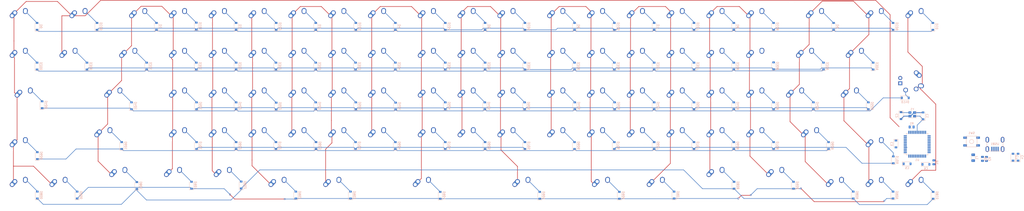
<source format=kicad_pcb>
(kicad_pcb (version 20171130) (host pcbnew "(5.1.6)-1")
  (layers (0 F.Cu signal) (31 B.Cu signal) (34 B.Paste user) (35 F.Paste user) (36 B.SilkS user) (37 F.SilkS user) (38 B.Mask user) (39 F.Mask user) (44 Edge.Cuts user))
  (net 0 "")
  (net 1 GND)
  (net 2 "Net-(C1-Pad1)")
  (net 3 "Net-(C2-Pad1)")
  (net 4 "Net-(C3-Pad1)")
  (net 5 +5V)
  (net 6 "Net-(D0-Pad2)")
  (net 7 ROW0)
  (net 8 "Net-(D1-Pad2)")
  (net 9 "Net-(D2-Pad2)")
  (net 10 "Net-(D3-Pad2)")
  (net 11 "Net-(D4-Pad2)")
  (net 12 "Net-(D5-Pad2)")
  (net 13 "Net-(D6-Pad2)")
  (net 14 "Net-(D7-Pad2)")
  (net 15 "Net-(D8-Pad2)")
  (net 16 "Net-(D9-Pad2)")
  (net 17 "Net-(D10-Pad2)")
  (net 18 "Net-(D100-Pad2)")
  (net 19 ROW1)
  (net 20 "Net-(D101-Pad2)")
  (net 21 "Net-(D102-Pad2)")
  (net 22 "Net-(D103-Pad2)")
  (net 23 "Net-(D104-Pad2)")
  (net 24 "Net-(D105-Pad2)")
  (net 25 "Net-(D106-Pad2)")
  (net 26 "Net-(D107-Pad2)")
  (net 27 "Net-(D108-Pad2)")
  (net 28 "Net-(D109-Pad2)")
  (net 29 "Net-(D200-Pad2)")
  (net 30 ROW2)
  (net 31 "Net-(D201-Pad2)")
  (net 32 "Net-(D202-Pad2)")
  (net 33 "Net-(D203-Pad2)")
  (net 34 "Net-(D204-Pad2)")
  (net 35 "Net-(D205-Pad2)")
  (net 36 "Net-(D206-Pad2)")
  (net 37 "Net-(D207-Pad2)")
  (net 38 "Net-(D208-Pad2)")
  (net 39 "Net-(D209-Pad2)")
  (net 40 "Net-(D300-Pad2)")
  (net 41 ROW3)
  (net 42 "Net-(D301-Pad2)")
  (net 43 "Net-(D302-Pad2)")
  (net 44 "Net-(D303-Pad2)")
  (net 45 "Net-(D304-Pad2)")
  (net 46 "Net-(D305-Pad2)")
  (net 47 "Net-(D306-Pad2)")
  (net 48 "Net-(D307-Pad2)")
  (net 49 "Net-(D308-Pad2)")
  (net 50 "Net-(D309-Pad2)")
  (net 51 "Net-(D400-Pad2)")
  (net 52 ROW4)
  (net 53 "Net-(D401-Pad2)")
  (net 54 "Net-(D402-Pad2)")
  (net 55 "Net-(D403-Pad2)")
  (net 56 "Net-(D404-Pad2)")
  (net 57 "Net-(D405-Pad2)")
  (net 58 "Net-(D406-Pad2)")
  (net 59 "Net-(D407-Pad2)")
  (net 60 "Net-(D408-Pad2)")
  (net 61 "Net-(D409-Pad2)")
  (net 62 "Net-(D410-Pad2)")
  (net 63 "Net-(D501-Pad2)")
  (net 64 ROW5)
  (net 65 "Net-(D502-Pad2)")
  (net 66 "Net-(D503-Pad2)")
  (net 67 "Net-(D504-Pad2)")
  (net 68 "Net-(D505-Pad2)")
  (net 69 "Net-(D506-Pad2)")
  (net 70 "Net-(D507-Pad2)")
  (net 71 "Net-(D508-Pad2)")
  (net 72 "Net-(D509-Pad2)")
  (net 73 "Net-(D600-Pad2)")
  (net 74 ROW6)
  (net 75 "Net-(D601-Pad2)")
  (net 76 "Net-(D602-Pad2)")
  (net 77 "Net-(D603-Pad2)")
  (net 78 "Net-(D604-Pad2)")
  (net 79 "Net-(D605-Pad2)")
  (net 80 "Net-(D606-Pad2)")
  (net 81 "Net-(D607-Pad2)")
  (net 82 "Net-(D608-Pad2)")
  (net 83 "Net-(D609-Pad2)")
  (net 84 "Net-(D701-Pad2)")
  (net 85 ROW7)
  (net 86 "Net-(D702-Pad2)")
  (net 87 "Net-(D703-Pad2)")
  (net 88 "Net-(D704-Pad2)")
  (net 89 "Net-(D705-Pad2)")
  (net 90 "Net-(D706-Pad2)")
  (net 91 "Net-(D707-Pad2)")
  (net 92 "Net-(D708-Pad2)")
  (net 93 "Net-(D709-Pad2)")
  (net 94 "Net-(D800-Pad2)")
  (net 95 ROW8)
  (net 96 "Net-(D801-Pad2)")
  (net 97 "Net-(D802-Pad2)")
  (net 98 "Net-(D808-Pad2)")
  (net 99 "Net-(D809-Pad2)")
  (net 100 "Net-(D810-Pad2)")
  (net 101 "Net-(D900-Pad2)")
  (net 102 ROW9)
  (net 103 "Net-(D901-Pad2)")
  (net 104 "Net-(D902-Pad2)")
  (net 105 "Net-(D903-Pad2)")
  (net 106 "Net-(D904-Pad2)")
  (net 107 "Net-(D905-Pad2)")
  (net 108 "Net-(D906-Pad2)")
  (net 109 "Net-(D907-Pad2)")
  (net 110 "Net-(D908-Pad2)")
  (net 111 "Net-(D909-Pad2)")
  (net 112 VCC)
  (net 113 COL0)
  (net 114 COL1)
  (net 115 COL2)
  (net 116 COL3)
  (net 117 COL4)
  (net 118 COL5)
  (net 119 COL6)
  (net 120 COL7)
  (net 121 COL8)
  (net 122 COL9)
  (net 123 COL10)
  (net 124 "Net-(R1-Pad2)")
  (net 125 D+)
  (net 126 "Net-(R2-Pad1)")
  (net 127 D-)
  (net 128 "Net-(R3-Pad1)")
  (net 129 "Net-(R4-Pad2)")
  (net 130 "Net-(U1-Pad42)")
  (net 131 "Net-(U1-Pad38)")
  (net 132 "Net-(U1-Pad37)")
  (net 133 "Net-(U1-Pad36)")
  (net 134 "Net-(U1-Pad1)")
  (net 135 "Net-(USB1-Pad6)")
  (net 136 "Net-(USB1-Pad2)")
  (module Diode_SMD:D_SOD-123 (layer B.Cu) (at 487.045 312.928 90)
    (fp_text reference C4 (at 0 2 270) (layer B.SilkS) (effects (justify mirror)))
    (fp_text value 10uF)
    (pad 1 smd rect (at -1.65 0 90) (size 0.9 1.2) (layers B.Cu B.Paste B.Mask) (net 5 +5V))
    (pad 2 smd rect (at 1.65 0 90) (size 0.9 1.2) (layers B.Cu B.Paste B.Mask) (net 1 GND))
  )
  (module Diode_SMD:D_SOD-123 (layer B.Cu) (at 484.632 312.928 90)
    (fp_text reference C7 (at 0 2 90) (layer B.SilkS) (effects (justify mirror)))
    (fp_text value 0.1uF)
    (pad 2 smd rect (at 1.65 0 90) (size 0.9 1.2) (layers B.Cu B.Paste B.Mask) (net 1 GND))
    (pad 1 smd rect (at -1.65 0 90) (size 0.9 1.2) (layers B.Cu B.Paste B.Mask) (net 5 +5V))
  )
  (module Fuse:Fuse_1206_3216Metric (layer B.Cu) (at 465.582 313.182 90)
    (fp_text reference F1 (at 0 1.82 270) (layer B.SilkS) (effects (justify mirror)))
    (fp_text value 500mA)
    (pad 2 smd roundrect (at 1.4 0 90) (size 1.25 1.75) (layers B.Cu B.Paste B.Mask) (roundrect_rratio 0.2) (net 112 VCC))
    (pad 1 smd roundrect (at -1.4 0 90) (size 1.25 1.75) (layers B.Cu B.Paste B.Mask) (roundrect_rratio 0.2) (net 5 +5V))
  )
  (module random-keyboard-parts:SKQG-1155865 (layer B.Cu) (at 464.82 305.435)
    (fp_text reference SW1 (at 0 -4.064 180) (layer B.SilkS) (effects (justify mirror)))
    (fp_text value SW_Push)
    (pad 4 smd rect (at -3.1 -1.85) (size 1.8 1.1) (layers B.Cu B.Paste B.Mask))
    (pad 3 smd rect (at 3.1 1.85) (size 1.8 1.1) (layers B.Cu B.Paste B.Mask))
    (pad 2 smd rect (at -3.1 1.85) (size 1.8 1.1) (layers B.Cu B.Paste B.Mask) (net 124 "Net-(R1-Pad2)"))
    (pad 1 smd rect (at 3.1 -1.85) (size 1.8 1.1) (layers B.Cu B.Paste B.Mask) (net 1 GND))
  )
  (module Resistor_SMD:R_0805_2012Metric (layer B.Cu) (at 470.027 313.7385 90)
    (fp_text reference R3 (at 0 1.65 270) (layer B.SilkS) (effects (justify mirror)))
    (fp_text value 22)
    (pad 2 smd roundrect (at 0.9375 0 90) (size 0.975 1.4) (layers B.Cu B.Paste B.Mask) (net 127 D-))
    (pad 1 smd roundrect (at -0.9375 0 90) (size 0.975 1.4) (layers B.Cu B.Paste B.Mask) (net 128 "Net-(R3-Pad1)"))
  )
  (module random-keyboard-parts:Molex-0548190589 (layer B.Cu) (at 475.996 304.546 270)
    (fp_text reference USB1 (at 2.032 0) (layer B.SilkS) (effects (justify mirror)))
    (fp_text value Molex-0548190589)
    (pad 6 thru_hole oval (at 0 3.65 270) (size 2.7 1.7) (drill oval 1.9 0.7) (layers *.Cu *.Mask) (net 135 "Net-(USB1-Pad6)"))
    (pad 6 thru_hole oval (at 0 -3.65 270) (size 2.7 1.7) (drill oval 1.9 0.7) (layers *.Cu *.Mask) (net 135 "Net-(USB1-Pad6)"))
    (pad 6 thru_hole oval (at 4.5 -3.65 270) (size 2.7 1.7) (drill oval 1.9 0.7) (layers *.Cu *.Mask) (net 135 "Net-(USB1-Pad6)"))
    (pad 6 thru_hole oval (at 4.5 3.65 270) (size 2.7 1.7) (drill oval 1.9 0.7) (layers *.Cu *.Mask) (net 135 "Net-(USB1-Pad6)"))
    (pad 5 smd rect (at 4.5 1.6 270) (size 2.25 0.5) (layers B.Cu B.Paste B.Mask) (net 112 VCC))
    (pad 4 smd rect (at 4.5 0.8 270) (size 2.25 0.5) (layers B.Cu B.Paste B.Mask) (net 127 D-))
    (pad 3 smd rect (at 4.5 0 270) (size 2.25 0.5) (layers B.Cu B.Paste B.Mask) (net 125 D+))
    (pad 2 smd rect (at 4.5 -0.8 270) (size 2.25 0.5) (layers B.Cu B.Paste B.Mask) (net 136 "Net-(USB1-Pad2)"))
    (pad 1 smd rect (at 4.5 -1.6 270) (size 2.25 0.5) (layers B.Cu B.Paste B.Mask) (net 1 GND))
  )
  (module Resistor_SMD:R_0805_2012Metric (layer B.Cu) (at 471.932 313.7685 90)
    (fp_text reference R2 (at 0 1.65 270) (layer B.SilkS) (effects (justify mirror)))
    (fp_text value 22)
    (pad 2 smd roundrect (at 0.9375 0 90) (size 0.975 1.4) (layers B.Cu B.Paste B.Mask) (net 125 D+))
    (pad 1 smd roundrect (at -0.9375 0 90) (size 0.975 1.4) (layers B.Cu B.Paste B.Mask) (net 126 "Net-(R2-Pad1)"))
  )
  (module MX_Alps_Hybrid:MX-1U-NoLED (layer F.Cu) (at 104.775 304.8)
    (fp_text reference MX602)
    (fp_text value MX-NoLED)
    (pad "" np_thru_hole circle (at 5.08 0 48.0996) (size 1.75 1.75) (drill 1.75) (layers *.Cu *.Mask))
    (pad "" np_thru_hole circle (at -5.08 0 48.0996) (size 1.75 1.75) (drill 1.75) (layers *.Cu *.Mask))
    (pad 1 thru_hole circle (at -2.5 -4) (size 2.25 2.25) (drill 1.47) (layers *.Cu B.Mask) (net 115 COL2))
    (pad "" np_thru_hole circle (at 0 0) (size 3.9878 3.9878) (drill 3.9878) (layers *.Cu *.Mask))
    (pad 1 thru_hole oval (at -3.81 -2.54 48.0996) (size 4.211556 2.25) (drill 1.47 (offset 0.980778 0)) (layers *.Cu B.Mask) (net 115 COL2))
    (pad 2 thru_hole circle (at 2.54 -5.08) (size 2.25 2.25) (drill 1.47) (layers *.Cu B.Mask) (net 76 "Net-(D602-Pad2)"))
    (pad 2 thru_hole oval (at 2.5 -4.5 86.0548) (size 2.831378 2.25) (drill 1.47 (offset 0.290689 0)) (layers *.Cu B.Mask) (net 76 "Net-(D602-Pad2)"))
  )
  (module MX_Alps_Hybrid:MX-1U-NoLED (layer F.Cu) (at 123.825 304.8)
    (fp_text reference MX702)
    (fp_text value MX-NoLED)
    (pad "" np_thru_hole circle (at 5.08 0 48.0996) (size 1.75 1.75) (drill 1.75) (layers *.Cu *.Mask))
    (pad "" np_thru_hole circle (at -5.08 0 48.0996) (size 1.75 1.75) (drill 1.75) (layers *.Cu *.Mask))
    (pad 1 thru_hole circle (at -2.5 -4) (size 2.25 2.25) (drill 1.47) (layers *.Cu B.Mask) (net 115 COL2))
    (pad "" np_thru_hole circle (at 0 0) (size 3.9878 3.9878) (drill 3.9878) (layers *.Cu *.Mask))
    (pad 1 thru_hole oval (at -3.81 -2.54 48.0996) (size 4.211556 2.25) (drill 1.47 (offset 0.980778 0)) (layers *.Cu B.Mask) (net 115 COL2))
    (pad 2 thru_hole circle (at 2.54 -5.08) (size 2.25 2.25) (drill 1.47) (layers *.Cu B.Mask) (net 86 "Net-(D702-Pad2)"))
    (pad 2 thru_hole oval (at 2.5 -4.5 86.0548) (size 2.831378 2.25) (drill 1.47 (offset 0.290689 0)) (layers *.Cu B.Mask) (net 86 "Net-(D702-Pad2)"))
  )
  (module MX_Alps_Hybrid:MX-1U-NoLED (layer F.Cu) (at 123.825 285.75)
    (fp_text reference MX502)
    (fp_text value MX-NoLED)
    (pad "" np_thru_hole circle (at 5.08 0 48.0996) (size 1.75 1.75) (drill 1.75) (layers *.Cu *.Mask))
    (pad "" np_thru_hole circle (at -5.08 0 48.0996) (size 1.75 1.75) (drill 1.75) (layers *.Cu *.Mask))
    (pad 1 thru_hole circle (at -2.5 -4) (size 2.25 2.25) (drill 1.47) (layers *.Cu B.Mask) (net 115 COL2))
    (pad "" np_thru_hole circle (at 0 0) (size 3.9878 3.9878) (drill 3.9878) (layers *.Cu *.Mask))
    (pad 1 thru_hole oval (at -3.81 -2.54 48.0996) (size 4.211556 2.25) (drill 1.47 (offset 0.980778 0)) (layers *.Cu B.Mask) (net 115 COL2))
    (pad 2 thru_hole circle (at 2.54 -5.08) (size 2.25 2.25) (drill 1.47) (layers *.Cu B.Mask) (net 65 "Net-(D502-Pad2)"))
    (pad 2 thru_hole oval (at 2.5 -4.5 86.0548) (size 2.831378 2.25) (drill 1.47 (offset 0.290689 0)) (layers *.Cu B.Mask) (net 65 "Net-(D502-Pad2)"))
  )
  (module MX_Alps_Hybrid:MX-1.25U-NoLED (layer F.Cu) (at 11.90625 285.75)
    (fp_text reference MX400)
    (fp_text value MX-NoLED)
    (pad "" np_thru_hole circle (at 5.08 0 48.0996) (size 1.75 1.75) (drill 1.75) (layers *.Cu *.Mask))
    (pad "" np_thru_hole circle (at -5.08 0 48.0996) (size 1.75 1.75) (drill 1.75) (layers *.Cu *.Mask))
    (pad 1 thru_hole circle (at -2.5 -4) (size 2.25 2.25) (drill 1.47) (layers *.Cu B.Mask) (net 113 COL0))
    (pad "" np_thru_hole circle (at 0 0) (size 3.9878 3.9878) (drill 3.9878) (layers *.Cu *.Mask))
    (pad 1 thru_hole oval (at -3.81 -2.54 48.0996) (size 4.211556 2.25) (drill 1.47 (offset 0.980778 0)) (layers *.Cu B.Mask) (net 113 COL0))
    (pad 2 thru_hole circle (at 2.54 -5.08) (size 2.25 2.25) (drill 1.47) (layers *.Cu B.Mask) (net 51 "Net-(D400-Pad2)"))
    (pad 2 thru_hole oval (at 2.5 -4.5 86.0548) (size 2.831378 2.25) (drill 1.47 (offset 0.290689 0)) (layers *.Cu B.Mask) (net 51 "Net-(D400-Pad2)"))
  )
  (module MX_Alps_Hybrid:MX-ISO (layer F.Cu) (at 435.76875 276.225)
    (fp_text reference MX410)
    (fp_text value MX-NoLED)
    (pad "" np_thru_hole circle (at 8.255 -11.938) (size 3.9878 3.9878) (drill 3.9878) (layers *.Cu *.Mask))
    (pad "" np_thru_hole circle (at 8.255 11.938) (size 3.9878 3.9878) (drill 3.9878) (layers *.Cu *.Mask))
    (pad "" np_thru_hole circle (at -6.985 -11.938) (size 3.048 3.048) (drill 3.048) (layers *.Cu *.Mask))
    (pad "" np_thru_hole circle (at -6.985 11.938) (size 3.048 3.048) (drill 3.048) (layers *.Cu *.Mask))
    (pad 2 thru_hole circle (at -2.5 4.5) (size 2.25 2.25) (drill 1.47) (layers *.Cu B.Mask) (net 62 "Net-(D410-Pad2)"))
    (pad 1 thru_hole circle (at 2.5 4) (size 2.25 2.25) (drill 1.47) (layers *.Cu B.Mask) (net 123 COL10))
    (pad "" np_thru_hole circle (at 0 5.08 48.0996) (size 1.7018 1.7018) (drill 1.7018) (layers *.Cu *.Mask))
    (pad "" np_thru_hole circle (at 0 -5.08 48.0996) (size 1.7018 1.7018) (drill 1.7018) (layers *.Cu *.Mask))
    (pad 3 thru_hole circle (at -5.08 -1.27) (size 1.905 1.905) (drill 1.04) (layers *.Cu B.Mask))
    (pad 4 thru_hole rect (at -5.08 1.27) (size 1.905 1.905) (drill 1.04) (layers *.Cu B.Mask))
    (pad 2 thru_hole circle (at 4 -2.5) (size 2.25 2.25) (drill 1.47) (layers *.Cu B.Mask) (net 62 "Net-(D410-Pad2)"))
    (pad "" np_thru_hole circle (at 0 0) (size 3.9878 3.9878) (drill 3.9878) (layers *.Cu *.Mask))
    (pad 2 thru_hole oval (at 2.54 -3.81 318.1) (size 4.211556 2.25) (drill 1.47 (offset 0.980778 0)) (layers *.Cu B.Mask) (net 62 "Net-(D410-Pad2)"))
    (pad 1 thru_hole circle (at 5.08 2.54) (size 2.25 2.25) (drill 1.47) (layers *.Cu B.Mask) (net 123 COL10))
    (pad 1 thru_hole oval (at 4.5 2.5 356.055) (size 2.831378 2.25) (drill 1.47 (offset 0.290689 0)) (layers *.Cu B.Mask) (net 123 COL10))
  )
  (module Crystal:Crystal_SMD_3225-4Pin_3.2x2.5mm (layer B.Cu) (at 436.415 292.393 180)
    (fp_text reference Y1 (at 0 2.45) (layer B.SilkS) (effects (justify mirror)))
    (fp_text value 16MHz)
    (pad 4 smd rect (at -1.1 0.85 180) (size 1.4 1.2) (layers B.Cu B.Paste B.Mask) (net 1 GND))
    (pad 3 smd rect (at 1.1 0.85 180) (size 1.4 1.2) (layers B.Cu B.Paste B.Mask) (net 3 "Net-(C2-Pad1)"))
    (pad 2 smd rect (at 1.1 -0.85 180) (size 1.4 1.2) (layers B.Cu B.Paste B.Mask) (net 1 GND))
    (pad 1 smd rect (at -1.1 -0.85 180) (size 1.4 1.2) (layers B.Cu B.Paste B.Mask) (net 2 "Net-(C1-Pad1)"))
  )
  (module Package_QFP:TQFP-44_10x10mm_P0.8mm (layer B.Cu) (at 438.785 306.705)
    (fp_text reference U1 (at 0 7.45) (layer B.SilkS) (effects (justify mirror)))
    (fp_text value ATmega32U4-AU)
    (pad 44 smd rect (at -4 5.7 270) (size 1.5 0.55) (layers B.Cu B.Paste B.Mask) (net 5 +5V))
    (pad 43 smd rect (at -3.2 5.7 270) (size 1.5 0.55) (layers B.Cu B.Paste B.Mask) (net 1 GND))
    (pad 42 smd rect (at -2.4 5.7 270) (size 1.5 0.55) (layers B.Cu B.Paste B.Mask) (net 130 "Net-(U1-Pad42)"))
    (pad 41 smd rect (at -1.6 5.7 270) (size 1.5 0.55) (layers B.Cu B.Paste B.Mask) (net 121 COL8))
    (pad 40 smd rect (at -0.8 5.7 270) (size 1.5 0.55) (layers B.Cu B.Paste B.Mask) (net 122 COL9))
    (pad 39 smd rect (at 0 5.7 270) (size 1.5 0.55) (layers B.Cu B.Paste B.Mask) (net 123 COL10))
    (pad 38 smd rect (at 0.8 5.7 270) (size 1.5 0.55) (layers B.Cu B.Paste B.Mask) (net 131 "Net-(U1-Pad38)"))
    (pad 37 smd rect (at 1.6 5.7 270) (size 1.5 0.55) (layers B.Cu B.Paste B.Mask) (net 132 "Net-(U1-Pad37)"))
    (pad 36 smd rect (at 2.4 5.7 270) (size 1.5 0.55) (layers B.Cu B.Paste B.Mask) (net 133 "Net-(U1-Pad36)"))
    (pad 35 smd rect (at 3.2 5.7 270) (size 1.5 0.55) (layers B.Cu B.Paste B.Mask) (net 1 GND))
    (pad 34 smd rect (at 4 5.7 270) (size 1.5 0.55) (layers B.Cu B.Paste B.Mask) (net 5 +5V))
    (pad 33 smd rect (at 5.7 4) (size 1.5 0.55) (layers B.Cu B.Paste B.Mask) (net 129 "Net-(R4-Pad2)"))
    (pad 32 smd rect (at 5.7 3.2) (size 1.5 0.55) (layers B.Cu B.Paste B.Mask) (net 102 ROW9))
    (pad 31 smd rect (at 5.7 2.4) (size 1.5 0.55) (layers B.Cu B.Paste B.Mask) (net 95 ROW8))
    (pad 30 smd rect (at 5.7 1.6) (size 1.5 0.55) (layers B.Cu B.Paste B.Mask) (net 74 ROW6))
    (pad 29 smd rect (at 5.7 0.8) (size 1.5 0.55) (layers B.Cu B.Paste B.Mask) (net 64 ROW5))
    (pad 28 smd rect (at 5.7 0) (size 1.5 0.55) (layers B.Cu B.Paste B.Mask) (net 52 ROW4))
    (pad 27 smd rect (at 5.7 -0.8) (size 1.5 0.55) (layers B.Cu B.Paste B.Mask) (net 120 COL7))
    (pad 26 smd rect (at 5.7 -1.6) (size 1.5 0.55) (layers B.Cu B.Paste B.Mask) (net 119 COL6))
    (pad 25 smd rect (at 5.7 -2.4) (size 1.5 0.55) (layers B.Cu B.Paste B.Mask) (net 117 COL4))
    (pad 24 smd rect (at 5.7 -3.2) (size 1.5 0.55) (layers B.Cu B.Paste B.Mask) (net 5 +5V))
    (pad 23 smd rect (at 5.7 -4) (size 1.5 0.55) (layers B.Cu B.Paste B.Mask) (net 1 GND))
    (pad 22 smd rect (at 4 -5.7 270) (size 1.5 0.55) (layers B.Cu B.Paste B.Mask) (net 118 COL5))
    (pad 21 smd rect (at 3.2 -5.7 270) (size 1.5 0.55) (layers B.Cu B.Paste B.Mask) (net 116 COL3))
    (pad 20 smd rect (at 2.4 -5.7 270) (size 1.5 0.55) (layers B.Cu B.Paste B.Mask) (net 115 COL2))
    (pad 19 smd rect (at 1.6 -5.7 270) (size 1.5 0.55) (layers B.Cu B.Paste B.Mask) (net 114 COL1))
    (pad 18 smd rect (at 0.8 -5.7 270) (size 1.5 0.55) (layers B.Cu B.Paste B.Mask) (net 113 COL0))
    (pad 17 smd rect (at 0 -5.7 270) (size 1.5 0.55) (layers B.Cu B.Paste B.Mask) (net 2 "Net-(C1-Pad1)"))
    (pad 16 smd rect (at -0.8 -5.7 270) (size 1.5 0.55) (layers B.Cu B.Paste B.Mask) (net 3 "Net-(C2-Pad1)"))
    (pad 15 smd rect (at -1.6 -5.7 270) (size 1.5 0.55) (layers B.Cu B.Paste B.Mask) (net 1 GND))
    (pad 14 smd rect (at -2.4 -5.7 270) (size 1.5 0.55) (layers B.Cu B.Paste B.Mask) (net 5 +5V))
    (pad 13 smd rect (at -3.2 -5.7 270) (size 1.5 0.55) (layers B.Cu B.Paste B.Mask) (net 124 "Net-(R1-Pad2)"))
    (pad 12 smd rect (at -4 -5.7 270) (size 1.5 0.55) (layers B.Cu B.Paste B.Mask) (net 85 ROW7))
    (pad 11 smd rect (at -5.7 -4) (size 1.5 0.55) (layers B.Cu B.Paste B.Mask) (net 41 ROW3))
    (pad 10 smd rect (at -5.7 -3.2) (size 1.5 0.55) (layers B.Cu B.Paste B.Mask) (net 30 ROW2))
    (pad 9 smd rect (at -5.7 -2.4) (size 1.5 0.55) (layers B.Cu B.Paste B.Mask) (net 19 ROW1))
    (pad 8 smd rect (at -5.7 -1.6) (size 1.5 0.55) (layers B.Cu B.Paste B.Mask) (net 7 ROW0))
    (pad 7 smd rect (at -5.7 -0.8) (size 1.5 0.55) (layers B.Cu B.Paste B.Mask) (net 5 +5V))
    (pad 6 smd rect (at -5.7 0) (size 1.5 0.55) (layers B.Cu B.Paste B.Mask) (net 4 "Net-(C3-Pad1)"))
    (pad 5 smd rect (at -5.7 0.8) (size 1.5 0.55) (layers B.Cu B.Paste B.Mask) (net 1 GND))
    (pad 4 smd rect (at -5.7 1.6) (size 1.5 0.55) (layers B.Cu B.Paste B.Mask) (net 126 "Net-(R2-Pad1)"))
    (pad 3 smd rect (at -5.7 2.4) (size 1.5 0.55) (layers B.Cu B.Paste B.Mask) (net 128 "Net-(R3-Pad1)"))
    (pad 2 smd rect (at -5.7 3.2) (size 1.5 0.55) (layers B.Cu B.Paste B.Mask) (net 5 +5V))
    (pad 1 smd rect (at -5.7 4) (size 1.5 0.55) (layers B.Cu B.Paste B.Mask) (net 134 "Net-(U1-Pad1)"))
  )
  (module Resistor_SMD:R_0805_2012Metric (layer B.Cu) (at 446.786 315.3895 90)
    (fp_text reference R4 (at 0 1.65 270) (layer B.SilkS) (effects (justify mirror)))
    (fp_text value 10k)
    (pad 2 smd roundrect (at 0.9375 0 90) (size 0.975 1.4) (layers B.Cu B.Paste B.Mask) (net 129 "Net-(R4-Pad2)"))
    (pad 1 smd roundrect (at -0.9375 0 90) (size 0.975 1.4) (layers B.Cu B.Paste B.Mask) (net 1 GND))
  )
  (module Resistor_SMD:R_0805_2012Metric (layer B.Cu) (at 436.118 298.45 180)
    (fp_text reference R1 (at 0 1.65) (layer B.SilkS) (effects (justify mirror)))
    (fp_text value 10k)
    (pad 2 smd roundrect (at 0.9375 0 180) (size 0.975 1.4) (layers B.Cu B.Paste B.Mask) (net 124 "Net-(R1-Pad2)"))
    (pad 1 smd roundrect (at -0.9375 0 180) (size 0.975 1.4) (layers B.Cu B.Paste B.Mask) (net 5 +5V))
  )
  (module MX_Alps_Hybrid:MX-1U-NoLED (layer F.Cu) (at 419.1 328.6125)
    (fp_text reference MX909)
    (fp_text value MX-NoLED)
    (pad "" np_thru_hole circle (at 5.08 0 48.0996) (size 1.75 1.75) (drill 1.75) (layers *.Cu *.Mask))
    (pad "" np_thru_hole circle (at -5.08 0 48.0996) (size 1.75 1.75) (drill 1.75) (layers *.Cu *.Mask))
    (pad 1 thru_hole circle (at -2.5 -4) (size 2.25 2.25) (drill 1.47) (layers *.Cu B.Mask) (net 122 COL9))
    (pad "" np_thru_hole circle (at 0 0) (size 3.9878 3.9878) (drill 3.9878) (layers *.Cu *.Mask))
    (pad 1 thru_hole oval (at -3.81 -2.54 48.0996) (size 4.211556 2.25) (drill 1.47 (offset 0.980778 0)) (layers *.Cu B.Mask) (net 122 COL9))
    (pad 2 thru_hole circle (at 2.54 -5.08) (size 2.25 2.25) (drill 1.47) (layers *.Cu B.Mask) (net 111 "Net-(D909-Pad2)"))
    (pad 2 thru_hole oval (at 2.5 -4.5 86.0548) (size 2.831378 2.25) (drill 1.47 (offset 0.290689 0)) (layers *.Cu B.Mask) (net 111 "Net-(D909-Pad2)"))
  )
  (module MX_Alps_Hybrid:MX-1.5U-NoLED (layer F.Cu) (at 371.475 323.85)
    (fp_text reference MX908)
    (fp_text value MX-NoLED)
    (pad "" np_thru_hole circle (at 5.08 0 48.0996) (size 1.75 1.75) (drill 1.75) (layers *.Cu *.Mask))
    (pad "" np_thru_hole circle (at -5.08 0 48.0996) (size 1.75 1.75) (drill 1.75) (layers *.Cu *.Mask))
    (pad 1 thru_hole circle (at -2.5 -4) (size 2.25 2.25) (drill 1.47) (layers *.Cu B.Mask) (net 121 COL8))
    (pad "" np_thru_hole circle (at 0 0) (size 3.9878 3.9878) (drill 3.9878) (layers *.Cu *.Mask))
    (pad 1 thru_hole oval (at -3.81 -2.54 48.0996) (size 4.211556 2.25) (drill 1.47 (offset 0.980778 0)) (layers *.Cu B.Mask) (net 121 COL8))
    (pad 2 thru_hole circle (at 2.54 -5.08) (size 2.25 2.25) (drill 1.47) (layers *.Cu B.Mask) (net 110 "Net-(D908-Pad2)"))
    (pad 2 thru_hole oval (at 2.5 -4.5 86.0548) (size 2.831378 2.25) (drill 1.47 (offset 0.290689 0)) (layers *.Cu B.Mask) (net 110 "Net-(D908-Pad2)"))
  )
  (module MX_Alps_Hybrid:MX-1U-NoLED (layer F.Cu) (at 314.325 328.6125)
    (fp_text reference MX907)
    (fp_text value MX-NoLED)
    (pad "" np_thru_hole circle (at 5.08 0 48.0996) (size 1.75 1.75) (drill 1.75) (layers *.Cu *.Mask))
    (pad "" np_thru_hole circle (at -5.08 0 48.0996) (size 1.75 1.75) (drill 1.75) (layers *.Cu *.Mask))
    (pad 1 thru_hole circle (at -2.5 -4) (size 2.25 2.25) (drill 1.47) (layers *.Cu B.Mask) (net 120 COL7))
    (pad "" np_thru_hole circle (at 0 0) (size 3.9878 3.9878) (drill 3.9878) (layers *.Cu *.Mask))
    (pad 1 thru_hole oval (at -3.81 -2.54 48.0996) (size 4.211556 2.25) (drill 1.47 (offset 0.980778 0)) (layers *.Cu B.Mask) (net 120 COL7))
    (pad 2 thru_hole circle (at 2.54 -5.08) (size 2.25 2.25) (drill 1.47) (layers *.Cu B.Mask) (net 109 "Net-(D907-Pad2)"))
    (pad 2 thru_hole oval (at 2.5 -4.5 86.0548) (size 2.831378 2.25) (drill 1.47 (offset 0.290689 0)) (layers *.Cu B.Mask) (net 109 "Net-(D907-Pad2)"))
  )
  (module MX_Alps_Hybrid:MX-1.75U-NoLED (layer F.Cu) (at 288.13125 328.6125)
    (fp_text reference MX906)
    (fp_text value MX-NoLED)
    (pad "" np_thru_hole circle (at 5.08 0 48.0996) (size 1.75 1.75) (drill 1.75) (layers *.Cu *.Mask))
    (pad "" np_thru_hole circle (at -5.08 0 48.0996) (size 1.75 1.75) (drill 1.75) (layers *.Cu *.Mask))
    (pad 1 thru_hole circle (at -2.5 -4) (size 2.25 2.25) (drill 1.47) (layers *.Cu B.Mask) (net 119 COL6))
    (pad "" np_thru_hole circle (at 0 0) (size 3.9878 3.9878) (drill 3.9878) (layers *.Cu *.Mask))
    (pad 1 thru_hole oval (at -3.81 -2.54 48.0996) (size 4.211556 2.25) (drill 1.47 (offset 0.980778 0)) (layers *.Cu B.Mask) (net 119 COL6))
    (pad 2 thru_hole circle (at 2.54 -5.08) (size 2.25 2.25) (drill 1.47) (layers *.Cu B.Mask) (net 108 "Net-(D906-Pad2)"))
    (pad 2 thru_hole oval (at 2.5 -4.5 86.0548) (size 2.831378 2.25) (drill 1.47 (offset 0.290689 0)) (layers *.Cu B.Mask) (net 108 "Net-(D906-Pad2)"))
  )
  (module MX_Alps_Hybrid:MX-2.25U-NoLED (layer F.Cu) (at 250.03125 328.6125)
    (fp_text reference MX905)
    (fp_text value MX-NoLED)
    (pad "" np_thru_hole circle (at 11.938 8.255) (size 3.9878 3.9878) (drill 3.9878) (layers *.Cu *.Mask))
    (pad "" np_thru_hole circle (at -11.938 8.255) (size 3.9878 3.9878) (drill 3.9878) (layers *.Cu *.Mask))
    (pad "" np_thru_hole circle (at 11.938 -6.985) (size 3.048 3.048) (drill 3.048) (layers *.Cu *.Mask))
    (pad "" np_thru_hole circle (at -11.938 -6.985) (size 3.048 3.048) (drill 3.048) (layers *.Cu *.Mask))
    (pad "" np_thru_hole circle (at 5.08 0 48.0996) (size 1.75 1.75) (drill 1.75) (layers *.Cu *.Mask))
    (pad "" np_thru_hole circle (at -5.08 0 48.0996) (size 1.75 1.75) (drill 1.75) (layers *.Cu *.Mask))
    (pad 1 thru_hole circle (at -2.5 -4) (size 2.25 2.25) (drill 1.47) (layers *.Cu B.Mask) (net 118 COL5))
    (pad "" np_thru_hole circle (at 0 0) (size 3.9878 3.9878) (drill 3.9878) (layers *.Cu *.Mask))
    (pad 1 thru_hole oval (at -3.81 -2.54 48.0996) (size 4.211556 2.25) (drill 1.47 (offset 0.980778 0)) (layers *.Cu B.Mask) (net 118 COL5))
    (pad 2 thru_hole circle (at 2.54 -5.08) (size 2.25 2.25) (drill 1.47) (layers *.Cu B.Mask) (net 107 "Net-(D905-Pad2)"))
    (pad 2 thru_hole oval (at 2.5 -4.5 86.0548) (size 2.831378 2.25) (drill 1.47 (offset 0.290689 0)) (layers *.Cu B.Mask) (net 107 "Net-(D905-Pad2)"))
  )
  (module MX_Alps_Hybrid:MX-2.75U-NoLED (layer F.Cu) (at 202.40625 328.6125)
    (fp_text reference MX904)
    (fp_text value MX-NoLED)
    (pad "" np_thru_hole circle (at 11.938 8.255) (size 3.9878 3.9878) (drill 3.9878) (layers *.Cu *.Mask))
    (pad "" np_thru_hole circle (at -11.938 8.255) (size 3.9878 3.9878) (drill 3.9878) (layers *.Cu *.Mask))
    (pad "" np_thru_hole circle (at 11.938 -6.985) (size 3.048 3.048) (drill 3.048) (layers *.Cu *.Mask))
    (pad "" np_thru_hole circle (at -11.938 -6.985) (size 3.048 3.048) (drill 3.048) (layers *.Cu *.Mask))
    (pad "" np_thru_hole circle (at 5.08 0 48.0996) (size 1.75 1.75) (drill 1.75) (layers *.Cu *.Mask))
    (pad "" np_thru_hole circle (at -5.08 0 48.0996) (size 1.75 1.75) (drill 1.75) (layers *.Cu *.Mask))
    (pad 1 thru_hole circle (at -2.5 -4) (size 2.25 2.25) (drill 1.47) (layers *.Cu B.Mask) (net 117 COL4))
    (pad "" np_thru_hole circle (at 0 0) (size 3.9878 3.9878) (drill 3.9878) (layers *.Cu *.Mask))
    (pad 1 thru_hole oval (at -3.81 -2.54 48.0996) (size 4.211556 2.25) (drill 1.47 (offset 0.980778 0)) (layers *.Cu B.Mask) (net 117 COL4))
    (pad 2 thru_hole circle (at 2.54 -5.08) (size 2.25 2.25) (drill 1.47) (layers *.Cu B.Mask) (net 106 "Net-(D904-Pad2)"))
    (pad 2 thru_hole oval (at 2.5 -4.5 86.0548) (size 2.831378 2.25) (drill 1.47 (offset 0.290689 0)) (layers *.Cu B.Mask) (net 106 "Net-(D904-Pad2)"))
  )
  (module MX_Alps_Hybrid:MX-1.75U-NoLED (layer F.Cu) (at 159.54375 328.6125)
    (fp_text reference MX903)
    (fp_text value MX-NoLED)
    (pad "" np_thru_hole circle (at 5.08 0 48.0996) (size 1.75 1.75) (drill 1.75) (layers *.Cu *.Mask))
    (pad "" np_thru_hole circle (at -5.08 0 48.0996) (size 1.75 1.75) (drill 1.75) (layers *.Cu *.Mask))
    (pad 1 thru_hole circle (at -2.5 -4) (size 2.25 2.25) (drill 1.47) (layers *.Cu B.Mask) (net 116 COL3))
    (pad "" np_thru_hole circle (at 0 0) (size 3.9878 3.9878) (drill 3.9878) (layers *.Cu *.Mask))
    (pad 1 thru_hole oval (at -3.81 -2.54 48.0996) (size 4.211556 2.25) (drill 1.47 (offset 0.980778 0)) (layers *.Cu B.Mask) (net 116 COL3))
    (pad 2 thru_hole circle (at 2.54 -5.08) (size 2.25 2.25) (drill 1.47) (layers *.Cu B.Mask) (net 105 "Net-(D903-Pad2)"))
    (pad 2 thru_hole oval (at 2.5 -4.5 86.0548) (size 2.831378 2.25) (drill 1.47 (offset 0.290689 0)) (layers *.Cu B.Mask) (net 105 "Net-(D903-Pad2)"))
  )
  (module MX_Alps_Hybrid:MX-1U-NoLED (layer F.Cu) (at 133.35 328.6125)
    (fp_text reference MX902)
    (fp_text value MX-NoLED)
    (pad "" np_thru_hole circle (at 5.08 0 48.0996) (size 1.75 1.75) (drill 1.75) (layers *.Cu *.Mask))
    (pad "" np_thru_hole circle (at -5.08 0 48.0996) (size 1.75 1.75) (drill 1.75) (layers *.Cu *.Mask))
    (pad 1 thru_hole circle (at -2.5 -4) (size 2.25 2.25) (drill 1.47) (layers *.Cu B.Mask) (net 115 COL2))
    (pad "" np_thru_hole circle (at 0 0) (size 3.9878 3.9878) (drill 3.9878) (layers *.Cu *.Mask))
    (pad 1 thru_hole oval (at -3.81 -2.54 48.0996) (size 4.211556 2.25) (drill 1.47 (offset 0.980778 0)) (layers *.Cu B.Mask) (net 115 COL2))
    (pad 2 thru_hole circle (at 2.54 -5.08) (size 2.25 2.25) (drill 1.47) (layers *.Cu B.Mask) (net 104 "Net-(D902-Pad2)"))
    (pad 2 thru_hole oval (at 2.5 -4.5 86.0548) (size 2.831378 2.25) (drill 1.47 (offset 0.290689 0)) (layers *.Cu B.Mask) (net 104 "Net-(D902-Pad2)"))
  )
  (module MX_Alps_Hybrid:MX-1.25U-NoLED (layer F.Cu) (at 83.34375 323.85)
    (fp_text reference MX901)
    (fp_text value MX-NoLED)
    (pad "" np_thru_hole circle (at 5.08 0 48.0996) (size 1.75 1.75) (drill 1.75) (layers *.Cu *.Mask))
    (pad "" np_thru_hole circle (at -5.08 0 48.0996) (size 1.75 1.75) (drill 1.75) (layers *.Cu *.Mask))
    (pad 1 thru_hole circle (at -2.5 -4) (size 2.25 2.25) (drill 1.47) (layers *.Cu B.Mask) (net 114 COL1))
    (pad "" np_thru_hole circle (at 0 0) (size 3.9878 3.9878) (drill 3.9878) (layers *.Cu *.Mask))
    (pad 1 thru_hole oval (at -3.81 -2.54 48.0996) (size 4.211556 2.25) (drill 1.47 (offset 0.980778 0)) (layers *.Cu B.Mask) (net 114 COL1))
    (pad 2 thru_hole circle (at 2.54 -5.08) (size 2.25 2.25) (drill 1.47) (layers *.Cu B.Mask) (net 103 "Net-(D901-Pad2)"))
    (pad 2 thru_hole oval (at 2.5 -4.5 86.0548) (size 2.831378 2.25) (drill 1.47 (offset 0.290689 0)) (layers *.Cu B.Mask) (net 103 "Net-(D901-Pad2)"))
  )
  (module MX_Alps_Hybrid:MX-1U-NoLED (layer F.Cu) (at 28.575 328.6125)
    (fp_text reference MX900)
    (fp_text value MX-NoLED)
    (pad "" np_thru_hole circle (at 5.08 0 48.0996) (size 1.75 1.75) (drill 1.75) (layers *.Cu *.Mask))
    (pad "" np_thru_hole circle (at -5.08 0 48.0996) (size 1.75 1.75) (drill 1.75) (layers *.Cu *.Mask))
    (pad 1 thru_hole circle (at -2.5 -4) (size 2.25 2.25) (drill 1.47) (layers *.Cu B.Mask) (net 113 COL0))
    (pad "" np_thru_hole circle (at 0 0) (size 3.9878 3.9878) (drill 3.9878) (layers *.Cu *.Mask))
    (pad 1 thru_hole oval (at -3.81 -2.54 48.0996) (size 4.211556 2.25) (drill 1.47 (offset 0.980778 0)) (layers *.Cu B.Mask) (net 113 COL0))
    (pad 2 thru_hole circle (at 2.54 -5.08) (size 2.25 2.25) (drill 1.47) (layers *.Cu B.Mask) (net 101 "Net-(D900-Pad2)"))
    (pad 2 thru_hole oval (at 2.5 -4.5 86.0548) (size 2.831378 2.25) (drill 1.47 (offset 0.290689 0)) (layers *.Cu B.Mask) (net 101 "Net-(D900-Pad2)"))
  )
  (module MX_Alps_Hybrid:MX-1U-NoLED (layer F.Cu) (at 438.15 328.6125)
    (fp_text reference MX810)
    (fp_text value MX-NoLED)
    (pad "" np_thru_hole circle (at 5.08 0 48.0996) (size 1.75 1.75) (drill 1.75) (layers *.Cu *.Mask))
    (pad "" np_thru_hole circle (at -5.08 0 48.0996) (size 1.75 1.75) (drill 1.75) (layers *.Cu *.Mask))
    (pad 1 thru_hole circle (at -2.5 -4) (size 2.25 2.25) (drill 1.47) (layers *.Cu B.Mask) (net 123 COL10))
    (pad "" np_thru_hole circle (at 0 0) (size 3.9878 3.9878) (drill 3.9878) (layers *.Cu *.Mask))
    (pad 1 thru_hole oval (at -3.81 -2.54 48.0996) (size 4.211556 2.25) (drill 1.47 (offset 0.980778 0)) (layers *.Cu B.Mask) (net 123 COL10))
    (pad 2 thru_hole circle (at 2.54 -5.08) (size 2.25 2.25) (drill 1.47) (layers *.Cu B.Mask) (net 100 "Net-(D810-Pad2)"))
    (pad 2 thru_hole oval (at 2.5 -4.5 86.0548) (size 2.831378 2.25) (drill 1.47 (offset 0.290689 0)) (layers *.Cu B.Mask) (net 100 "Net-(D810-Pad2)"))
  )
  (module MX_Alps_Hybrid:MX-1U-NoLED (layer F.Cu) (at 400.05 328.6125)
    (fp_text reference MX809)
    (fp_text value MX-NoLED)
    (pad "" np_thru_hole circle (at 5.08 0 48.0996) (size 1.75 1.75) (drill 1.75) (layers *.Cu *.Mask))
    (pad "" np_thru_hole circle (at -5.08 0 48.0996) (size 1.75 1.75) (drill 1.75) (layers *.Cu *.Mask))
    (pad 1 thru_hole circle (at -2.5 -4) (size 2.25 2.25) (drill 1.47) (layers *.Cu B.Mask) (net 122 COL9))
    (pad "" np_thru_hole circle (at 0 0) (size 3.9878 3.9878) (drill 3.9878) (layers *.Cu *.Mask))
    (pad 1 thru_hole oval (at -3.81 -2.54 48.0996) (size 4.211556 2.25) (drill 1.47 (offset 0.980778 0)) (layers *.Cu B.Mask) (net 122 COL9))
    (pad 2 thru_hole circle (at 2.54 -5.08) (size 2.25 2.25) (drill 1.47) (layers *.Cu B.Mask) (net 99 "Net-(D809-Pad2)"))
    (pad 2 thru_hole oval (at 2.5 -4.5 86.0548) (size 2.831378 2.25) (drill 1.47 (offset 0.290689 0)) (layers *.Cu B.Mask) (net 99 "Net-(D809-Pad2)"))
  )
  (module MX_Alps_Hybrid:MX-1.5U-NoLED (layer F.Cu) (at 342.9 323.85)
    (fp_text reference MX808)
    (fp_text value MX-NoLED)
    (pad "" np_thru_hole circle (at 5.08 0 48.0996) (size 1.75 1.75) (drill 1.75) (layers *.Cu *.Mask))
    (pad "" np_thru_hole circle (at -5.08 0 48.0996) (size 1.75 1.75) (drill 1.75) (layers *.Cu *.Mask))
    (pad 1 thru_hole circle (at -2.5 -4) (size 2.25 2.25) (drill 1.47) (layers *.Cu B.Mask) (net 121 COL8))
    (pad "" np_thru_hole circle (at 0 0) (size 3.9878 3.9878) (drill 3.9878) (layers *.Cu *.Mask))
    (pad 1 thru_hole oval (at -3.81 -2.54 48.0996) (size 4.211556 2.25) (drill 1.47 (offset 0.980778 0)) (layers *.Cu B.Mask) (net 121 COL8))
    (pad 2 thru_hole circle (at 2.54 -5.08) (size 2.25 2.25) (drill 1.47) (layers *.Cu B.Mask) (net 98 "Net-(D808-Pad2)"))
    (pad 2 thru_hole oval (at 2.5 -4.5 86.0548) (size 2.831378 2.25) (drill 1.47 (offset 0.290689 0)) (layers *.Cu B.Mask) (net 98 "Net-(D808-Pad2)"))
  )
  (module MX_Alps_Hybrid:MX-1.25U-NoLED (layer F.Cu) (at 107.15625 323.85)
    (fp_text reference MX802)
    (fp_text value MX-NoLED)
    (pad "" np_thru_hole circle (at 5.08 0 48.0996) (size 1.75 1.75) (drill 1.75) (layers *.Cu *.Mask))
    (pad "" np_thru_hole circle (at -5.08 0 48.0996) (size 1.75 1.75) (drill 1.75) (layers *.Cu *.Mask))
    (pad 1 thru_hole circle (at -2.5 -4) (size 2.25 2.25) (drill 1.47) (layers *.Cu B.Mask) (net 115 COL2))
    (pad "" np_thru_hole circle (at 0 0) (size 3.9878 3.9878) (drill 3.9878) (layers *.Cu *.Mask))
    (pad 1 thru_hole oval (at -3.81 -2.54 48.0996) (size 4.211556 2.25) (drill 1.47 (offset 0.980778 0)) (layers *.Cu B.Mask) (net 115 COL2))
    (pad 2 thru_hole circle (at 2.54 -5.08) (size 2.25 2.25) (drill 1.47) (layers *.Cu B.Mask) (net 97 "Net-(D802-Pad2)"))
    (pad 2 thru_hole oval (at 2.5 -4.5 86.0548) (size 2.831378 2.25) (drill 1.47 (offset 0.290689 0)) (layers *.Cu B.Mask) (net 97 "Net-(D802-Pad2)"))
  )
  (module MX_Alps_Hybrid:MX-1.5U-NoLED (layer F.Cu) (at 57.15 323.85)
    (fp_text reference MX801)
    (fp_text value MX-NoLED)
    (pad "" np_thru_hole circle (at 5.08 0 48.0996) (size 1.75 1.75) (drill 1.75) (layers *.Cu *.Mask))
    (pad "" np_thru_hole circle (at -5.08 0 48.0996) (size 1.75 1.75) (drill 1.75) (layers *.Cu *.Mask))
    (pad 1 thru_hole circle (at -2.5 -4) (size 2.25 2.25) (drill 1.47) (layers *.Cu B.Mask) (net 114 COL1))
    (pad "" np_thru_hole circle (at 0 0) (size 3.9878 3.9878) (drill 3.9878) (layers *.Cu *.Mask))
    (pad 1 thru_hole oval (at -3.81 -2.54 48.0996) (size 4.211556 2.25) (drill 1.47 (offset 0.980778 0)) (layers *.Cu B.Mask) (net 114 COL1))
    (pad 2 thru_hole circle (at 2.54 -5.08) (size 2.25 2.25) (drill 1.47) (layers *.Cu B.Mask) (net 96 "Net-(D801-Pad2)"))
    (pad 2 thru_hole oval (at 2.5 -4.5 86.0548) (size 2.831378 2.25) (drill 1.47 (offset 0.290689 0)) (layers *.Cu B.Mask) (net 96 "Net-(D801-Pad2)"))
  )
  (module MX_Alps_Hybrid:MX-1U-NoLED (layer F.Cu) (at 9.525 328.6125)
    (fp_text reference MX800)
    (fp_text value MX-NoLED)
    (pad "" np_thru_hole circle (at 5.08 0 48.0996) (size 1.75 1.75) (drill 1.75) (layers *.Cu *.Mask))
    (pad "" np_thru_hole circle (at -5.08 0 48.0996) (size 1.75 1.75) (drill 1.75) (layers *.Cu *.Mask))
    (pad 1 thru_hole circle (at -2.5 -4) (size 2.25 2.25) (drill 1.47) (layers *.Cu B.Mask) (net 113 COL0))
    (pad "" np_thru_hole circle (at 0 0) (size 3.9878 3.9878) (drill 3.9878) (layers *.Cu *.Mask))
    (pad 1 thru_hole oval (at -3.81 -2.54 48.0996) (size 4.211556 2.25) (drill 1.47 (offset 0.980778 0)) (layers *.Cu B.Mask) (net 113 COL0))
    (pad 2 thru_hole circle (at 2.54 -5.08) (size 2.25 2.25) (drill 1.47) (layers *.Cu B.Mask) (net 94 "Net-(D800-Pad2)"))
    (pad 2 thru_hole oval (at 2.5 -4.5 86.0548) (size 2.831378 2.25) (drill 1.47 (offset 0.290689 0)) (layers *.Cu B.Mask) (net 94 "Net-(D800-Pad2)"))
  )
  (module MX_Alps_Hybrid:MX-1U-NoLED (layer F.Cu) (at 419.1 309.5625)
    (fp_text reference MX709)
    (fp_text value MX-NoLED)
    (pad "" np_thru_hole circle (at 5.08 0 48.0996) (size 1.75 1.75) (drill 1.75) (layers *.Cu *.Mask))
    (pad "" np_thru_hole circle (at -5.08 0 48.0996) (size 1.75 1.75) (drill 1.75) (layers *.Cu *.Mask))
    (pad 1 thru_hole circle (at -2.5 -4) (size 2.25 2.25) (drill 1.47) (layers *.Cu B.Mask) (net 122 COL9))
    (pad "" np_thru_hole circle (at 0 0) (size 3.9878 3.9878) (drill 3.9878) (layers *.Cu *.Mask))
    (pad 1 thru_hole oval (at -3.81 -2.54 48.0996) (size 4.211556 2.25) (drill 1.47 (offset 0.980778 0)) (layers *.Cu B.Mask) (net 122 COL9))
    (pad 2 thru_hole circle (at 2.54 -5.08) (size 2.25 2.25) (drill 1.47) (layers *.Cu B.Mask) (net 93 "Net-(D709-Pad2)"))
    (pad 2 thru_hole oval (at 2.5 -4.5 86.0548) (size 2.831378 2.25) (drill 1.47 (offset 0.290689 0)) (layers *.Cu B.Mask) (net 93 "Net-(D709-Pad2)"))
  )
  (module MX_Alps_Hybrid:MX-1U-NoLED (layer F.Cu) (at 361.95 304.8)
    (fp_text reference MX708)
    (fp_text value MX-NoLED)
    (pad "" np_thru_hole circle (at 5.08 0 48.0996) (size 1.75 1.75) (drill 1.75) (layers *.Cu *.Mask))
    (pad "" np_thru_hole circle (at -5.08 0 48.0996) (size 1.75 1.75) (drill 1.75) (layers *.Cu *.Mask))
    (pad 1 thru_hole circle (at -2.5 -4) (size 2.25 2.25) (drill 1.47) (layers *.Cu B.Mask) (net 121 COL8))
    (pad "" np_thru_hole circle (at 0 0) (size 3.9878 3.9878) (drill 3.9878) (layers *.Cu *.Mask))
    (pad 1 thru_hole oval (at -3.81 -2.54 48.0996) (size 4.211556 2.25) (drill 1.47 (offset 0.980778 0)) (layers *.Cu B.Mask) (net 121 COL8))
    (pad 2 thru_hole circle (at 2.54 -5.08) (size 2.25 2.25) (drill 1.47) (layers *.Cu B.Mask) (net 92 "Net-(D708-Pad2)"))
    (pad 2 thru_hole oval (at 2.5 -4.5 86.0548) (size 2.831378 2.25) (drill 1.47 (offset 0.290689 0)) (layers *.Cu B.Mask) (net 92 "Net-(D708-Pad2)"))
  )
  (module MX_Alps_Hybrid:MX-1U-NoLED (layer F.Cu) (at 323.85 304.8)
    (fp_text reference MX707)
    (fp_text value MX-NoLED)
    (pad "" np_thru_hole circle (at 5.08 0 48.0996) (size 1.75 1.75) (drill 1.75) (layers *.Cu *.Mask))
    (pad "" np_thru_hole circle (at -5.08 0 48.0996) (size 1.75 1.75) (drill 1.75) (layers *.Cu *.Mask))
    (pad 1 thru_hole circle (at -2.5 -4) (size 2.25 2.25) (drill 1.47) (layers *.Cu B.Mask) (net 120 COL7))
    (pad "" np_thru_hole circle (at 0 0) (size 3.9878 3.9878) (drill 3.9878) (layers *.Cu *.Mask))
    (pad 1 thru_hole oval (at -3.81 -2.54 48.0996) (size 4.211556 2.25) (drill 1.47 (offset 0.980778 0)) (layers *.Cu B.Mask) (net 120 COL7))
    (pad 2 thru_hole circle (at 2.54 -5.08) (size 2.25 2.25) (drill 1.47) (layers *.Cu B.Mask) (net 91 "Net-(D707-Pad2)"))
    (pad 2 thru_hole oval (at 2.5 -4.5 86.0548) (size 2.831378 2.25) (drill 1.47 (offset 0.290689 0)) (layers *.Cu B.Mask) (net 91 "Net-(D707-Pad2)"))
  )
  (module MX_Alps_Hybrid:MX-1U-NoLED (layer F.Cu) (at 285.75 304.8)
    (fp_text reference MX706)
    (fp_text value MX-NoLED)
    (pad "" np_thru_hole circle (at 5.08 0 48.0996) (size 1.75 1.75) (drill 1.75) (layers *.Cu *.Mask))
    (pad "" np_thru_hole circle (at -5.08 0 48.0996) (size 1.75 1.75) (drill 1.75) (layers *.Cu *.Mask))
    (pad 1 thru_hole circle (at -2.5 -4) (size 2.25 2.25) (drill 1.47) (layers *.Cu B.Mask) (net 119 COL6))
    (pad "" np_thru_hole circle (at 0 0) (size 3.9878 3.9878) (drill 3.9878) (layers *.Cu *.Mask))
    (pad 1 thru_hole oval (at -3.81 -2.54 48.0996) (size 4.211556 2.25) (drill 1.47 (offset 0.980778 0)) (layers *.Cu B.Mask) (net 119 COL6))
    (pad 2 thru_hole circle (at 2.54 -5.08) (size 2.25 2.25) (drill 1.47) (layers *.Cu B.Mask) (net 90 "Net-(D706-Pad2)"))
    (pad 2 thru_hole oval (at 2.5 -4.5 86.0548) (size 2.831378 2.25) (drill 1.47 (offset 0.290689 0)) (layers *.Cu B.Mask) (net 90 "Net-(D706-Pad2)"))
  )
  (module MX_Alps_Hybrid:MX-1U-NoLED (layer F.Cu) (at 242.8875 304.8)
    (fp_text reference MX705)
    (fp_text value MX-NoLED)
    (pad "" np_thru_hole circle (at 5.08 0 48.0996) (size 1.75 1.75) (drill 1.75) (layers *.Cu *.Mask))
    (pad "" np_thru_hole circle (at -5.08 0 48.0996) (size 1.75 1.75) (drill 1.75) (layers *.Cu *.Mask))
    (pad 1 thru_hole circle (at -2.5 -4) (size 2.25 2.25) (drill 1.47) (layers *.Cu B.Mask) (net 118 COL5))
    (pad "" np_thru_hole circle (at 0 0) (size 3.9878 3.9878) (drill 3.9878) (layers *.Cu *.Mask))
    (pad 1 thru_hole oval (at -3.81 -2.54 48.0996) (size 4.211556 2.25) (drill 1.47 (offset 0.980778 0)) (layers *.Cu B.Mask) (net 118 COL5))
    (pad 2 thru_hole circle (at 2.54 -5.08) (size 2.25 2.25) (drill 1.47) (layers *.Cu B.Mask) (net 89 "Net-(D705-Pad2)"))
    (pad 2 thru_hole oval (at 2.5 -4.5 86.0548) (size 2.831378 2.25) (drill 1.47 (offset 0.290689 0)) (layers *.Cu B.Mask) (net 89 "Net-(D705-Pad2)"))
  )
  (module MX_Alps_Hybrid:MX-1U-NoLED (layer F.Cu) (at 204.7875 304.8)
    (fp_text reference MX704)
    (fp_text value MX-NoLED)
    (pad "" np_thru_hole circle (at 5.08 0 48.0996) (size 1.75 1.75) (drill 1.75) (layers *.Cu *.Mask))
    (pad "" np_thru_hole circle (at -5.08 0 48.0996) (size 1.75 1.75) (drill 1.75) (layers *.Cu *.Mask))
    (pad 1 thru_hole circle (at -2.5 -4) (size 2.25 2.25) (drill 1.47) (layers *.Cu B.Mask) (net 117 COL4))
    (pad "" np_thru_hole circle (at 0 0) (size 3.9878 3.9878) (drill 3.9878) (layers *.Cu *.Mask))
    (pad 1 thru_hole oval (at -3.81 -2.54 48.0996) (size 4.211556 2.25) (drill 1.47 (offset 0.980778 0)) (layers *.Cu B.Mask) (net 117 COL4))
    (pad 2 thru_hole circle (at 2.54 -5.08) (size 2.25 2.25) (drill 1.47) (layers *.Cu B.Mask) (net 88 "Net-(D704-Pad2)"))
    (pad 2 thru_hole oval (at 2.5 -4.5 86.0548) (size 2.831378 2.25) (drill 1.47 (offset 0.290689 0)) (layers *.Cu B.Mask) (net 88 "Net-(D704-Pad2)"))
  )
  (module MX_Alps_Hybrid:MX-1U-NoLED (layer F.Cu) (at 161.925 304.8)
    (fp_text reference MX703)
    (fp_text value MX-NoLED)
    (pad "" np_thru_hole circle (at 5.08 0 48.0996) (size 1.75 1.75) (drill 1.75) (layers *.Cu *.Mask))
    (pad "" np_thru_hole circle (at -5.08 0 48.0996) (size 1.75 1.75) (drill 1.75) (layers *.Cu *.Mask))
    (pad 1 thru_hole circle (at -2.5 -4) (size 2.25 2.25) (drill 1.47) (layers *.Cu B.Mask) (net 116 COL3))
    (pad "" np_thru_hole circle (at 0 0) (size 3.9878 3.9878) (drill 3.9878) (layers *.Cu *.Mask))
    (pad 1 thru_hole oval (at -3.81 -2.54 48.0996) (size 4.211556 2.25) (drill 1.47 (offset 0.980778 0)) (layers *.Cu B.Mask) (net 116 COL3))
    (pad 2 thru_hole circle (at 2.54 -5.08) (size 2.25 2.25) (drill 1.47) (layers *.Cu B.Mask) (net 87 "Net-(D703-Pad2)"))
    (pad 2 thru_hole oval (at 2.5 -4.5 86.0548) (size 2.831378 2.25) (drill 1.47 (offset 0.290689 0)) (layers *.Cu B.Mask) (net 87 "Net-(D703-Pad2)"))
  )
  (module MX_Alps_Hybrid:MX-1U-NoLED (layer F.Cu) (at 85.725 304.8)
    (fp_text reference MX701)
    (fp_text value MX-NoLED)
    (pad "" np_thru_hole circle (at 5.08 0 48.0996) (size 1.75 1.75) (drill 1.75) (layers *.Cu *.Mask))
    (pad "" np_thru_hole circle (at -5.08 0 48.0996) (size 1.75 1.75) (drill 1.75) (layers *.Cu *.Mask))
    (pad 1 thru_hole circle (at -2.5 -4) (size 2.25 2.25) (drill 1.47) (layers *.Cu B.Mask) (net 114 COL1))
    (pad "" np_thru_hole circle (at 0 0) (size 3.9878 3.9878) (drill 3.9878) (layers *.Cu *.Mask))
    (pad 1 thru_hole oval (at -3.81 -2.54 48.0996) (size 4.211556 2.25) (drill 1.47 (offset 0.980778 0)) (layers *.Cu B.Mask) (net 114 COL1))
    (pad 2 thru_hole circle (at 2.54 -5.08) (size 2.25 2.25) (drill 1.47) (layers *.Cu B.Mask) (net 84 "Net-(D701-Pad2)"))
    (pad 2 thru_hole oval (at 2.5 -4.5 86.0548) (size 2.831378 2.25) (drill 1.47 (offset 0.290689 0)) (layers *.Cu B.Mask) (net 84 "Net-(D701-Pad2)"))
  )
  (module MX_Alps_Hybrid:MX-1.75U-NoLED (layer F.Cu) (at 388.14375 304.8)
    (fp_text reference MX609)
    (fp_text value MX-NoLED)
    (pad "" np_thru_hole circle (at 5.08 0 48.0996) (size 1.75 1.75) (drill 1.75) (layers *.Cu *.Mask))
    (pad "" np_thru_hole circle (at -5.08 0 48.0996) (size 1.75 1.75) (drill 1.75) (layers *.Cu *.Mask))
    (pad 1 thru_hole circle (at -2.5 -4) (size 2.25 2.25) (drill 1.47) (layers *.Cu B.Mask) (net 122 COL9))
    (pad "" np_thru_hole circle (at 0 0) (size 3.9878 3.9878) (drill 3.9878) (layers *.Cu *.Mask))
    (pad 1 thru_hole oval (at -3.81 -2.54 48.0996) (size 4.211556 2.25) (drill 1.47 (offset 0.980778 0)) (layers *.Cu B.Mask) (net 122 COL9))
    (pad 2 thru_hole circle (at 2.54 -5.08) (size 2.25 2.25) (drill 1.47) (layers *.Cu B.Mask) (net 83 "Net-(D609-Pad2)"))
    (pad 2 thru_hole oval (at 2.5 -4.5 86.0548) (size 2.831378 2.25) (drill 1.47 (offset 0.290689 0)) (layers *.Cu B.Mask) (net 83 "Net-(D609-Pad2)"))
  )
  (module MX_Alps_Hybrid:MX-1U-NoLED (layer F.Cu) (at 342.9 304.8)
    (fp_text reference MX608)
    (fp_text value MX-NoLED)
    (pad "" np_thru_hole circle (at 5.08 0 48.0996) (size 1.75 1.75) (drill 1.75) (layers *.Cu *.Mask))
    (pad "" np_thru_hole circle (at -5.08 0 48.0996) (size 1.75 1.75) (drill 1.75) (layers *.Cu *.Mask))
    (pad 1 thru_hole circle (at -2.5 -4) (size 2.25 2.25) (drill 1.47) (layers *.Cu B.Mask) (net 121 COL8))
    (pad "" np_thru_hole circle (at 0 0) (size 3.9878 3.9878) (drill 3.9878) (layers *.Cu *.Mask))
    (pad 1 thru_hole oval (at -3.81 -2.54 48.0996) (size 4.211556 2.25) (drill 1.47 (offset 0.980778 0)) (layers *.Cu B.Mask) (net 121 COL8))
    (pad 2 thru_hole circle (at 2.54 -5.08) (size 2.25 2.25) (drill 1.47) (layers *.Cu B.Mask) (net 82 "Net-(D608-Pad2)"))
    (pad 2 thru_hole oval (at 2.5 -4.5 86.0548) (size 2.831378 2.25) (drill 1.47 (offset 0.290689 0)) (layers *.Cu B.Mask) (net 82 "Net-(D608-Pad2)"))
  )
  (module MX_Alps_Hybrid:MX-1U-NoLED (layer F.Cu) (at 304.8 304.8)
    (fp_text reference MX607)
    (fp_text value MX-NoLED)
    (pad "" np_thru_hole circle (at 5.08 0 48.0996) (size 1.75 1.75) (drill 1.75) (layers *.Cu *.Mask))
    (pad "" np_thru_hole circle (at -5.08 0 48.0996) (size 1.75 1.75) (drill 1.75) (layers *.Cu *.Mask))
    (pad 1 thru_hole circle (at -2.5 -4) (size 2.25 2.25) (drill 1.47) (layers *.Cu B.Mask) (net 120 COL7))
    (pad "" np_thru_hole circle (at 0 0) (size 3.9878 3.9878) (drill 3.9878) (layers *.Cu *.Mask))
    (pad 1 thru_hole oval (at -3.81 -2.54 48.0996) (size 4.211556 2.25) (drill 1.47 (offset 0.980778 0)) (layers *.Cu B.Mask) (net 120 COL7))
    (pad 2 thru_hole circle (at 2.54 -5.08) (size 2.25 2.25) (drill 1.47) (layers *.Cu B.Mask) (net 81 "Net-(D607-Pad2)"))
    (pad 2 thru_hole oval (at 2.5 -4.5 86.0548) (size 2.831378 2.25) (drill 1.47 (offset 0.290689 0)) (layers *.Cu B.Mask) (net 81 "Net-(D607-Pad2)"))
  )
  (module MX_Alps_Hybrid:MX-1U-NoLED (layer F.Cu) (at 266.7 304.8)
    (fp_text reference MX606)
    (fp_text value MX-NoLED)
    (pad "" np_thru_hole circle (at 5.08 0 48.0996) (size 1.75 1.75) (drill 1.75) (layers *.Cu *.Mask))
    (pad "" np_thru_hole circle (at -5.08 0 48.0996) (size 1.75 1.75) (drill 1.75) (layers *.Cu *.Mask))
    (pad 1 thru_hole circle (at -2.5 -4) (size 2.25 2.25) (drill 1.47) (layers *.Cu B.Mask) (net 119 COL6))
    (pad "" np_thru_hole circle (at 0 0) (size 3.9878 3.9878) (drill 3.9878) (layers *.Cu *.Mask))
    (pad 1 thru_hole oval (at -3.81 -2.54 48.0996) (size 4.211556 2.25) (drill 1.47 (offset 0.980778 0)) (layers *.Cu B.Mask) (net 119 COL6))
    (pad 2 thru_hole circle (at 2.54 -5.08) (size 2.25 2.25) (drill 1.47) (layers *.Cu B.Mask) (net 80 "Net-(D606-Pad2)"))
    (pad 2 thru_hole oval (at 2.5 -4.5 86.0548) (size 2.831378 2.25) (drill 1.47 (offset 0.290689 0)) (layers *.Cu B.Mask) (net 80 "Net-(D606-Pad2)"))
  )
  (module MX_Alps_Hybrid:MX-1U-NoLED (layer F.Cu) (at 223.8375 304.8)
    (fp_text reference MX605)
    (fp_text value MX-NoLED)
    (pad "" np_thru_hole circle (at 5.08 0 48.0996) (size 1.75 1.75) (drill 1.75) (layers *.Cu *.Mask))
    (pad "" np_thru_hole circle (at -5.08 0 48.0996) (size 1.75 1.75) (drill 1.75) (layers *.Cu *.Mask))
    (pad 1 thru_hole circle (at -2.5 -4) (size 2.25 2.25) (drill 1.47) (layers *.Cu B.Mask) (net 118 COL5))
    (pad "" np_thru_hole circle (at 0 0) (size 3.9878 3.9878) (drill 3.9878) (layers *.Cu *.Mask))
    (pad 1 thru_hole oval (at -3.81 -2.54 48.0996) (size 4.211556 2.25) (drill 1.47 (offset 0.980778 0)) (layers *.Cu B.Mask) (net 118 COL5))
    (pad 2 thru_hole circle (at 2.54 -5.08) (size 2.25 2.25) (drill 1.47) (layers *.Cu B.Mask) (net 79 "Net-(D605-Pad2)"))
    (pad 2 thru_hole oval (at 2.5 -4.5 86.0548) (size 2.831378 2.25) (drill 1.47 (offset 0.290689 0)) (layers *.Cu B.Mask) (net 79 "Net-(D605-Pad2)"))
  )
  (module MX_Alps_Hybrid:MX-1U-NoLED (layer F.Cu) (at 180.975 304.8)
    (fp_text reference MX604)
    (fp_text value MX-NoLED)
    (pad "" np_thru_hole circle (at 5.08 0 48.0996) (size 1.75 1.75) (drill 1.75) (layers *.Cu *.Mask))
    (pad "" np_thru_hole circle (at -5.08 0 48.0996) (size 1.75 1.75) (drill 1.75) (layers *.Cu *.Mask))
    (pad 1 thru_hole circle (at -2.5 -4) (size 2.25 2.25) (drill 1.47) (layers *.Cu B.Mask) (net 117 COL4))
    (pad "" np_thru_hole circle (at 0 0) (size 3.9878 3.9878) (drill 3.9878) (layers *.Cu *.Mask))
    (pad 1 thru_hole oval (at -3.81 -2.54 48.0996) (size 4.211556 2.25) (drill 1.47 (offset 0.980778 0)) (layers *.Cu B.Mask) (net 117 COL4))
    (pad 2 thru_hole circle (at 2.54 -5.08) (size 2.25 2.25) (drill 1.47) (layers *.Cu B.Mask) (net 78 "Net-(D604-Pad2)"))
    (pad 2 thru_hole oval (at 2.5 -4.5 86.0548) (size 2.831378 2.25) (drill 1.47 (offset 0.290689 0)) (layers *.Cu B.Mask) (net 78 "Net-(D604-Pad2)"))
  )
  (module MX_Alps_Hybrid:MX-1U-NoLED (layer F.Cu) (at 142.875 304.8)
    (fp_text reference MX603)
    (fp_text value MX-NoLED)
    (pad "" np_thru_hole circle (at 5.08 0 48.0996) (size 1.75 1.75) (drill 1.75) (layers *.Cu *.Mask))
    (pad "" np_thru_hole circle (at -5.08 0 48.0996) (size 1.75 1.75) (drill 1.75) (layers *.Cu *.Mask))
    (pad 1 thru_hole circle (at -2.5 -4) (size 2.25 2.25) (drill 1.47) (layers *.Cu B.Mask) (net 116 COL3))
    (pad "" np_thru_hole circle (at 0 0) (size 3.9878 3.9878) (drill 3.9878) (layers *.Cu *.Mask))
    (pad 1 thru_hole oval (at -3.81 -2.54 48.0996) (size 4.211556 2.25) (drill 1.47 (offset 0.980778 0)) (layers *.Cu B.Mask) (net 116 COL3))
    (pad 2 thru_hole circle (at 2.54 -5.08) (size 2.25 2.25) (drill 1.47) (layers *.Cu B.Mask) (net 77 "Net-(D603-Pad2)"))
    (pad 2 thru_hole oval (at 2.5 -4.5 86.0548) (size 2.831378 2.25) (drill 1.47 (offset 0.290689 0)) (layers *.Cu B.Mask) (net 77 "Net-(D603-Pad2)"))
  )
  (module MX_Alps_Hybrid:MX-2.75U-NoLED (layer F.Cu) (at 50.00625 304.8)
    (fp_text reference MX601)
    (fp_text value MX-NoLED)
    (pad "" np_thru_hole circle (at 11.938 8.255) (size 3.9878 3.9878) (drill 3.9878) (layers *.Cu *.Mask))
    (pad "" np_thru_hole circle (at -11.938 8.255) (size 3.9878 3.9878) (drill 3.9878) (layers *.Cu *.Mask))
    (pad "" np_thru_hole circle (at 11.938 -6.985) (size 3.048 3.048) (drill 3.048) (layers *.Cu *.Mask))
    (pad "" np_thru_hole circle (at -11.938 -6.985) (size 3.048 3.048) (drill 3.048) (layers *.Cu *.Mask))
    (pad "" np_thru_hole circle (at 5.08 0 48.0996) (size 1.75 1.75) (drill 1.75) (layers *.Cu *.Mask))
    (pad "" np_thru_hole circle (at -5.08 0 48.0996) (size 1.75 1.75) (drill 1.75) (layers *.Cu *.Mask))
    (pad 1 thru_hole circle (at -2.5 -4) (size 2.25 2.25) (drill 1.47) (layers *.Cu B.Mask) (net 114 COL1))
    (pad "" np_thru_hole circle (at 0 0) (size 3.9878 3.9878) (drill 3.9878) (layers *.Cu *.Mask))
    (pad 1 thru_hole oval (at -3.81 -2.54 48.0996) (size 4.211556 2.25) (drill 1.47 (offset 0.980778 0)) (layers *.Cu B.Mask) (net 114 COL1))
    (pad 2 thru_hole circle (at 2.54 -5.08) (size 2.25 2.25) (drill 1.47) (layers *.Cu B.Mask) (net 75 "Net-(D601-Pad2)"))
    (pad 2 thru_hole oval (at 2.5 -4.5 86.0548) (size 2.831378 2.25) (drill 1.47 (offset 0.290689 0)) (layers *.Cu B.Mask) (net 75 "Net-(D601-Pad2)"))
  )
  (module MX_Alps_Hybrid:MX-1U-NoLED (layer F.Cu) (at 9.525 309.5625)
    (fp_text reference MX600)
    (fp_text value MX-NoLED)
    (pad "" np_thru_hole circle (at 5.08 0 48.0996) (size 1.75 1.75) (drill 1.75) (layers *.Cu *.Mask))
    (pad "" np_thru_hole circle (at -5.08 0 48.0996) (size 1.75 1.75) (drill 1.75) (layers *.Cu *.Mask))
    (pad 1 thru_hole circle (at -2.5 -4) (size 2.25 2.25) (drill 1.47) (layers *.Cu B.Mask) (net 113 COL0))
    (pad "" np_thru_hole circle (at 0 0) (size 3.9878 3.9878) (drill 3.9878) (layers *.Cu *.Mask))
    (pad 1 thru_hole oval (at -3.81 -2.54 48.0996) (size 4.211556 2.25) (drill 1.47 (offset 0.980778 0)) (layers *.Cu B.Mask) (net 113 COL0))
    (pad 2 thru_hole circle (at 2.54 -5.08) (size 2.25 2.25) (drill 1.47) (layers *.Cu B.Mask) (net 73 "Net-(D600-Pad2)"))
    (pad 2 thru_hole oval (at 2.5 -4.5 86.0548) (size 2.831378 2.25) (drill 1.47 (offset 0.290689 0)) (layers *.Cu B.Mask) (net 73 "Net-(D600-Pad2)"))
  )
  (module MX_Alps_Hybrid:MX-1.75U-NoLED (layer F.Cu) (at 407.19375 285.75)
    (fp_text reference MX509)
    (fp_text value MX-NoLED)
    (pad "" np_thru_hole circle (at 5.08 0 48.0996) (size 1.75 1.75) (drill 1.75) (layers *.Cu *.Mask))
    (pad "" np_thru_hole circle (at -5.08 0 48.0996) (size 1.75 1.75) (drill 1.75) (layers *.Cu *.Mask))
    (pad 1 thru_hole circle (at -2.5 -4) (size 2.25 2.25) (drill 1.47) (layers *.Cu B.Mask) (net 122 COL9))
    (pad "" np_thru_hole circle (at 0 0) (size 3.9878 3.9878) (drill 3.9878) (layers *.Cu *.Mask))
    (pad 1 thru_hole oval (at -3.81 -2.54 48.0996) (size 4.211556 2.25) (drill 1.47 (offset 0.980778 0)) (layers *.Cu B.Mask) (net 122 COL9))
    (pad 2 thru_hole circle (at 2.54 -5.08) (size 2.25 2.25) (drill 1.47) (layers *.Cu B.Mask) (net 72 "Net-(D509-Pad2)"))
    (pad 2 thru_hole oval (at 2.5 -4.5 86.0548) (size 2.831378 2.25) (drill 1.47 (offset 0.290689 0)) (layers *.Cu B.Mask) (net 72 "Net-(D509-Pad2)"))
  )
  (module MX_Alps_Hybrid:MX-1U-NoLED (layer F.Cu) (at 361.95 285.75)
    (fp_text reference MX508)
    (fp_text value MX-NoLED)
    (pad "" np_thru_hole circle (at 5.08 0 48.0996) (size 1.75 1.75) (drill 1.75) (layers *.Cu *.Mask))
    (pad "" np_thru_hole circle (at -5.08 0 48.0996) (size 1.75 1.75) (drill 1.75) (layers *.Cu *.Mask))
    (pad 1 thru_hole circle (at -2.5 -4) (size 2.25 2.25) (drill 1.47) (layers *.Cu B.Mask) (net 121 COL8))
    (pad "" np_thru_hole circle (at 0 0) (size 3.9878 3.9878) (drill 3.9878) (layers *.Cu *.Mask))
    (pad 1 thru_hole oval (at -3.81 -2.54 48.0996) (size 4.211556 2.25) (drill 1.47 (offset 0.980778 0)) (layers *.Cu B.Mask) (net 121 COL8))
    (pad 2 thru_hole circle (at 2.54 -5.08) (size 2.25 2.25) (drill 1.47) (layers *.Cu B.Mask) (net 71 "Net-(D508-Pad2)"))
    (pad 2 thru_hole oval (at 2.5 -4.5 86.0548) (size 2.831378 2.25) (drill 1.47 (offset 0.290689 0)) (layers *.Cu B.Mask) (net 71 "Net-(D508-Pad2)"))
  )
  (module MX_Alps_Hybrid:MX-1U-NoLED (layer F.Cu) (at 323.85 285.75)
    (fp_text reference MX507)
    (fp_text value MX-NoLED)
    (pad "" np_thru_hole circle (at 5.08 0 48.0996) (size 1.75 1.75) (drill 1.75) (layers *.Cu *.Mask))
    (pad "" np_thru_hole circle (at -5.08 0 48.0996) (size 1.75 1.75) (drill 1.75) (layers *.Cu *.Mask))
    (pad 1 thru_hole circle (at -2.5 -4) (size 2.25 2.25) (drill 1.47) (layers *.Cu B.Mask) (net 120 COL7))
    (pad "" np_thru_hole circle (at 0 0) (size 3.9878 3.9878) (drill 3.9878) (layers *.Cu *.Mask))
    (pad 1 thru_hole oval (at -3.81 -2.54 48.0996) (size 4.211556 2.25) (drill 1.47 (offset 0.980778 0)) (layers *.Cu B.Mask) (net 120 COL7))
    (pad 2 thru_hole circle (at 2.54 -5.08) (size 2.25 2.25) (drill 1.47) (layers *.Cu B.Mask) (net 70 "Net-(D507-Pad2)"))
    (pad 2 thru_hole oval (at 2.5 -4.5 86.0548) (size 2.831378 2.25) (drill 1.47 (offset 0.290689 0)) (layers *.Cu B.Mask) (net 70 "Net-(D507-Pad2)"))
  )
  (module MX_Alps_Hybrid:MX-1U-NoLED (layer F.Cu) (at 285.75 285.75)
    (fp_text reference MX506)
    (fp_text value MX-NoLED)
    (pad "" np_thru_hole circle (at 5.08 0 48.0996) (size 1.75 1.75) (drill 1.75) (layers *.Cu *.Mask))
    (pad "" np_thru_hole circle (at -5.08 0 48.0996) (size 1.75 1.75) (drill 1.75) (layers *.Cu *.Mask))
    (pad 1 thru_hole circle (at -2.5 -4) (size 2.25 2.25) (drill 1.47) (layers *.Cu B.Mask) (net 119 COL6))
    (pad "" np_thru_hole circle (at 0 0) (size 3.9878 3.9878) (drill 3.9878) (layers *.Cu *.Mask))
    (pad 1 thru_hole oval (at -3.81 -2.54 48.0996) (size 4.211556 2.25) (drill 1.47 (offset 0.980778 0)) (layers *.Cu B.Mask) (net 119 COL6))
    (pad 2 thru_hole circle (at 2.54 -5.08) (size 2.25 2.25) (drill 1.47) (layers *.Cu B.Mask) (net 69 "Net-(D506-Pad2)"))
    (pad 2 thru_hole oval (at 2.5 -4.5 86.0548) (size 2.831378 2.25) (drill 1.47 (offset 0.290689 0)) (layers *.Cu B.Mask) (net 69 "Net-(D506-Pad2)"))
  )
  (module MX_Alps_Hybrid:MX-1U-NoLED (layer F.Cu) (at 242.8875 285.75)
    (fp_text reference MX505)
    (fp_text value MX-NoLED)
    (pad "" np_thru_hole circle (at 5.08 0 48.0996) (size 1.75 1.75) (drill 1.75) (layers *.Cu *.Mask))
    (pad "" np_thru_hole circle (at -5.08 0 48.0996) (size 1.75 1.75) (drill 1.75) (layers *.Cu *.Mask))
    (pad 1 thru_hole circle (at -2.5 -4) (size 2.25 2.25) (drill 1.47) (layers *.Cu B.Mask) (net 118 COL5))
    (pad "" np_thru_hole circle (at 0 0) (size 3.9878 3.9878) (drill 3.9878) (layers *.Cu *.Mask))
    (pad 1 thru_hole oval (at -3.81 -2.54 48.0996) (size 4.211556 2.25) (drill 1.47 (offset 0.980778 0)) (layers *.Cu B.Mask) (net 118 COL5))
    (pad 2 thru_hole circle (at 2.54 -5.08) (size 2.25 2.25) (drill 1.47) (layers *.Cu B.Mask) (net 68 "Net-(D505-Pad2)"))
    (pad 2 thru_hole oval (at 2.5 -4.5 86.0548) (size 2.831378 2.25) (drill 1.47 (offset 0.290689 0)) (layers *.Cu B.Mask) (net 68 "Net-(D505-Pad2)"))
  )
  (module MX_Alps_Hybrid:MX-1U-NoLED (layer F.Cu) (at 204.7875 285.75)
    (fp_text reference MX504)
    (fp_text value MX-NoLED)
    (pad "" np_thru_hole circle (at 5.08 0 48.0996) (size 1.75 1.75) (drill 1.75) (layers *.Cu *.Mask))
    (pad "" np_thru_hole circle (at -5.08 0 48.0996) (size 1.75 1.75) (drill 1.75) (layers *.Cu *.Mask))
    (pad 1 thru_hole circle (at -2.5 -4) (size 2.25 2.25) (drill 1.47) (layers *.Cu B.Mask) (net 117 COL4))
    (pad "" np_thru_hole circle (at 0 0) (size 3.9878 3.9878) (drill 3.9878) (layers *.Cu *.Mask))
    (pad 1 thru_hole oval (at -3.81 -2.54 48.0996) (size 4.211556 2.25) (drill 1.47 (offset 0.980778 0)) (layers *.Cu B.Mask) (net 117 COL4))
    (pad 2 thru_hole circle (at 2.54 -5.08) (size 2.25 2.25) (drill 1.47) (layers *.Cu B.Mask) (net 67 "Net-(D504-Pad2)"))
    (pad 2 thru_hole oval (at 2.5 -4.5 86.0548) (size 2.831378 2.25) (drill 1.47 (offset 0.290689 0)) (layers *.Cu B.Mask) (net 67 "Net-(D504-Pad2)"))
  )
  (module MX_Alps_Hybrid:MX-1U-NoLED (layer F.Cu) (at 161.925 285.75)
    (fp_text reference MX503)
    (fp_text value MX-NoLED)
    (pad "" np_thru_hole circle (at 5.08 0 48.0996) (size 1.75 1.75) (drill 1.75) (layers *.Cu *.Mask))
    (pad "" np_thru_hole circle (at -5.08 0 48.0996) (size 1.75 1.75) (drill 1.75) (layers *.Cu *.Mask))
    (pad 1 thru_hole circle (at -2.5 -4) (size 2.25 2.25) (drill 1.47) (layers *.Cu B.Mask) (net 116 COL3))
    (pad "" np_thru_hole circle (at 0 0) (size 3.9878 3.9878) (drill 3.9878) (layers *.Cu *.Mask))
    (pad 1 thru_hole oval (at -3.81 -2.54 48.0996) (size 4.211556 2.25) (drill 1.47 (offset 0.980778 0)) (layers *.Cu B.Mask) (net 116 COL3))
    (pad 2 thru_hole circle (at 2.54 -5.08) (size 2.25 2.25) (drill 1.47) (layers *.Cu B.Mask) (net 66 "Net-(D503-Pad2)"))
    (pad 2 thru_hole oval (at 2.5 -4.5 86.0548) (size 2.831378 2.25) (drill 1.47 (offset 0.290689 0)) (layers *.Cu B.Mask) (net 66 "Net-(D503-Pad2)"))
  )
  (module MX_Alps_Hybrid:MX-1U-NoLED (layer F.Cu) (at 85.725 285.75)
    (fp_text reference MX501)
    (fp_text value MX-NoLED)
    (pad "" np_thru_hole circle (at 5.08 0 48.0996) (size 1.75 1.75) (drill 1.75) (layers *.Cu *.Mask))
    (pad "" np_thru_hole circle (at -5.08 0 48.0996) (size 1.75 1.75) (drill 1.75) (layers *.Cu *.Mask))
    (pad 1 thru_hole circle (at -2.5 -4) (size 2.25 2.25) (drill 1.47) (layers *.Cu B.Mask) (net 114 COL1))
    (pad "" np_thru_hole circle (at 0 0) (size 3.9878 3.9878) (drill 3.9878) (layers *.Cu *.Mask))
    (pad 1 thru_hole oval (at -3.81 -2.54 48.0996) (size 4.211556 2.25) (drill 1.47 (offset 0.980778 0)) (layers *.Cu B.Mask) (net 114 COL1))
    (pad 2 thru_hole circle (at 2.54 -5.08) (size 2.25 2.25) (drill 1.47) (layers *.Cu B.Mask) (net 63 "Net-(D501-Pad2)"))
    (pad 2 thru_hole oval (at 2.5 -4.5 86.0548) (size 2.831378 2.25) (drill 1.47 (offset 0.290689 0)) (layers *.Cu B.Mask) (net 63 "Net-(D501-Pad2)"))
  )
  (module MX_Alps_Hybrid:MX-1U-NoLED (layer F.Cu) (at 381 285.75)
    (fp_text reference MX409)
    (fp_text value MX-NoLED)
    (pad "" np_thru_hole circle (at 5.08 0 48.0996) (size 1.75 1.75) (drill 1.75) (layers *.Cu *.Mask))
    (pad "" np_thru_hole circle (at -5.08 0 48.0996) (size 1.75 1.75) (drill 1.75) (layers *.Cu *.Mask))
    (pad 1 thru_hole circle (at -2.5 -4) (size 2.25 2.25) (drill 1.47) (layers *.Cu B.Mask) (net 122 COL9))
    (pad "" np_thru_hole circle (at 0 0) (size 3.9878 3.9878) (drill 3.9878) (layers *.Cu *.Mask))
    (pad 1 thru_hole oval (at -3.81 -2.54 48.0996) (size 4.211556 2.25) (drill 1.47 (offset 0.980778 0)) (layers *.Cu B.Mask) (net 122 COL9))
    (pad 2 thru_hole circle (at 2.54 -5.08) (size 2.25 2.25) (drill 1.47) (layers *.Cu B.Mask) (net 61 "Net-(D409-Pad2)"))
    (pad 2 thru_hole oval (at 2.5 -4.5 86.0548) (size 2.831378 2.25) (drill 1.47 (offset 0.290689 0)) (layers *.Cu B.Mask) (net 61 "Net-(D409-Pad2)"))
  )
  (module MX_Alps_Hybrid:MX-1U-NoLED (layer F.Cu) (at 342.9 285.75)
    (fp_text reference MX408)
    (fp_text value MX-NoLED)
    (pad "" np_thru_hole circle (at 5.08 0 48.0996) (size 1.75 1.75) (drill 1.75) (layers *.Cu *.Mask))
    (pad "" np_thru_hole circle (at -5.08 0 48.0996) (size 1.75 1.75) (drill 1.75) (layers *.Cu *.Mask))
    (pad 1 thru_hole circle (at -2.5 -4) (size 2.25 2.25) (drill 1.47) (layers *.Cu B.Mask) (net 121 COL8))
    (pad "" np_thru_hole circle (at 0 0) (size 3.9878 3.9878) (drill 3.9878) (layers *.Cu *.Mask))
    (pad 1 thru_hole oval (at -3.81 -2.54 48.0996) (size 4.211556 2.25) (drill 1.47 (offset 0.980778 0)) (layers *.Cu B.Mask) (net 121 COL8))
    (pad 2 thru_hole circle (at 2.54 -5.08) (size 2.25 2.25) (drill 1.47) (layers *.Cu B.Mask) (net 60 "Net-(D408-Pad2)"))
    (pad 2 thru_hole oval (at 2.5 -4.5 86.0548) (size 2.831378 2.25) (drill 1.47 (offset 0.290689 0)) (layers *.Cu B.Mask) (net 60 "Net-(D408-Pad2)"))
  )
  (module MX_Alps_Hybrid:MX-1U-NoLED (layer F.Cu) (at 304.8 285.75)
    (fp_text reference MX407)
    (fp_text value MX-NoLED)
    (pad "" np_thru_hole circle (at 5.08 0 48.0996) (size 1.75 1.75) (drill 1.75) (layers *.Cu *.Mask))
    (pad "" np_thru_hole circle (at -5.08 0 48.0996) (size 1.75 1.75) (drill 1.75) (layers *.Cu *.Mask))
    (pad 1 thru_hole circle (at -2.5 -4) (size 2.25 2.25) (drill 1.47) (layers *.Cu B.Mask) (net 120 COL7))
    (pad "" np_thru_hole circle (at 0 0) (size 3.9878 3.9878) (drill 3.9878) (layers *.Cu *.Mask))
    (pad 1 thru_hole oval (at -3.81 -2.54 48.0996) (size 4.211556 2.25) (drill 1.47 (offset 0.980778 0)) (layers *.Cu B.Mask) (net 120 COL7))
    (pad 2 thru_hole circle (at 2.54 -5.08) (size 2.25 2.25) (drill 1.47) (layers *.Cu B.Mask) (net 59 "Net-(D407-Pad2)"))
    (pad 2 thru_hole oval (at 2.5 -4.5 86.0548) (size 2.831378 2.25) (drill 1.47 (offset 0.290689 0)) (layers *.Cu B.Mask) (net 59 "Net-(D407-Pad2)"))
  )
  (module MX_Alps_Hybrid:MX-1U-NoLED (layer F.Cu) (at 266.7 285.75)
    (fp_text reference MX406)
    (fp_text value MX-NoLED)
    (pad "" np_thru_hole circle (at 5.08 0 48.0996) (size 1.75 1.75) (drill 1.75) (layers *.Cu *.Mask))
    (pad "" np_thru_hole circle (at -5.08 0 48.0996) (size 1.75 1.75) (drill 1.75) (layers *.Cu *.Mask))
    (pad 1 thru_hole circle (at -2.5 -4) (size 2.25 2.25) (drill 1.47) (layers *.Cu B.Mask) (net 119 COL6))
    (pad "" np_thru_hole circle (at 0 0) (size 3.9878 3.9878) (drill 3.9878) (layers *.Cu *.Mask))
    (pad 1 thru_hole oval (at -3.81 -2.54 48.0996) (size 4.211556 2.25) (drill 1.47 (offset 0.980778 0)) (layers *.Cu B.Mask) (net 119 COL6))
    (pad 2 thru_hole circle (at 2.54 -5.08) (size 2.25 2.25) (drill 1.47) (layers *.Cu B.Mask) (net 58 "Net-(D406-Pad2)"))
    (pad 2 thru_hole oval (at 2.5 -4.5 86.0548) (size 2.831378 2.25) (drill 1.47 (offset 0.290689 0)) (layers *.Cu B.Mask) (net 58 "Net-(D406-Pad2)"))
  )
  (module MX_Alps_Hybrid:MX-1U-NoLED (layer F.Cu) (at 223.8375 285.75)
    (fp_text reference MX405)
    (fp_text value MX-NoLED)
    (pad "" np_thru_hole circle (at 5.08 0 48.0996) (size 1.75 1.75) (drill 1.75) (layers *.Cu *.Mask))
    (pad "" np_thru_hole circle (at -5.08 0 48.0996) (size 1.75 1.75) (drill 1.75) (layers *.Cu *.Mask))
    (pad 1 thru_hole circle (at -2.5 -4) (size 2.25 2.25) (drill 1.47) (layers *.Cu B.Mask) (net 118 COL5))
    (pad "" np_thru_hole circle (at 0 0) (size 3.9878 3.9878) (drill 3.9878) (layers *.Cu *.Mask))
    (pad 1 thru_hole oval (at -3.81 -2.54 48.0996) (size 4.211556 2.25) (drill 1.47 (offset 0.980778 0)) (layers *.Cu B.Mask) (net 118 COL5))
    (pad 2 thru_hole circle (at 2.54 -5.08) (size 2.25 2.25) (drill 1.47) (layers *.Cu B.Mask) (net 57 "Net-(D405-Pad2)"))
    (pad 2 thru_hole oval (at 2.5 -4.5 86.0548) (size 2.831378 2.25) (drill 1.47 (offset 0.290689 0)) (layers *.Cu B.Mask) (net 57 "Net-(D405-Pad2)"))
  )
  (module MX_Alps_Hybrid:MX-1U-NoLED (layer F.Cu) (at 180.975 285.75)
    (fp_text reference MX404)
    (fp_text value MX-NoLED)
    (pad "" np_thru_hole circle (at 5.08 0 48.0996) (size 1.75 1.75) (drill 1.75) (layers *.Cu *.Mask))
    (pad "" np_thru_hole circle (at -5.08 0 48.0996) (size 1.75 1.75) (drill 1.75) (layers *.Cu *.Mask))
    (pad 1 thru_hole circle (at -2.5 -4) (size 2.25 2.25) (drill 1.47) (layers *.Cu B.Mask) (net 117 COL4))
    (pad "" np_thru_hole circle (at 0 0) (size 3.9878 3.9878) (drill 3.9878) (layers *.Cu *.Mask))
    (pad 1 thru_hole oval (at -3.81 -2.54 48.0996) (size 4.211556 2.25) (drill 1.47 (offset 0.980778 0)) (layers *.Cu B.Mask) (net 117 COL4))
    (pad 2 thru_hole circle (at 2.54 -5.08) (size 2.25 2.25) (drill 1.47) (layers *.Cu B.Mask) (net 56 "Net-(D404-Pad2)"))
    (pad 2 thru_hole oval (at 2.5 -4.5 86.0548) (size 2.831378 2.25) (drill 1.47 (offset 0.290689 0)) (layers *.Cu B.Mask) (net 56 "Net-(D404-Pad2)"))
  )
  (module MX_Alps_Hybrid:MX-1U-NoLED (layer F.Cu) (at 142.875 285.75)
    (fp_text reference MX403)
    (fp_text value MX-NoLED)
    (pad "" np_thru_hole circle (at 5.08 0 48.0996) (size 1.75 1.75) (drill 1.75) (layers *.Cu *.Mask))
    (pad "" np_thru_hole circle (at -5.08 0 48.0996) (size 1.75 1.75) (drill 1.75) (layers *.Cu *.Mask))
    (pad 1 thru_hole circle (at -2.5 -4) (size 2.25 2.25) (drill 1.47) (layers *.Cu B.Mask) (net 116 COL3))
    (pad "" np_thru_hole circle (at 0 0) (size 3.9878 3.9878) (drill 3.9878) (layers *.Cu *.Mask))
    (pad 1 thru_hole oval (at -3.81 -2.54 48.0996) (size 4.211556 2.25) (drill 1.47 (offset 0.980778 0)) (layers *.Cu B.Mask) (net 116 COL3))
    (pad 2 thru_hole circle (at 2.54 -5.08) (size 2.25 2.25) (drill 1.47) (layers *.Cu B.Mask) (net 55 "Net-(D403-Pad2)"))
    (pad 2 thru_hole oval (at 2.5 -4.5 86.0548) (size 2.831378 2.25) (drill 1.47 (offset 0.290689 0)) (layers *.Cu B.Mask) (net 55 "Net-(D403-Pad2)"))
  )
  (module MX_Alps_Hybrid:MX-1U-NoLED (layer F.Cu) (at 104.775 285.75)
    (fp_text reference MX402)
    (fp_text value MX-NoLED)
    (pad "" np_thru_hole circle (at 5.08 0 48.0996) (size 1.75 1.75) (drill 1.75) (layers *.Cu *.Mask))
    (pad "" np_thru_hole circle (at -5.08 0 48.0996) (size 1.75 1.75) (drill 1.75) (layers *.Cu *.Mask))
    (pad 1 thru_hole circle (at -2.5 -4) (size 2.25 2.25) (drill 1.47) (layers *.Cu B.Mask) (net 115 COL2))
    (pad "" np_thru_hole circle (at 0 0) (size 3.9878 3.9878) (drill 3.9878) (layers *.Cu *.Mask))
    (pad 1 thru_hole oval (at -3.81 -2.54 48.0996) (size 4.211556 2.25) (drill 1.47 (offset 0.980778 0)) (layers *.Cu B.Mask) (net 115 COL2))
    (pad 2 thru_hole circle (at 2.54 -5.08) (size 2.25 2.25) (drill 1.47) (layers *.Cu B.Mask) (net 54 "Net-(D402-Pad2)"))
    (pad 2 thru_hole oval (at 2.5 -4.5 86.0548) (size 2.831378 2.25) (drill 1.47 (offset 0.290689 0)) (layers *.Cu B.Mask) (net 54 "Net-(D402-Pad2)"))
  )
  (module MX_Alps_Hybrid:MX-2.25U-NoLED (layer F.Cu) (at 54.76875 285.75)
    (fp_text reference MX401)
    (fp_text value MX-NoLED)
    (pad "" np_thru_hole circle (at 11.938 8.255) (size 3.9878 3.9878) (drill 3.9878) (layers *.Cu *.Mask))
    (pad "" np_thru_hole circle (at -11.938 8.255) (size 3.9878 3.9878) (drill 3.9878) (layers *.Cu *.Mask))
    (pad "" np_thru_hole circle (at 11.938 -6.985) (size 3.048 3.048) (drill 3.048) (layers *.Cu *.Mask))
    (pad "" np_thru_hole circle (at -11.938 -6.985) (size 3.048 3.048) (drill 3.048) (layers *.Cu *.Mask))
    (pad "" np_thru_hole circle (at 5.08 0 48.0996) (size 1.75 1.75) (drill 1.75) (layers *.Cu *.Mask))
    (pad "" np_thru_hole circle (at -5.08 0 48.0996) (size 1.75 1.75) (drill 1.75) (layers *.Cu *.Mask))
    (pad 1 thru_hole circle (at -2.5 -4) (size 2.25 2.25) (drill 1.47) (layers *.Cu B.Mask) (net 114 COL1))
    (pad "" np_thru_hole circle (at 0 0) (size 3.9878 3.9878) (drill 3.9878) (layers *.Cu *.Mask))
    (pad 1 thru_hole oval (at -3.81 -2.54 48.0996) (size 4.211556 2.25) (drill 1.47 (offset 0.980778 0)) (layers *.Cu B.Mask) (net 114 COL1))
    (pad 2 thru_hole circle (at 2.54 -5.08) (size 2.25 2.25) (drill 1.47) (layers *.Cu B.Mask) (net 53 "Net-(D401-Pad2)"))
    (pad 2 thru_hole oval (at 2.5 -4.5 86.0548) (size 2.831378 2.25) (drill 1.47 (offset 0.290689 0)) (layers *.Cu B.Mask) (net 53 "Net-(D401-Pad2)"))
  )
  (module MX_Alps_Hybrid:MX-1U-NoLED (layer F.Cu) (at 409.575 266.7)
    (fp_text reference MX309)
    (fp_text value MX-NoLED)
    (pad "" np_thru_hole circle (at 5.08 0 48.0996) (size 1.75 1.75) (drill 1.75) (layers *.Cu *.Mask))
    (pad "" np_thru_hole circle (at -5.08 0 48.0996) (size 1.75 1.75) (drill 1.75) (layers *.Cu *.Mask))
    (pad 1 thru_hole circle (at -2.5 -4) (size 2.25 2.25) (drill 1.47) (layers *.Cu B.Mask) (net 122 COL9))
    (pad "" np_thru_hole circle (at 0 0) (size 3.9878 3.9878) (drill 3.9878) (layers *.Cu *.Mask))
    (pad 1 thru_hole oval (at -3.81 -2.54 48.0996) (size 4.211556 2.25) (drill 1.47 (offset 0.980778 0)) (layers *.Cu B.Mask) (net 122 COL9))
    (pad 2 thru_hole circle (at 2.54 -5.08) (size 2.25 2.25) (drill 1.47) (layers *.Cu B.Mask) (net 50 "Net-(D309-Pad2)"))
    (pad 2 thru_hole oval (at 2.5 -4.5 86.0548) (size 2.831378 2.25) (drill 1.47 (offset 0.290689 0)) (layers *.Cu B.Mask) (net 50 "Net-(D309-Pad2)"))
  )
  (module MX_Alps_Hybrid:MX-1U-NoLED (layer F.Cu) (at 361.95 266.7)
    (fp_text reference MX308)
    (fp_text value MX-NoLED)
    (pad "" np_thru_hole circle (at 5.08 0 48.0996) (size 1.75 1.75) (drill 1.75) (layers *.Cu *.Mask))
    (pad "" np_thru_hole circle (at -5.08 0 48.0996) (size 1.75 1.75) (drill 1.75) (layers *.Cu *.Mask))
    (pad 1 thru_hole circle (at -2.5 -4) (size 2.25 2.25) (drill 1.47) (layers *.Cu B.Mask) (net 121 COL8))
    (pad "" np_thru_hole circle (at 0 0) (size 3.9878 3.9878) (drill 3.9878) (layers *.Cu *.Mask))
    (pad 1 thru_hole oval (at -3.81 -2.54 48.0996) (size 4.211556 2.25) (drill 1.47 (offset 0.980778 0)) (layers *.Cu B.Mask) (net 121 COL8))
    (pad 2 thru_hole circle (at 2.54 -5.08) (size 2.25 2.25) (drill 1.47) (layers *.Cu B.Mask) (net 49 "Net-(D308-Pad2)"))
    (pad 2 thru_hole oval (at 2.5 -4.5 86.0548) (size 2.831378 2.25) (drill 1.47 (offset 0.290689 0)) (layers *.Cu B.Mask) (net 49 "Net-(D308-Pad2)"))
  )
  (module MX_Alps_Hybrid:MX-1U-NoLED (layer F.Cu) (at 323.85 266.7)
    (fp_text reference MX307)
    (fp_text value MX-NoLED)
    (pad "" np_thru_hole circle (at 5.08 0 48.0996) (size 1.75 1.75) (drill 1.75) (layers *.Cu *.Mask))
    (pad "" np_thru_hole circle (at -5.08 0 48.0996) (size 1.75 1.75) (drill 1.75) (layers *.Cu *.Mask))
    (pad 1 thru_hole circle (at -2.5 -4) (size 2.25 2.25) (drill 1.47) (layers *.Cu B.Mask) (net 120 COL7))
    (pad "" np_thru_hole circle (at 0 0) (size 3.9878 3.9878) (drill 3.9878) (layers *.Cu *.Mask))
    (pad 1 thru_hole oval (at -3.81 -2.54 48.0996) (size 4.211556 2.25) (drill 1.47 (offset 0.980778 0)) (layers *.Cu B.Mask) (net 120 COL7))
    (pad 2 thru_hole circle (at 2.54 -5.08) (size 2.25 2.25) (drill 1.47) (layers *.Cu B.Mask) (net 48 "Net-(D307-Pad2)"))
    (pad 2 thru_hole oval (at 2.5 -4.5 86.0548) (size 2.831378 2.25) (drill 1.47 (offset 0.290689 0)) (layers *.Cu B.Mask) (net 48 "Net-(D307-Pad2)"))
  )
  (module MX_Alps_Hybrid:MX-1U-NoLED (layer F.Cu) (at 285.75 266.7)
    (fp_text reference MX306)
    (fp_text value MX-NoLED)
    (pad "" np_thru_hole circle (at 5.08 0 48.0996) (size 1.75 1.75) (drill 1.75) (layers *.Cu *.Mask))
    (pad "" np_thru_hole circle (at -5.08 0 48.0996) (size 1.75 1.75) (drill 1.75) (layers *.Cu *.Mask))
    (pad 1 thru_hole circle (at -2.5 -4) (size 2.25 2.25) (drill 1.47) (layers *.Cu B.Mask) (net 119 COL6))
    (pad "" np_thru_hole circle (at 0 0) (size 3.9878 3.9878) (drill 3.9878) (layers *.Cu *.Mask))
    (pad 1 thru_hole oval (at -3.81 -2.54 48.0996) (size 4.211556 2.25) (drill 1.47 (offset 0.980778 0)) (layers *.Cu B.Mask) (net 119 COL6))
    (pad 2 thru_hole circle (at 2.54 -5.08) (size 2.25 2.25) (drill 1.47) (layers *.Cu B.Mask) (net 47 "Net-(D306-Pad2)"))
    (pad 2 thru_hole oval (at 2.5 -4.5 86.0548) (size 2.831378 2.25) (drill 1.47 (offset 0.290689 0)) (layers *.Cu B.Mask) (net 47 "Net-(D306-Pad2)"))
  )
  (module MX_Alps_Hybrid:MX-1U-NoLED (layer F.Cu) (at 242.8875 266.7)
    (fp_text reference MX305)
    (fp_text value MX-NoLED)
    (pad "" np_thru_hole circle (at 5.08 0 48.0996) (size 1.75 1.75) (drill 1.75) (layers *.Cu *.Mask))
    (pad "" np_thru_hole circle (at -5.08 0 48.0996) (size 1.75 1.75) (drill 1.75) (layers *.Cu *.Mask))
    (pad 1 thru_hole circle (at -2.5 -4) (size 2.25 2.25) (drill 1.47) (layers *.Cu B.Mask) (net 118 COL5))
    (pad "" np_thru_hole circle (at 0 0) (size 3.9878 3.9878) (drill 3.9878) (layers *.Cu *.Mask))
    (pad 1 thru_hole oval (at -3.81 -2.54 48.0996) (size 4.211556 2.25) (drill 1.47 (offset 0.980778 0)) (layers *.Cu B.Mask) (net 118 COL5))
    (pad 2 thru_hole circle (at 2.54 -5.08) (size 2.25 2.25) (drill 1.47) (layers *.Cu B.Mask) (net 46 "Net-(D305-Pad2)"))
    (pad 2 thru_hole oval (at 2.5 -4.5 86.0548) (size 2.831378 2.25) (drill 1.47 (offset 0.290689 0)) (layers *.Cu B.Mask) (net 46 "Net-(D305-Pad2)"))
  )
  (module MX_Alps_Hybrid:MX-1U-NoLED (layer F.Cu) (at 204.7875 266.7)
    (fp_text reference MX304)
    (fp_text value MX-NoLED)
    (pad "" np_thru_hole circle (at 5.08 0 48.0996) (size 1.75 1.75) (drill 1.75) (layers *.Cu *.Mask))
    (pad "" np_thru_hole circle (at -5.08 0 48.0996) (size 1.75 1.75) (drill 1.75) (layers *.Cu *.Mask))
    (pad 1 thru_hole circle (at -2.5 -4) (size 2.25 2.25) (drill 1.47) (layers *.Cu B.Mask) (net 117 COL4))
    (pad "" np_thru_hole circle (at 0 0) (size 3.9878 3.9878) (drill 3.9878) (layers *.Cu *.Mask))
    (pad 1 thru_hole oval (at -3.81 -2.54 48.0996) (size 4.211556 2.25) (drill 1.47 (offset 0.980778 0)) (layers *.Cu B.Mask) (net 117 COL4))
    (pad 2 thru_hole circle (at 2.54 -5.08) (size 2.25 2.25) (drill 1.47) (layers *.Cu B.Mask) (net 45 "Net-(D304-Pad2)"))
    (pad 2 thru_hole oval (at 2.5 -4.5 86.0548) (size 2.831378 2.25) (drill 1.47 (offset 0.290689 0)) (layers *.Cu B.Mask) (net 45 "Net-(D304-Pad2)"))
  )
  (module MX_Alps_Hybrid:MX-1U-NoLED (layer F.Cu) (at 161.925 266.7)
    (fp_text reference MX303)
    (fp_text value MX-NoLED)
    (pad "" np_thru_hole circle (at 5.08 0 48.0996) (size 1.75 1.75) (drill 1.75) (layers *.Cu *.Mask))
    (pad "" np_thru_hole circle (at -5.08 0 48.0996) (size 1.75 1.75) (drill 1.75) (layers *.Cu *.Mask))
    (pad 1 thru_hole circle (at -2.5 -4) (size 2.25 2.25) (drill 1.47) (layers *.Cu B.Mask) (net 116 COL3))
    (pad "" np_thru_hole circle (at 0 0) (size 3.9878 3.9878) (drill 3.9878) (layers *.Cu *.Mask))
    (pad 1 thru_hole oval (at -3.81 -2.54 48.0996) (size 4.211556 2.25) (drill 1.47 (offset 0.980778 0)) (layers *.Cu B.Mask) (net 116 COL3))
    (pad 2 thru_hole circle (at 2.54 -5.08) (size 2.25 2.25) (drill 1.47) (layers *.Cu B.Mask) (net 44 "Net-(D303-Pad2)"))
    (pad 2 thru_hole oval (at 2.5 -4.5 86.0548) (size 2.831378 2.25) (drill 1.47 (offset 0.290689 0)) (layers *.Cu B.Mask) (net 44 "Net-(D303-Pad2)"))
  )
  (module MX_Alps_Hybrid:MX-1U-NoLED (layer F.Cu) (at 123.825 266.7)
    (fp_text reference MX302)
    (fp_text value MX-NoLED)
    (pad "" np_thru_hole circle (at 5.08 0 48.0996) (size 1.75 1.75) (drill 1.75) (layers *.Cu *.Mask))
    (pad "" np_thru_hole circle (at -5.08 0 48.0996) (size 1.75 1.75) (drill 1.75) (layers *.Cu *.Mask))
    (pad 1 thru_hole circle (at -2.5 -4) (size 2.25 2.25) (drill 1.47) (layers *.Cu B.Mask) (net 115 COL2))
    (pad "" np_thru_hole circle (at 0 0) (size 3.9878 3.9878) (drill 3.9878) (layers *.Cu *.Mask))
    (pad 1 thru_hole oval (at -3.81 -2.54 48.0996) (size 4.211556 2.25) (drill 1.47 (offset 0.980778 0)) (layers *.Cu B.Mask) (net 115 COL2))
    (pad 2 thru_hole circle (at 2.54 -5.08) (size 2.25 2.25) (drill 1.47) (layers *.Cu B.Mask) (net 43 "Net-(D302-Pad2)"))
    (pad 2 thru_hole oval (at 2.5 -4.5 86.0548) (size 2.831378 2.25) (drill 1.47 (offset 0.290689 0)) (layers *.Cu B.Mask) (net 43 "Net-(D302-Pad2)"))
  )
  (module MX_Alps_Hybrid:MX-1U-NoLED (layer F.Cu) (at 85.725 266.7)
    (fp_text reference MX301)
    (fp_text value MX-NoLED)
    (pad "" np_thru_hole circle (at 5.08 0 48.0996) (size 1.75 1.75) (drill 1.75) (layers *.Cu *.Mask))
    (pad "" np_thru_hole circle (at -5.08 0 48.0996) (size 1.75 1.75) (drill 1.75) (layers *.Cu *.Mask))
    (pad 1 thru_hole circle (at -2.5 -4) (size 2.25 2.25) (drill 1.47) (layers *.Cu B.Mask) (net 114 COL1))
    (pad "" np_thru_hole circle (at 0 0) (size 3.9878 3.9878) (drill 3.9878) (layers *.Cu *.Mask))
    (pad 1 thru_hole oval (at -3.81 -2.54 48.0996) (size 4.211556 2.25) (drill 1.47 (offset 0.980778 0)) (layers *.Cu B.Mask) (net 114 COL1))
    (pad 2 thru_hole circle (at 2.54 -5.08) (size 2.25 2.25) (drill 1.47) (layers *.Cu B.Mask) (net 42 "Net-(D301-Pad2)"))
    (pad 2 thru_hole oval (at 2.5 -4.5 86.0548) (size 2.831378 2.25) (drill 1.47 (offset 0.290689 0)) (layers *.Cu B.Mask) (net 42 "Net-(D301-Pad2)"))
  )
  (module MX_Alps_Hybrid:MX-1.5U-NoLED (layer F.Cu) (at 33.3375 266.7)
    (fp_text reference MX300)
    (fp_text value MX-NoLED)
    (pad "" np_thru_hole circle (at 5.08 0 48.0996) (size 1.75 1.75) (drill 1.75) (layers *.Cu *.Mask))
    (pad "" np_thru_hole circle (at -5.08 0 48.0996) (size 1.75 1.75) (drill 1.75) (layers *.Cu *.Mask))
    (pad 1 thru_hole circle (at -2.5 -4) (size 2.25 2.25) (drill 1.47) (layers *.Cu B.Mask) (net 113 COL0))
    (pad "" np_thru_hole circle (at 0 0) (size 3.9878 3.9878) (drill 3.9878) (layers *.Cu *.Mask))
    (pad 1 thru_hole oval (at -3.81 -2.54 48.0996) (size 4.211556 2.25) (drill 1.47 (offset 0.980778 0)) (layers *.Cu B.Mask) (net 113 COL0))
    (pad 2 thru_hole circle (at 2.54 -5.08) (size 2.25 2.25) (drill 1.47) (layers *.Cu B.Mask) (net 40 "Net-(D300-Pad2)"))
    (pad 2 thru_hole oval (at 2.5 -4.5 86.0548) (size 2.831378 2.25) (drill 1.47 (offset 0.290689 0)) (layers *.Cu B.Mask) (net 40 "Net-(D300-Pad2)"))
  )
  (module MX_Alps_Hybrid:MX-1.5U-NoLED (layer F.Cu) (at 385.7625 266.7)
    (fp_text reference MX209)
    (fp_text value MX-NoLED)
    (pad "" np_thru_hole circle (at 5.08 0 48.0996) (size 1.75 1.75) (drill 1.75) (layers *.Cu *.Mask))
    (pad "" np_thru_hole circle (at -5.08 0 48.0996) (size 1.75 1.75) (drill 1.75) (layers *.Cu *.Mask))
    (pad 1 thru_hole circle (at -2.5 -4) (size 2.25 2.25) (drill 1.47) (layers *.Cu B.Mask) (net 122 COL9))
    (pad "" np_thru_hole circle (at 0 0) (size 3.9878 3.9878) (drill 3.9878) (layers *.Cu *.Mask))
    (pad 1 thru_hole oval (at -3.81 -2.54 48.0996) (size 4.211556 2.25) (drill 1.47 (offset 0.980778 0)) (layers *.Cu B.Mask) (net 122 COL9))
    (pad 2 thru_hole circle (at 2.54 -5.08) (size 2.25 2.25) (drill 1.47) (layers *.Cu B.Mask) (net 39 "Net-(D209-Pad2)"))
    (pad 2 thru_hole oval (at 2.5 -4.5 86.0548) (size 2.831378 2.25) (drill 1.47 (offset 0.290689 0)) (layers *.Cu B.Mask) (net 39 "Net-(D209-Pad2)"))
  )
  (module MX_Alps_Hybrid:MX-1U-NoLED (layer F.Cu) (at 342.9 266.7)
    (fp_text reference MX208)
    (fp_text value MX-NoLED)
    (pad "" np_thru_hole circle (at 5.08 0 48.0996) (size 1.75 1.75) (drill 1.75) (layers *.Cu *.Mask))
    (pad "" np_thru_hole circle (at -5.08 0 48.0996) (size 1.75 1.75) (drill 1.75) (layers *.Cu *.Mask))
    (pad 1 thru_hole circle (at -2.5 -4) (size 2.25 2.25) (drill 1.47) (layers *.Cu B.Mask) (net 121 COL8))
    (pad "" np_thru_hole circle (at 0 0) (size 3.9878 3.9878) (drill 3.9878) (layers *.Cu *.Mask))
    (pad 1 thru_hole oval (at -3.81 -2.54 48.0996) (size 4.211556 2.25) (drill 1.47 (offset 0.980778 0)) (layers *.Cu B.Mask) (net 121 COL8))
    (pad 2 thru_hole circle (at 2.54 -5.08) (size 2.25 2.25) (drill 1.47) (layers *.Cu B.Mask) (net 38 "Net-(D208-Pad2)"))
    (pad 2 thru_hole oval (at 2.5 -4.5 86.0548) (size 2.831378 2.25) (drill 1.47 (offset 0.290689 0)) (layers *.Cu B.Mask) (net 38 "Net-(D208-Pad2)"))
  )
  (module MX_Alps_Hybrid:MX-1U-NoLED (layer F.Cu) (at 304.8 266.7)
    (fp_text reference MX207)
    (fp_text value MX-NoLED)
    (pad "" np_thru_hole circle (at 5.08 0 48.0996) (size 1.75 1.75) (drill 1.75) (layers *.Cu *.Mask))
    (pad "" np_thru_hole circle (at -5.08 0 48.0996) (size 1.75 1.75) (drill 1.75) (layers *.Cu *.Mask))
    (pad 1 thru_hole circle (at -2.5 -4) (size 2.25 2.25) (drill 1.47) (layers *.Cu B.Mask) (net 120 COL7))
    (pad "" np_thru_hole circle (at 0 0) (size 3.9878 3.9878) (drill 3.9878) (layers *.Cu *.Mask))
    (pad 1 thru_hole oval (at -3.81 -2.54 48.0996) (size 4.211556 2.25) (drill 1.47 (offset 0.980778 0)) (layers *.Cu B.Mask) (net 120 COL7))
    (pad 2 thru_hole circle (at 2.54 -5.08) (size 2.25 2.25) (drill 1.47) (layers *.Cu B.Mask) (net 37 "Net-(D207-Pad2)"))
    (pad 2 thru_hole oval (at 2.5 -4.5 86.0548) (size 2.831378 2.25) (drill 1.47 (offset 0.290689 0)) (layers *.Cu B.Mask) (net 37 "Net-(D207-Pad2)"))
  )
  (module MX_Alps_Hybrid:MX-1U-NoLED (layer F.Cu) (at 266.7 266.7)
    (fp_text reference MX206)
    (fp_text value MX-NoLED)
    (pad "" np_thru_hole circle (at 5.08 0 48.0996) (size 1.75 1.75) (drill 1.75) (layers *.Cu *.Mask))
    (pad "" np_thru_hole circle (at -5.08 0 48.0996) (size 1.75 1.75) (drill 1.75) (layers *.Cu *.Mask))
    (pad 1 thru_hole circle (at -2.5 -4) (size 2.25 2.25) (drill 1.47) (layers *.Cu B.Mask) (net 119 COL6))
    (pad "" np_thru_hole circle (at 0 0) (size 3.9878 3.9878) (drill 3.9878) (layers *.Cu *.Mask))
    (pad 1 thru_hole oval (at -3.81 -2.54 48.0996) (size 4.211556 2.25) (drill 1.47 (offset 0.980778 0)) (layers *.Cu B.Mask) (net 119 COL6))
    (pad 2 thru_hole circle (at 2.54 -5.08) (size 2.25 2.25) (drill 1.47) (layers *.Cu B.Mask) (net 36 "Net-(D206-Pad2)"))
    (pad 2 thru_hole oval (at 2.5 -4.5 86.0548) (size 2.831378 2.25) (drill 1.47 (offset 0.290689 0)) (layers *.Cu B.Mask) (net 36 "Net-(D206-Pad2)"))
  )
  (module MX_Alps_Hybrid:MX-1U-NoLED (layer F.Cu) (at 223.8375 266.7)
    (fp_text reference MX205)
    (fp_text value MX-NoLED)
    (pad "" np_thru_hole circle (at 5.08 0 48.0996) (size 1.75 1.75) (drill 1.75) (layers *.Cu *.Mask))
    (pad "" np_thru_hole circle (at -5.08 0 48.0996) (size 1.75 1.75) (drill 1.75) (layers *.Cu *.Mask))
    (pad 1 thru_hole circle (at -2.5 -4) (size 2.25 2.25) (drill 1.47) (layers *.Cu B.Mask) (net 118 COL5))
    (pad "" np_thru_hole circle (at 0 0) (size 3.9878 3.9878) (drill 3.9878) (layers *.Cu *.Mask))
    (pad 1 thru_hole oval (at -3.81 -2.54 48.0996) (size 4.211556 2.25) (drill 1.47 (offset 0.980778 0)) (layers *.Cu B.Mask) (net 118 COL5))
    (pad 2 thru_hole circle (at 2.54 -5.08) (size 2.25 2.25) (drill 1.47) (layers *.Cu B.Mask) (net 35 "Net-(D205-Pad2)"))
    (pad 2 thru_hole oval (at 2.5 -4.5 86.0548) (size 2.831378 2.25) (drill 1.47 (offset 0.290689 0)) (layers *.Cu B.Mask) (net 35 "Net-(D205-Pad2)"))
  )
  (module MX_Alps_Hybrid:MX-1U-NoLED (layer F.Cu) (at 180.975 266.7)
    (fp_text reference MX204)
    (fp_text value MX-NoLED)
    (pad "" np_thru_hole circle (at 5.08 0 48.0996) (size 1.75 1.75) (drill 1.75) (layers *.Cu *.Mask))
    (pad "" np_thru_hole circle (at -5.08 0 48.0996) (size 1.75 1.75) (drill 1.75) (layers *.Cu *.Mask))
    (pad 1 thru_hole circle (at -2.5 -4) (size 2.25 2.25) (drill 1.47) (layers *.Cu B.Mask) (net 117 COL4))
    (pad "" np_thru_hole circle (at 0 0) (size 3.9878 3.9878) (drill 3.9878) (layers *.Cu *.Mask))
    (pad 1 thru_hole oval (at -3.81 -2.54 48.0996) (size 4.211556 2.25) (drill 1.47 (offset 0.980778 0)) (layers *.Cu B.Mask) (net 117 COL4))
    (pad 2 thru_hole circle (at 2.54 -5.08) (size 2.25 2.25) (drill 1.47) (layers *.Cu B.Mask) (net 34 "Net-(D204-Pad2)"))
    (pad 2 thru_hole oval (at 2.5 -4.5 86.0548) (size 2.831378 2.25) (drill 1.47 (offset 0.290689 0)) (layers *.Cu B.Mask) (net 34 "Net-(D204-Pad2)"))
  )
  (module MX_Alps_Hybrid:MX-1U-NoLED (layer F.Cu) (at 142.875 266.7)
    (fp_text reference MX203)
    (fp_text value MX-NoLED)
    (pad "" np_thru_hole circle (at 5.08 0 48.0996) (size 1.75 1.75) (drill 1.75) (layers *.Cu *.Mask))
    (pad "" np_thru_hole circle (at -5.08 0 48.0996) (size 1.75 1.75) (drill 1.75) (layers *.Cu *.Mask))
    (pad 1 thru_hole circle (at -2.5 -4) (size 2.25 2.25) (drill 1.47) (layers *.Cu B.Mask) (net 116 COL3))
    (pad "" np_thru_hole circle (at 0 0) (size 3.9878 3.9878) (drill 3.9878) (layers *.Cu *.Mask))
    (pad 1 thru_hole oval (at -3.81 -2.54 48.0996) (size 4.211556 2.25) (drill 1.47 (offset 0.980778 0)) (layers *.Cu B.Mask) (net 116 COL3))
    (pad 2 thru_hole circle (at 2.54 -5.08) (size 2.25 2.25) (drill 1.47) (layers *.Cu B.Mask) (net 33 "Net-(D203-Pad2)"))
    (pad 2 thru_hole oval (at 2.5 -4.5 86.0548) (size 2.831378 2.25) (drill 1.47 (offset 0.290689 0)) (layers *.Cu B.Mask) (net 33 "Net-(D203-Pad2)"))
  )
  (module MX_Alps_Hybrid:MX-1U-NoLED (layer F.Cu) (at 104.775 266.7)
    (fp_text reference MX202)
    (fp_text value MX-NoLED)
    (pad "" np_thru_hole circle (at 5.08 0 48.0996) (size 1.75 1.75) (drill 1.75) (layers *.Cu *.Mask))
    (pad "" np_thru_hole circle (at -5.08 0 48.0996) (size 1.75 1.75) (drill 1.75) (layers *.Cu *.Mask))
    (pad 1 thru_hole circle (at -2.5 -4) (size 2.25 2.25) (drill 1.47) (layers *.Cu B.Mask) (net 115 COL2))
    (pad "" np_thru_hole circle (at 0 0) (size 3.9878 3.9878) (drill 3.9878) (layers *.Cu *.Mask))
    (pad 1 thru_hole oval (at -3.81 -2.54 48.0996) (size 4.211556 2.25) (drill 1.47 (offset 0.980778 0)) (layers *.Cu B.Mask) (net 115 COL2))
    (pad 2 thru_hole circle (at 2.54 -5.08) (size 2.25 2.25) (drill 1.47) (layers *.Cu B.Mask) (net 32 "Net-(D202-Pad2)"))
    (pad 2 thru_hole oval (at 2.5 -4.5 86.0548) (size 2.831378 2.25) (drill 1.47 (offset 0.290689 0)) (layers *.Cu B.Mask) (net 32 "Net-(D202-Pad2)"))
  )
  (module MX_Alps_Hybrid:MX-1.5U-NoLED (layer F.Cu) (at 61.9125 266.7)
    (fp_text reference MX201)
    (fp_text value MX-NoLED)
    (pad "" np_thru_hole circle (at 5.08 0 48.0996) (size 1.75 1.75) (drill 1.75) (layers *.Cu *.Mask))
    (pad "" np_thru_hole circle (at -5.08 0 48.0996) (size 1.75 1.75) (drill 1.75) (layers *.Cu *.Mask))
    (pad 1 thru_hole circle (at -2.5 -4) (size 2.25 2.25) (drill 1.47) (layers *.Cu B.Mask) (net 114 COL1))
    (pad "" np_thru_hole circle (at 0 0) (size 3.9878 3.9878) (drill 3.9878) (layers *.Cu *.Mask))
    (pad 1 thru_hole oval (at -3.81 -2.54 48.0996) (size 4.211556 2.25) (drill 1.47 (offset 0.980778 0)) (layers *.Cu B.Mask) (net 114 COL1))
    (pad 2 thru_hole circle (at 2.54 -5.08) (size 2.25 2.25) (drill 1.47) (layers *.Cu B.Mask) (net 31 "Net-(D201-Pad2)"))
    (pad 2 thru_hole oval (at 2.5 -4.5 86.0548) (size 2.831378 2.25) (drill 1.47 (offset 0.290689 0)) (layers *.Cu B.Mask) (net 31 "Net-(D201-Pad2)"))
  )
  (module MX_Alps_Hybrid:MX-1U-NoLED (layer F.Cu) (at 9.525 266.7)
    (fp_text reference MX200)
    (fp_text value MX-NoLED)
    (pad "" np_thru_hole circle (at 5.08 0 48.0996) (size 1.75 1.75) (drill 1.75) (layers *.Cu *.Mask))
    (pad "" np_thru_hole circle (at -5.08 0 48.0996) (size 1.75 1.75) (drill 1.75) (layers *.Cu *.Mask))
    (pad 1 thru_hole circle (at -2.5 -4) (size 2.25 2.25) (drill 1.47) (layers *.Cu B.Mask) (net 113 COL0))
    (pad "" np_thru_hole circle (at 0 0) (size 3.9878 3.9878) (drill 3.9878) (layers *.Cu *.Mask))
    (pad 1 thru_hole oval (at -3.81 -2.54 48.0996) (size 4.211556 2.25) (drill 1.47 (offset 0.980778 0)) (layers *.Cu B.Mask) (net 113 COL0))
    (pad 2 thru_hole circle (at 2.54 -5.08) (size 2.25 2.25) (drill 1.47) (layers *.Cu B.Mask) (net 29 "Net-(D200-Pad2)"))
    (pad 2 thru_hole oval (at 2.5 -4.5 86.0548) (size 2.831378 2.25) (drill 1.47 (offset 0.290689 0)) (layers *.Cu B.Mask) (net 29 "Net-(D200-Pad2)"))
  )
  (module MX_Alps_Hybrid:MX-1U-NoLED (layer F.Cu) (at 419.1 247.65)
    (fp_text reference MX109)
    (fp_text value MX-NoLED)
    (pad "" np_thru_hole circle (at 5.08 0 48.0996) (size 1.75 1.75) (drill 1.75) (layers *.Cu *.Mask))
    (pad "" np_thru_hole circle (at -5.08 0 48.0996) (size 1.75 1.75) (drill 1.75) (layers *.Cu *.Mask))
    (pad 1 thru_hole circle (at -2.5 -4) (size 2.25 2.25) (drill 1.47) (layers *.Cu B.Mask) (net 122 COL9))
    (pad "" np_thru_hole circle (at 0 0) (size 3.9878 3.9878) (drill 3.9878) (layers *.Cu *.Mask))
    (pad 1 thru_hole oval (at -3.81 -2.54 48.0996) (size 4.211556 2.25) (drill 1.47 (offset 0.980778 0)) (layers *.Cu B.Mask) (net 122 COL9))
    (pad 2 thru_hole circle (at 2.54 -5.08) (size 2.25 2.25) (drill 1.47) (layers *.Cu B.Mask) (net 28 "Net-(D109-Pad2)"))
    (pad 2 thru_hole oval (at 2.5 -4.5 86.0548) (size 2.831378 2.25) (drill 1.47 (offset 0.290689 0)) (layers *.Cu B.Mask) (net 28 "Net-(D109-Pad2)"))
  )
  (module MX_Alps_Hybrid:MX-1U-NoLED (layer F.Cu) (at 361.95 247.65)
    (fp_text reference MX108)
    (fp_text value MX-NoLED)
    (pad "" np_thru_hole circle (at 5.08 0 48.0996) (size 1.75 1.75) (drill 1.75) (layers *.Cu *.Mask))
    (pad "" np_thru_hole circle (at -5.08 0 48.0996) (size 1.75 1.75) (drill 1.75) (layers *.Cu *.Mask))
    (pad 1 thru_hole circle (at -2.5 -4) (size 2.25 2.25) (drill 1.47) (layers *.Cu B.Mask) (net 121 COL8))
    (pad "" np_thru_hole circle (at 0 0) (size 3.9878 3.9878) (drill 3.9878) (layers *.Cu *.Mask))
    (pad 1 thru_hole oval (at -3.81 -2.54 48.0996) (size 4.211556 2.25) (drill 1.47 (offset 0.980778 0)) (layers *.Cu B.Mask) (net 121 COL8))
    (pad 2 thru_hole circle (at 2.54 -5.08) (size 2.25 2.25) (drill 1.47) (layers *.Cu B.Mask) (net 27 "Net-(D108-Pad2)"))
    (pad 2 thru_hole oval (at 2.5 -4.5 86.0548) (size 2.831378 2.25) (drill 1.47 (offset 0.290689 0)) (layers *.Cu B.Mask) (net 27 "Net-(D108-Pad2)"))
  )
  (module MX_Alps_Hybrid:MX-1U-NoLED (layer F.Cu) (at 323.85 247.65)
    (fp_text reference MX107)
    (fp_text value MX-NoLED)
    (pad "" np_thru_hole circle (at 5.08 0 48.0996) (size 1.75 1.75) (drill 1.75) (layers *.Cu *.Mask))
    (pad "" np_thru_hole circle (at -5.08 0 48.0996) (size 1.75 1.75) (drill 1.75) (layers *.Cu *.Mask))
    (pad 1 thru_hole circle (at -2.5 -4) (size 2.25 2.25) (drill 1.47) (layers *.Cu B.Mask) (net 120 COL7))
    (pad "" np_thru_hole circle (at 0 0) (size 3.9878 3.9878) (drill 3.9878) (layers *.Cu *.Mask))
    (pad 1 thru_hole oval (at -3.81 -2.54 48.0996) (size 4.211556 2.25) (drill 1.47 (offset 0.980778 0)) (layers *.Cu B.Mask) (net 120 COL7))
    (pad 2 thru_hole circle (at 2.54 -5.08) (size 2.25 2.25) (drill 1.47) (layers *.Cu B.Mask) (net 26 "Net-(D107-Pad2)"))
    (pad 2 thru_hole oval (at 2.5 -4.5 86.0548) (size 2.831378 2.25) (drill 1.47 (offset 0.290689 0)) (layers *.Cu B.Mask) (net 26 "Net-(D107-Pad2)"))
  )
  (module MX_Alps_Hybrid:MX-1U-NoLED (layer F.Cu) (at 285.75 247.65)
    (fp_text reference MX106)
    (fp_text value MX-NoLED)
    (pad "" np_thru_hole circle (at 5.08 0 48.0996) (size 1.75 1.75) (drill 1.75) (layers *.Cu *.Mask))
    (pad "" np_thru_hole circle (at -5.08 0 48.0996) (size 1.75 1.75) (drill 1.75) (layers *.Cu *.Mask))
    (pad 1 thru_hole circle (at -2.5 -4) (size 2.25 2.25) (drill 1.47) (layers *.Cu B.Mask) (net 119 COL6))
    (pad "" np_thru_hole circle (at 0 0) (size 3.9878 3.9878) (drill 3.9878) (layers *.Cu *.Mask))
    (pad 1 thru_hole oval (at -3.81 -2.54 48.0996) (size 4.211556 2.25) (drill 1.47 (offset 0.980778 0)) (layers *.Cu B.Mask) (net 119 COL6))
    (pad 2 thru_hole circle (at 2.54 -5.08) (size 2.25 2.25) (drill 1.47) (layers *.Cu B.Mask) (net 25 "Net-(D106-Pad2)"))
    (pad 2 thru_hole oval (at 2.5 -4.5 86.0548) (size 2.831378 2.25) (drill 1.47 (offset 0.290689 0)) (layers *.Cu B.Mask) (net 25 "Net-(D106-Pad2)"))
  )
  (module MX_Alps_Hybrid:MX-1U-NoLED (layer F.Cu) (at 242.8875 247.65)
    (fp_text reference MX105)
    (fp_text value MX-NoLED)
    (pad "" np_thru_hole circle (at 5.08 0 48.0996) (size 1.75 1.75) (drill 1.75) (layers *.Cu *.Mask))
    (pad "" np_thru_hole circle (at -5.08 0 48.0996) (size 1.75 1.75) (drill 1.75) (layers *.Cu *.Mask))
    (pad 1 thru_hole circle (at -2.5 -4) (size 2.25 2.25) (drill 1.47) (layers *.Cu B.Mask) (net 118 COL5))
    (pad "" np_thru_hole circle (at 0 0) (size 3.9878 3.9878) (drill 3.9878) (layers *.Cu *.Mask))
    (pad 1 thru_hole oval (at -3.81 -2.54 48.0996) (size 4.211556 2.25) (drill 1.47 (offset 0.980778 0)) (layers *.Cu B.Mask) (net 118 COL5))
    (pad 2 thru_hole circle (at 2.54 -5.08) (size 2.25 2.25) (drill 1.47) (layers *.Cu B.Mask) (net 24 "Net-(D105-Pad2)"))
    (pad 2 thru_hole oval (at 2.5 -4.5 86.0548) (size 2.831378 2.25) (drill 1.47 (offset 0.290689 0)) (layers *.Cu B.Mask) (net 24 "Net-(D105-Pad2)"))
  )
  (module MX_Alps_Hybrid:MX-1U-NoLED (layer F.Cu) (at 204.7875 247.65)
    (fp_text reference MX104)
    (fp_text value MX-NoLED)
    (pad "" np_thru_hole circle (at 5.08 0 48.0996) (size 1.75 1.75) (drill 1.75) (layers *.Cu *.Mask))
    (pad "" np_thru_hole circle (at -5.08 0 48.0996) (size 1.75 1.75) (drill 1.75) (layers *.Cu *.Mask))
    (pad 1 thru_hole circle (at -2.5 -4) (size 2.25 2.25) (drill 1.47) (layers *.Cu B.Mask) (net 117 COL4))
    (pad "" np_thru_hole circle (at 0 0) (size 3.9878 3.9878) (drill 3.9878) (layers *.Cu *.Mask))
    (pad 1 thru_hole oval (at -3.81 -2.54 48.0996) (size 4.211556 2.25) (drill 1.47 (offset 0.980778 0)) (layers *.Cu B.Mask) (net 117 COL4))
    (pad 2 thru_hole circle (at 2.54 -5.08) (size 2.25 2.25) (drill 1.47) (layers *.Cu B.Mask) (net 23 "Net-(D104-Pad2)"))
    (pad 2 thru_hole oval (at 2.5 -4.5 86.0548) (size 2.831378 2.25) (drill 1.47 (offset 0.290689 0)) (layers *.Cu B.Mask) (net 23 "Net-(D104-Pad2)"))
  )
  (module MX_Alps_Hybrid:MX-1U-NoLED (layer F.Cu) (at 161.925 247.65)
    (fp_text reference MX103)
    (fp_text value MX-NoLED)
    (pad "" np_thru_hole circle (at 5.08 0 48.0996) (size 1.75 1.75) (drill 1.75) (layers *.Cu *.Mask))
    (pad "" np_thru_hole circle (at -5.08 0 48.0996) (size 1.75 1.75) (drill 1.75) (layers *.Cu *.Mask))
    (pad 1 thru_hole circle (at -2.5 -4) (size 2.25 2.25) (drill 1.47) (layers *.Cu B.Mask) (net 116 COL3))
    (pad "" np_thru_hole circle (at 0 0) (size 3.9878 3.9878) (drill 3.9878) (layers *.Cu *.Mask))
    (pad 1 thru_hole oval (at -3.81 -2.54 48.0996) (size 4.211556 2.25) (drill 1.47 (offset 0.980778 0)) (layers *.Cu B.Mask) (net 116 COL3))
    (pad 2 thru_hole circle (at 2.54 -5.08) (size 2.25 2.25) (drill 1.47) (layers *.Cu B.Mask) (net 22 "Net-(D103-Pad2)"))
    (pad 2 thru_hole oval (at 2.5 -4.5 86.0548) (size 2.831378 2.25) (drill 1.47 (offset 0.290689 0)) (layers *.Cu B.Mask) (net 22 "Net-(D103-Pad2)"))
  )
  (module MX_Alps_Hybrid:MX-1U-NoLED (layer F.Cu) (at 123.825 247.65)
    (fp_text reference MX102)
    (fp_text value MX-NoLED)
    (pad "" np_thru_hole circle (at 5.08 0 48.0996) (size 1.75 1.75) (drill 1.75) (layers *.Cu *.Mask))
    (pad "" np_thru_hole circle (at -5.08 0 48.0996) (size 1.75 1.75) (drill 1.75) (layers *.Cu *.Mask))
    (pad 1 thru_hole circle (at -2.5 -4) (size 2.25 2.25) (drill 1.47) (layers *.Cu B.Mask) (net 115 COL2))
    (pad "" np_thru_hole circle (at 0 0) (size 3.9878 3.9878) (drill 3.9878) (layers *.Cu *.Mask))
    (pad 1 thru_hole oval (at -3.81 -2.54 48.0996) (size 4.211556 2.25) (drill 1.47 (offset 0.980778 0)) (layers *.Cu B.Mask) (net 115 COL2))
    (pad 2 thru_hole circle (at 2.54 -5.08) (size 2.25 2.25) (drill 1.47) (layers *.Cu B.Mask) (net 21 "Net-(D102-Pad2)"))
    (pad 2 thru_hole oval (at 2.5 -4.5 86.0548) (size 2.831378 2.25) (drill 1.47 (offset 0.290689 0)) (layers *.Cu B.Mask) (net 21 "Net-(D102-Pad2)"))
  )
  (module MX_Alps_Hybrid:MX-1U-NoLED (layer F.Cu) (at 85.725 247.65)
    (fp_text reference MX101)
    (fp_text value MX-NoLED)
    (pad "" np_thru_hole circle (at 5.08 0 48.0996) (size 1.75 1.75) (drill 1.75) (layers *.Cu *.Mask))
    (pad "" np_thru_hole circle (at -5.08 0 48.0996) (size 1.75 1.75) (drill 1.75) (layers *.Cu *.Mask))
    (pad 1 thru_hole circle (at -2.5 -4) (size 2.25 2.25) (drill 1.47) (layers *.Cu B.Mask) (net 114 COL1))
    (pad "" np_thru_hole circle (at 0 0) (size 3.9878 3.9878) (drill 3.9878) (layers *.Cu *.Mask))
    (pad 1 thru_hole oval (at -3.81 -2.54 48.0996) (size 4.211556 2.25) (drill 1.47 (offset 0.980778 0)) (layers *.Cu B.Mask) (net 114 COL1))
    (pad 2 thru_hole circle (at 2.54 -5.08) (size 2.25 2.25) (drill 1.47) (layers *.Cu B.Mask) (net 20 "Net-(D101-Pad2)"))
    (pad 2 thru_hole oval (at 2.5 -4.5 86.0548) (size 2.831378 2.25) (drill 1.47 (offset 0.290689 0)) (layers *.Cu B.Mask) (net 20 "Net-(D101-Pad2)"))
  )
  (module MX_Alps_Hybrid:MX-2U-NoLED (layer F.Cu) (at 38.1 247.65)
    (fp_text reference MX100)
    (fp_text value MX-NoLED)
    (pad "" np_thru_hole circle (at 11.938 8.255) (size 3.9878 3.9878) (drill 3.9878) (layers *.Cu *.Mask))
    (pad "" np_thru_hole circle (at -11.938 8.255) (size 3.9878 3.9878) (drill 3.9878) (layers *.Cu *.Mask))
    (pad "" np_thru_hole circle (at 11.938 -6.985) (size 3.048 3.048) (drill 3.048) (layers *.Cu *.Mask))
    (pad "" np_thru_hole circle (at -11.938 -6.985) (size 3.048 3.048) (drill 3.048) (layers *.Cu *.Mask))
    (pad "" np_thru_hole circle (at 5.08 0 48.0996) (size 1.75 1.75) (drill 1.75) (layers *.Cu *.Mask))
    (pad "" np_thru_hole circle (at -5.08 0 48.0996) (size 1.75 1.75) (drill 1.75) (layers *.Cu *.Mask))
    (pad 1 thru_hole circle (at -2.5 -4) (size 2.25 2.25) (drill 1.47) (layers *.Cu B.Mask) (net 113 COL0))
    (pad "" np_thru_hole circle (at 0 0) (size 3.9878 3.9878) (drill 3.9878) (layers *.Cu *.Mask))
    (pad 1 thru_hole oval (at -3.81 -2.54 48.0996) (size 4.211556 2.25) (drill 1.47 (offset 0.980778 0)) (layers *.Cu B.Mask) (net 113 COL0))
    (pad 2 thru_hole circle (at 2.54 -5.08) (size 2.25 2.25) (drill 1.47) (layers *.Cu B.Mask) (net 18 "Net-(D100-Pad2)"))
    (pad 2 thru_hole oval (at 2.5 -4.5 86.0548) (size 2.831378 2.25) (drill 1.47 (offset 0.290689 0)) (layers *.Cu B.Mask) (net 18 "Net-(D100-Pad2)"))
  )
  (module MX_Alps_Hybrid:MX-1U-NoLED (layer F.Cu) (at 438.15 247.65)
    (fp_text reference MX10)
    (fp_text value MX-NoLED)
    (pad "" np_thru_hole circle (at 5.08 0 48.0996) (size 1.75 1.75) (drill 1.75) (layers *.Cu *.Mask))
    (pad "" np_thru_hole circle (at -5.08 0 48.0996) (size 1.75 1.75) (drill 1.75) (layers *.Cu *.Mask))
    (pad 1 thru_hole circle (at -2.5 -4) (size 2.25 2.25) (drill 1.47) (layers *.Cu B.Mask) (net 123 COL10))
    (pad "" np_thru_hole circle (at 0 0) (size 3.9878 3.9878) (drill 3.9878) (layers *.Cu *.Mask))
    (pad 1 thru_hole oval (at -3.81 -2.54 48.0996) (size 4.211556 2.25) (drill 1.47 (offset 0.980778 0)) (layers *.Cu B.Mask) (net 123 COL10))
    (pad 2 thru_hole circle (at 2.54 -5.08) (size 2.25 2.25) (drill 1.47) (layers *.Cu B.Mask) (net 17 "Net-(D10-Pad2)"))
    (pad 2 thru_hole oval (at 2.5 -4.5 86.0548) (size 2.831378 2.25) (drill 1.47 (offset 0.290689 0)) (layers *.Cu B.Mask) (net 17 "Net-(D10-Pad2)"))
  )
  (module MX_Alps_Hybrid:MX-2U-NoLED (layer F.Cu) (at 390.525 247.65)
    (fp_text reference MX9)
    (fp_text value MX-NoLED)
    (pad "" np_thru_hole circle (at 11.938 8.255) (size 3.9878 3.9878) (drill 3.9878) (layers *.Cu *.Mask))
    (pad "" np_thru_hole circle (at -11.938 8.255) (size 3.9878 3.9878) (drill 3.9878) (layers *.Cu *.Mask))
    (pad "" np_thru_hole circle (at 11.938 -6.985) (size 3.048 3.048) (drill 3.048) (layers *.Cu *.Mask))
    (pad "" np_thru_hole circle (at -11.938 -6.985) (size 3.048 3.048) (drill 3.048) (layers *.Cu *.Mask))
    (pad "" np_thru_hole circle (at 5.08 0 48.0996) (size 1.75 1.75) (drill 1.75) (layers *.Cu *.Mask))
    (pad "" np_thru_hole circle (at -5.08 0 48.0996) (size 1.75 1.75) (drill 1.75) (layers *.Cu *.Mask))
    (pad 1 thru_hole circle (at -2.5 -4) (size 2.25 2.25) (drill 1.47) (layers *.Cu B.Mask) (net 122 COL9))
    (pad "" np_thru_hole circle (at 0 0) (size 3.9878 3.9878) (drill 3.9878) (layers *.Cu *.Mask))
    (pad 1 thru_hole oval (at -3.81 -2.54 48.0996) (size 4.211556 2.25) (drill 1.47 (offset 0.980778 0)) (layers *.Cu B.Mask) (net 122 COL9))
    (pad 2 thru_hole circle (at 2.54 -5.08) (size 2.25 2.25) (drill 1.47) (layers *.Cu B.Mask) (net 16 "Net-(D9-Pad2)"))
    (pad 2 thru_hole oval (at 2.5 -4.5 86.0548) (size 2.831378 2.25) (drill 1.47 (offset 0.290689 0)) (layers *.Cu B.Mask) (net 16 "Net-(D9-Pad2)"))
  )
  (module MX_Alps_Hybrid:MX-1U-NoLED (layer F.Cu) (at 342.9 247.65)
    (fp_text reference MX8)
    (fp_text value MX-NoLED)
    (pad "" np_thru_hole circle (at 5.08 0 48.0996) (size 1.75 1.75) (drill 1.75) (layers *.Cu *.Mask))
    (pad "" np_thru_hole circle (at -5.08 0 48.0996) (size 1.75 1.75) (drill 1.75) (layers *.Cu *.Mask))
    (pad 1 thru_hole circle (at -2.5 -4) (size 2.25 2.25) (drill 1.47) (layers *.Cu B.Mask) (net 121 COL8))
    (pad "" np_thru_hole circle (at 0 0) (size 3.9878 3.9878) (drill 3.9878) (layers *.Cu *.Mask))
    (pad 1 thru_hole oval (at -3.81 -2.54 48.0996) (size 4.211556 2.25) (drill 1.47 (offset 0.980778 0)) (layers *.Cu B.Mask) (net 121 COL8))
    (pad 2 thru_hole circle (at 2.54 -5.08) (size 2.25 2.25) (drill 1.47) (layers *.Cu B.Mask) (net 15 "Net-(D8-Pad2)"))
    (pad 2 thru_hole oval (at 2.5 -4.5 86.0548) (size 2.831378 2.25) (drill 1.47 (offset 0.290689 0)) (layers *.Cu B.Mask) (net 15 "Net-(D8-Pad2)"))
  )
  (module MX_Alps_Hybrid:MX-1U-NoLED (layer F.Cu) (at 304.8 247.65)
    (fp_text reference MX7)
    (fp_text value MX-NoLED)
    (pad "" np_thru_hole circle (at 5.08 0 48.0996) (size 1.75 1.75) (drill 1.75) (layers *.Cu *.Mask))
    (pad "" np_thru_hole circle (at -5.08 0 48.0996) (size 1.75 1.75) (drill 1.75) (layers *.Cu *.Mask))
    (pad 1 thru_hole circle (at -2.5 -4) (size 2.25 2.25) (drill 1.47) (layers *.Cu B.Mask) (net 120 COL7))
    (pad "" np_thru_hole circle (at 0 0) (size 3.9878 3.9878) (drill 3.9878) (layers *.Cu *.Mask))
    (pad 1 thru_hole oval (at -3.81 -2.54 48.0996) (size 4.211556 2.25) (drill 1.47 (offset 0.980778 0)) (layers *.Cu B.Mask) (net 120 COL7))
    (pad 2 thru_hole circle (at 2.54 -5.08) (size 2.25 2.25) (drill 1.47) (layers *.Cu B.Mask) (net 14 "Net-(D7-Pad2)"))
    (pad 2 thru_hole oval (at 2.5 -4.5 86.0548) (size 2.831378 2.25) (drill 1.47 (offset 0.290689 0)) (layers *.Cu B.Mask) (net 14 "Net-(D7-Pad2)"))
  )
  (module MX_Alps_Hybrid:MX-1U-NoLED (layer F.Cu) (at 266.7 247.65)
    (fp_text reference MX6)
    (fp_text value MX-NoLED)
    (pad "" np_thru_hole circle (at 5.08 0 48.0996) (size 1.75 1.75) (drill 1.75) (layers *.Cu *.Mask))
    (pad "" np_thru_hole circle (at -5.08 0 48.0996) (size 1.75 1.75) (drill 1.75) (layers *.Cu *.Mask))
    (pad 1 thru_hole circle (at -2.5 -4) (size 2.25 2.25) (drill 1.47) (layers *.Cu B.Mask) (net 119 COL6))
    (pad "" np_thru_hole circle (at 0 0) (size 3.9878 3.9878) (drill 3.9878) (layers *.Cu *.Mask))
    (pad 1 thru_hole oval (at -3.81 -2.54 48.0996) (size 4.211556 2.25) (drill 1.47 (offset 0.980778 0)) (layers *.Cu B.Mask) (net 119 COL6))
    (pad 2 thru_hole circle (at 2.54 -5.08) (size 2.25 2.25) (drill 1.47) (layers *.Cu B.Mask) (net 13 "Net-(D6-Pad2)"))
    (pad 2 thru_hole oval (at 2.5 -4.5 86.0548) (size 2.831378 2.25) (drill 1.47 (offset 0.290689 0)) (layers *.Cu B.Mask) (net 13 "Net-(D6-Pad2)"))
  )
  (module MX_Alps_Hybrid:MX-1U-NoLED (layer F.Cu) (at 223.8375 247.65)
    (fp_text reference MX5)
    (fp_text value MX-NoLED)
    (pad "" np_thru_hole circle (at 5.08 0 48.0996) (size 1.75 1.75) (drill 1.75) (layers *.Cu *.Mask))
    (pad "" np_thru_hole circle (at -5.08 0 48.0996) (size 1.75 1.75) (drill 1.75) (layers *.Cu *.Mask))
    (pad 1 thru_hole circle (at -2.5 -4) (size 2.25 2.25) (drill 1.47) (layers *.Cu B.Mask) (net 118 COL5))
    (pad "" np_thru_hole circle (at 0 0) (size 3.9878 3.9878) (drill 3.9878) (layers *.Cu *.Mask))
    (pad 1 thru_hole oval (at -3.81 -2.54 48.0996) (size 4.211556 2.25) (drill 1.47 (offset 0.980778 0)) (layers *.Cu B.Mask) (net 118 COL5))
    (pad 2 thru_hole circle (at 2.54 -5.08) (size 2.25 2.25) (drill 1.47) (layers *.Cu B.Mask) (net 12 "Net-(D5-Pad2)"))
    (pad 2 thru_hole oval (at 2.5 -4.5 86.0548) (size 2.831378 2.25) (drill 1.47 (offset 0.290689 0)) (layers *.Cu B.Mask) (net 12 "Net-(D5-Pad2)"))
  )
  (module MX_Alps_Hybrid:MX-1U-NoLED (layer F.Cu) (at 180.975 247.65)
    (fp_text reference MX4)
    (fp_text value MX-NoLED)
    (pad "" np_thru_hole circle (at 5.08 0 48.0996) (size 1.75 1.75) (drill 1.75) (layers *.Cu *.Mask))
    (pad "" np_thru_hole circle (at -5.08 0 48.0996) (size 1.75 1.75) (drill 1.75) (layers *.Cu *.Mask))
    (pad 1 thru_hole circle (at -2.5 -4) (size 2.25 2.25) (drill 1.47) (layers *.Cu B.Mask) (net 117 COL4))
    (pad "" np_thru_hole circle (at 0 0) (size 3.9878 3.9878) (drill 3.9878) (layers *.Cu *.Mask))
    (pad 1 thru_hole oval (at -3.81 -2.54 48.0996) (size 4.211556 2.25) (drill 1.47 (offset 0.980778 0)) (layers *.Cu B.Mask) (net 117 COL4))
    (pad 2 thru_hole circle (at 2.54 -5.08) (size 2.25 2.25) (drill 1.47) (layers *.Cu B.Mask) (net 11 "Net-(D4-Pad2)"))
    (pad 2 thru_hole oval (at 2.5 -4.5 86.0548) (size 2.831378 2.25) (drill 1.47 (offset 0.290689 0)) (layers *.Cu B.Mask) (net 11 "Net-(D4-Pad2)"))
  )
  (module MX_Alps_Hybrid:MX-1U-NoLED (layer F.Cu) (at 142.875 247.65)
    (fp_text reference MX3)
    (fp_text value MX-NoLED)
    (pad "" np_thru_hole circle (at 5.08 0 48.0996) (size 1.75 1.75) (drill 1.75) (layers *.Cu *.Mask))
    (pad "" np_thru_hole circle (at -5.08 0 48.0996) (size 1.75 1.75) (drill 1.75) (layers *.Cu *.Mask))
    (pad 1 thru_hole circle (at -2.5 -4) (size 2.25 2.25) (drill 1.47) (layers *.Cu B.Mask) (net 116 COL3))
    (pad "" np_thru_hole circle (at 0 0) (size 3.9878 3.9878) (drill 3.9878) (layers *.Cu *.Mask))
    (pad 1 thru_hole oval (at -3.81 -2.54 48.0996) (size 4.211556 2.25) (drill 1.47 (offset 0.980778 0)) (layers *.Cu B.Mask) (net 116 COL3))
    (pad 2 thru_hole circle (at 2.54 -5.08) (size 2.25 2.25) (drill 1.47) (layers *.Cu B.Mask) (net 10 "Net-(D3-Pad2)"))
    (pad 2 thru_hole oval (at 2.5 -4.5 86.0548) (size 2.831378 2.25) (drill 1.47 (offset 0.290689 0)) (layers *.Cu B.Mask) (net 10 "Net-(D3-Pad2)"))
  )
  (module MX_Alps_Hybrid:MX-1U-NoLED (layer F.Cu) (at 104.775 247.65)
    (fp_text reference MX2)
    (fp_text value MX-NoLED)
    (pad "" np_thru_hole circle (at 5.08 0 48.0996) (size 1.75 1.75) (drill 1.75) (layers *.Cu *.Mask))
    (pad "" np_thru_hole circle (at -5.08 0 48.0996) (size 1.75 1.75) (drill 1.75) (layers *.Cu *.Mask))
    (pad 1 thru_hole circle (at -2.5 -4) (size 2.25 2.25) (drill 1.47) (layers *.Cu B.Mask) (net 115 COL2))
    (pad "" np_thru_hole circle (at 0 0) (size 3.9878 3.9878) (drill 3.9878) (layers *.Cu *.Mask))
    (pad 1 thru_hole oval (at -3.81 -2.54 48.0996) (size 4.211556 2.25) (drill 1.47 (offset 0.980778 0)) (layers *.Cu B.Mask) (net 115 COL2))
    (pad 2 thru_hole circle (at 2.54 -5.08) (size 2.25 2.25) (drill 1.47) (layers *.Cu B.Mask) (net 9 "Net-(D2-Pad2)"))
    (pad 2 thru_hole oval (at 2.5 -4.5 86.0548) (size 2.831378 2.25) (drill 1.47 (offset 0.290689 0)) (layers *.Cu B.Mask) (net 9 "Net-(D2-Pad2)"))
  )
  (module MX_Alps_Hybrid:MX-1U-NoLED (layer F.Cu) (at 66.675 247.65)
    (fp_text reference MX1)
    (fp_text value MX-NoLED)
    (pad "" np_thru_hole circle (at 5.08 0 48.0996) (size 1.75 1.75) (drill 1.75) (layers *.Cu *.Mask))
    (pad "" np_thru_hole circle (at -5.08 0 48.0996) (size 1.75 1.75) (drill 1.75) (layers *.Cu *.Mask))
    (pad 1 thru_hole circle (at -2.5 -4) (size 2.25 2.25) (drill 1.47) (layers *.Cu B.Mask) (net 114 COL1))
    (pad "" np_thru_hole circle (at 0 0) (size 3.9878 3.9878) (drill 3.9878) (layers *.Cu *.Mask))
    (pad 1 thru_hole oval (at -3.81 -2.54 48.0996) (size 4.211556 2.25) (drill 1.47 (offset 0.980778 0)) (layers *.Cu B.Mask) (net 114 COL1))
    (pad 2 thru_hole circle (at 2.54 -5.08) (size 2.25 2.25) (drill 1.47) (layers *.Cu B.Mask) (net 8 "Net-(D1-Pad2)"))
    (pad 2 thru_hole oval (at 2.5 -4.5 86.0548) (size 2.831378 2.25) (drill 1.47 (offset 0.290689 0)) (layers *.Cu B.Mask) (net 8 "Net-(D1-Pad2)"))
  )
  (module MX_Alps_Hybrid:MX-1U-NoLED (layer F.Cu) (at 9.525 247.65)
    (fp_text reference MX0)
    (fp_text value MX-NoLED)
    (pad "" np_thru_hole circle (at 5.08 0 48.0996) (size 1.75 1.75) (drill 1.75) (layers *.Cu *.Mask))
    (pad "" np_thru_hole circle (at -5.08 0 48.0996) (size 1.75 1.75) (drill 1.75) (layers *.Cu *.Mask))
    (pad 1 thru_hole circle (at -2.5 -4) (size 2.25 2.25) (drill 1.47) (layers *.Cu B.Mask) (net 113 COL0))
    (pad "" np_thru_hole circle (at 0 0) (size 3.9878 3.9878) (drill 3.9878) (layers *.Cu *.Mask))
    (pad 1 thru_hole oval (at -3.81 -2.54 48.0996) (size 4.211556 2.25) (drill 1.47 (offset 0.980778 0)) (layers *.Cu B.Mask) (net 113 COL0))
    (pad 2 thru_hole circle (at 2.54 -5.08) (size 2.25 2.25) (drill 1.47) (layers *.Cu B.Mask) (net 6 "Net-(D0-Pad2)"))
    (pad 2 thru_hole oval (at 2.5 -4.5 86.0548) (size 2.831378 2.25) (drill 1.47 (offset 0.290689 0)) (layers *.Cu B.Mask) (net 6 "Net-(D0-Pad2)"))
  )
  (module Diode_SMD:D_SOD-123 (layer B.Cu) (at 427.228 331.089 90)
    (fp_text reference D909 (at 0 2 90) (layer B.SilkS) (effects (justify mirror)))
    (fp_text value SOD-123)
    (pad 2 smd rect (at 1.65 0 90) (size 0.9 1.2) (layers B.Cu B.Paste B.Mask) (net 111 "Net-(D909-Pad2)"))
    (pad 1 smd rect (at -1.65 0 90) (size 0.9 1.2) (layers B.Cu B.Paste B.Mask) (net 102 ROW9))
  )
  (module Diode_SMD:D_SOD-123 (layer B.Cu) (at 379.603 326.39 90)
    (fp_text reference D908 (at 0 2 90) (layer B.SilkS) (effects (justify mirror)))
    (fp_text value SOD-123)
    (pad 2 smd rect (at 1.65 0 90) (size 0.9 1.2) (layers B.Cu B.Paste B.Mask) (net 110 "Net-(D908-Pad2)"))
    (pad 1 smd rect (at -1.65 0 90) (size 0.9 1.2) (layers B.Cu B.Paste B.Mask) (net 102 ROW9))
  )
  (module Diode_SMD:D_SOD-123 (layer B.Cu) (at 322.453 331.089 90)
    (fp_text reference D907 (at 0 2 270) (layer B.SilkS) (effects (justify mirror)))
    (fp_text value SOD-123)
    (pad 2 smd rect (at 1.65 0 90) (size 0.9 1.2) (layers B.Cu B.Paste B.Mask) (net 109 "Net-(D907-Pad2)"))
    (pad 1 smd rect (at -1.65 0 90) (size 0.9 1.2) (layers B.Cu B.Paste B.Mask) (net 102 ROW9))
  )
  (module Diode_SMD:D_SOD-123 (layer B.Cu) (at 296.291 331.216 90)
    (fp_text reference D906 (at 0 2 90) (layer B.SilkS) (effects (justify mirror)))
    (fp_text value SOD-123)
    (pad 2 smd rect (at 1.65 0 90) (size 0.9 1.2) (layers B.Cu B.Paste B.Mask) (net 108 "Net-(D906-Pad2)"))
    (pad 1 smd rect (at -1.65 0 90) (size 0.9 1.2) (layers B.Cu B.Paste B.Mask) (net 102 ROW9))
  )
  (module Diode_SMD:D_SOD-123 (layer B.Cu) (at 258.191 331.216 90)
    (fp_text reference D905 (at 0 2 90) (layer B.SilkS) (effects (justify mirror)))
    (fp_text value SOD-123)
    (pad 2 smd rect (at 1.65 0 90) (size 0.9 1.2) (layers B.Cu B.Paste B.Mask) (net 107 "Net-(D905-Pad2)"))
    (pad 1 smd rect (at -1.65 0 90) (size 0.9 1.2) (layers B.Cu B.Paste B.Mask) (net 102 ROW9))
  )
  (module Diode_SMD:D_SOD-123 (layer B.Cu) (at 210.566 331.216 90)
    (fp_text reference D904 (at 0 2 90) (layer B.SilkS) (effects (justify mirror)))
    (fp_text value SOD-123)
    (pad 2 smd rect (at 1.65 0 90) (size 0.9 1.2) (layers B.Cu B.Paste B.Mask) (net 106 "Net-(D904-Pad2)"))
    (pad 1 smd rect (at -1.65 0 90) (size 0.9 1.2) (layers B.Cu B.Paste B.Mask) (net 102 ROW9))
  )
  (module Diode_SMD:D_SOD-123 (layer B.Cu) (at 167.64 331.089 90)
    (fp_text reference D903 (at 0 2 90) (layer B.SilkS) (effects (justify mirror)))
    (fp_text value SOD-123)
    (pad 2 smd rect (at 1.65 0 90) (size 0.9 1.2) (layers B.Cu B.Paste B.Mask) (net 105 "Net-(D903-Pad2)"))
    (pad 1 smd rect (at -1.65 0 90) (size 0.9 1.2) (layers B.Cu B.Paste B.Mask) (net 102 ROW9))
  )
  (module Diode_SMD:D_SOD-123 (layer B.Cu) (at 141.478 331.089 90)
    (fp_text reference D902 (at 0 2 90) (layer B.SilkS) (effects (justify mirror)))
    (fp_text value SOD-123)
    (pad 2 smd rect (at 1.65 0 90) (size 0.9 1.2) (layers B.Cu B.Paste B.Mask) (net 104 "Net-(D902-Pad2)"))
    (pad 1 smd rect (at -1.65 0 90) (size 0.9 1.2) (layers B.Cu B.Paste B.Mask) (net 102 ROW9))
  )
  (module Diode_SMD:D_SOD-123 (layer B.Cu) (at 91.567 326.39 90)
    (fp_text reference D901 (at 0 2 90) (layer B.SilkS) (effects (justify mirror)))
    (fp_text value SOD-123)
    (pad 2 smd rect (at 1.65 0 90) (size 0.9 1.2) (layers B.Cu B.Paste B.Mask) (net 103 "Net-(D901-Pad2)"))
    (pad 1 smd rect (at -1.65 0 90) (size 0.9 1.2) (layers B.Cu B.Paste B.Mask) (net 102 ROW9))
  )
  (module Diode_SMD:D_SOD-123 (layer B.Cu) (at 36.83 331.088 90)
    (fp_text reference D900 (at 0 2 90) (layer B.SilkS) (effects (justify mirror)))
    (fp_text value SOD-123)
    (pad 2 smd rect (at 1.65 0 90) (size 0.9 1.2) (layers B.Cu B.Paste B.Mask) (net 101 "Net-(D900-Pad2)"))
    (pad 1 smd rect (at -1.65 0 90) (size 0.9 1.2) (layers B.Cu B.Paste B.Mask) (net 102 ROW9))
  )
  (module Diode_SMD:D_SOD-123 (layer B.Cu) (at 446.405 331.216 90)
    (fp_text reference D810 (at 0 2 270) (layer B.SilkS) (effects (justify mirror)))
    (fp_text value SOD-123)
    (pad 2 smd rect (at 1.65 0 90) (size 0.9 1.2) (layers B.Cu B.Paste B.Mask) (net 100 "Net-(D810-Pad2)"))
    (pad 1 smd rect (at -1.65 0 90) (size 0.9 1.2) (layers B.Cu B.Paste B.Mask) (net 95 ROW8))
  )
  (module Diode_SMD:D_SOD-123 (layer B.Cu) (at 408.178 331.089 90)
    (fp_text reference D809 (at 0 2 270) (layer B.SilkS) (effects (justify mirror)))
    (fp_text value SOD-123)
    (pad 2 smd rect (at 1.65 0 90) (size 0.9 1.2) (layers B.Cu B.Paste B.Mask) (net 99 "Net-(D809-Pad2)"))
    (pad 1 smd rect (at -1.65 0 90) (size 0.9 1.2) (layers B.Cu B.Paste B.Mask) (net 95 ROW8))
  )
  (module Diode_SMD:D_SOD-123 (layer B.Cu) (at 351.155 326.39 90)
    (fp_text reference D808 (at 0 2 90) (layer B.SilkS) (effects (justify mirror)))
    (fp_text value SOD-123)
    (pad 2 smd rect (at 1.65 0 90) (size 0.9 1.2) (layers B.Cu B.Paste B.Mask) (net 98 "Net-(D808-Pad2)"))
    (pad 1 smd rect (at -1.65 0 90) (size 0.9 1.2) (layers B.Cu B.Paste B.Mask) (net 95 ROW8))
  )
  (module Diode_SMD:D_SOD-123 (layer B.Cu) (at 115.316 326.263 90)
    (fp_text reference D802 (at 0 2 90) (layer B.SilkS) (effects (justify mirror)))
    (fp_text value SOD-123)
    (pad 2 smd rect (at 1.65 0 90) (size 0.9 1.2) (layers B.Cu B.Paste B.Mask) (net 97 "Net-(D802-Pad2)"))
    (pad 1 smd rect (at -1.65 0 90) (size 0.9 1.2) (layers B.Cu B.Paste B.Mask) (net 95 ROW8))
  )
  (module Diode_SMD:D_SOD-123 (layer B.Cu) (at 65.405 326.517 90)
    (fp_text reference D801 (at 0 2 270) (layer B.SilkS) (effects (justify mirror)))
    (fp_text value SOD-123)
    (pad 2 smd rect (at 1.65 0 90) (size 0.9 1.2) (layers B.Cu B.Paste B.Mask) (net 96 "Net-(D801-Pad2)"))
    (pad 1 smd rect (at -1.65 0 90) (size 0.9 1.2) (layers B.Cu B.Paste B.Mask) (net 95 ROW8))
  )
  (module Diode_SMD:D_SOD-123 (layer B.Cu) (at 17.78 331.089 90)
    (fp_text reference D800 (at 0 2 -90) (layer B.SilkS) (effects (justify mirror)))
    (fp_text value SOD-123)
    (pad 2 smd rect (at 1.65 0 90) (size 0.9 1.2) (layers B.Cu B.Paste B.Mask) (net 94 "Net-(D800-Pad2)"))
    (pad 1 smd rect (at -1.65 0 90) (size 0.9 1.2) (layers B.Cu B.Paste B.Mask) (net 95 ROW8))
  )
  (module Diode_SMD:D_SOD-123 (layer B.Cu) (at 427.355 314.198 90)
    (fp_text reference D709 (at 0 2 270) (layer B.SilkS) (effects (justify mirror)))
    (fp_text value SOD-123)
    (pad 2 smd rect (at 1.65 0 90) (size 0.9 1.2) (layers B.Cu B.Paste B.Mask) (net 93 "Net-(D709-Pad2)"))
    (pad 1 smd rect (at -1.65 0 90) (size 0.9 1.2) (layers B.Cu B.Paste B.Mask) (net 85 ROW7))
  )
  (module Diode_SMD:D_SOD-123 (layer B.Cu) (at 370.078 307.34 90)
    (fp_text reference D708 (at 0 2 90) (layer B.SilkS) (effects (justify mirror)))
    (fp_text value SOD-123)
    (pad 2 smd rect (at 1.65 0 90) (size 0.9 1.2) (layers B.Cu B.Paste B.Mask) (net 92 "Net-(D708-Pad2)"))
    (pad 1 smd rect (at -1.65 0 90) (size 0.9 1.2) (layers B.Cu B.Paste B.Mask) (net 85 ROW7))
  )
  (module Diode_SMD:D_SOD-123 (layer B.Cu) (at 331.978 307.34 90)
    (fp_text reference D707 (at 0 2 90) (layer B.SilkS) (effects (justify mirror)))
    (fp_text value SOD-123)
    (pad 2 smd rect (at 1.65 0 90) (size 0.9 1.2) (layers B.Cu B.Paste B.Mask) (net 91 "Net-(D707-Pad2)"))
    (pad 1 smd rect (at -1.65 0 90) (size 0.9 1.2) (layers B.Cu B.Paste B.Mask) (net 85 ROW7))
  )
  (module Diode_SMD:D_SOD-123 (layer B.Cu) (at 293.878 307.34 90)
    (fp_text reference D706 (at 0 2 90) (layer B.SilkS) (effects (justify mirror)))
    (fp_text value SOD-123)
    (pad 2 smd rect (at 1.65 0 90) (size 0.9 1.2) (layers B.Cu B.Paste B.Mask) (net 90 "Net-(D706-Pad2)"))
    (pad 1 smd rect (at -1.65 0 90) (size 0.9 1.2) (layers B.Cu B.Paste B.Mask) (net 85 ROW7))
  )
  (module Diode_SMD:D_SOD-123 (layer B.Cu) (at 251.079 307.34 90)
    (fp_text reference D705 (at 0 2 90) (layer B.SilkS) (effects (justify mirror)))
    (fp_text value SOD-123)
    (pad 2 smd rect (at 1.65 0 90) (size 0.9 1.2) (layers B.Cu B.Paste B.Mask) (net 89 "Net-(D705-Pad2)"))
    (pad 1 smd rect (at -1.65 0 90) (size 0.9 1.2) (layers B.Cu B.Paste B.Mask) (net 85 ROW7))
  )
  (module Diode_SMD:D_SOD-123 (layer B.Cu) (at 212.979 307.34 90)
    (fp_text reference D704 (at 0 2 90) (layer B.SilkS) (effects (justify mirror)))
    (fp_text value SOD-123)
    (pad 2 smd rect (at 1.65 0 90) (size 0.9 1.2) (layers B.Cu B.Paste B.Mask) (net 88 "Net-(D704-Pad2)"))
    (pad 1 smd rect (at -1.65 0 90) (size 0.9 1.2) (layers B.Cu B.Paste B.Mask) (net 85 ROW7))
  )
  (module Diode_SMD:D_SOD-123 (layer B.Cu) (at 170.053 307.34 90)
    (fp_text reference D703 (at 0 2 90) (layer B.SilkS) (effects (justify mirror)))
    (fp_text value SOD-123)
    (pad 2 smd rect (at 1.65 0 90) (size 0.9 1.2) (layers B.Cu B.Paste B.Mask) (net 87 "Net-(D703-Pad2)"))
    (pad 1 smd rect (at -1.65 0 90) (size 0.9 1.2) (layers B.Cu B.Paste B.Mask) (net 85 ROW7))
  )
  (module Diode_SMD:D_SOD-123 (layer B.Cu) (at 131.953 307.34 90)
    (fp_text reference D702 (at 0 2 90) (layer B.SilkS) (effects (justify mirror)))
    (fp_text value SOD-123)
    (pad 2 smd rect (at 1.65 0 90) (size 0.9 1.2) (layers B.Cu B.Paste B.Mask) (net 86 "Net-(D702-Pad2)"))
    (pad 1 smd rect (at -1.65 0 90) (size 0.9 1.2) (layers B.Cu B.Paste B.Mask) (net 85 ROW7))
  )
  (module Diode_SMD:D_SOD-123 (layer B.Cu) (at 93.98 307.34 90)
    (fp_text reference D701 (at 0 2 90) (layer B.SilkS) (effects (justify mirror)))
    (fp_text value SOD-123)
    (pad 2 smd rect (at 1.65 0 90) (size 0.9 1.2) (layers B.Cu B.Paste B.Mask) (net 84 "Net-(D701-Pad2)"))
    (pad 1 smd rect (at -1.65 0 90) (size 0.9 1.2) (layers B.Cu B.Paste B.Mask) (net 85 ROW7))
  )
  (module Diode_SMD:D_SOD-123 (layer B.Cu) (at 396.367 307.34 90)
    (fp_text reference D609 (at 0 2 90) (layer B.SilkS) (effects (justify mirror)))
    (fp_text value SOD-123)
    (pad 2 smd rect (at 1.65 0 90) (size 0.9 1.2) (layers B.Cu B.Paste B.Mask) (net 83 "Net-(D609-Pad2)"))
    (pad 1 smd rect (at -1.65 0 90) (size 0.9 1.2) (layers B.Cu B.Paste B.Mask) (net 74 ROW6))
  )
  (module Diode_SMD:D_SOD-123 (layer B.Cu) (at 351.028 307.34 90)
    (fp_text reference D608 (at 0 2 90) (layer B.SilkS) (effects (justify mirror)))
    (fp_text value SOD-123)
    (pad 2 smd rect (at 1.65 0 90) (size 0.9 1.2) (layers B.Cu B.Paste B.Mask) (net 82 "Net-(D608-Pad2)"))
    (pad 1 smd rect (at -1.65 0 90) (size 0.9 1.2) (layers B.Cu B.Paste B.Mask) (net 74 ROW6))
  )
  (module Diode_SMD:D_SOD-123 (layer B.Cu) (at 312.928 307.34 90)
    (fp_text reference D607 (at 0 2 90) (layer B.SilkS) (effects (justify mirror)))
    (fp_text value SOD-123)
    (pad 2 smd rect (at 1.65 0 90) (size 0.9 1.2) (layers B.Cu B.Paste B.Mask) (net 81 "Net-(D607-Pad2)"))
    (pad 1 smd rect (at -1.65 0 90) (size 0.9 1.2) (layers B.Cu B.Paste B.Mask) (net 74 ROW6))
  )
  (module Diode_SMD:D_SOD-123 (layer B.Cu) (at 274.828 307.34 90)
    (fp_text reference D606 (at 0 2 90) (layer B.SilkS) (effects (justify mirror)))
    (fp_text value SOD-123)
    (pad 2 smd rect (at 1.65 0 90) (size 0.9 1.2) (layers B.Cu B.Paste B.Mask) (net 80 "Net-(D606-Pad2)"))
    (pad 1 smd rect (at -1.65 0 90) (size 0.9 1.2) (layers B.Cu B.Paste B.Mask) (net 74 ROW6))
  )
  (module Diode_SMD:D_SOD-123 (layer B.Cu) (at 232.029 307.34 90)
    (fp_text reference D605 (at 0 2 90) (layer B.SilkS) (effects (justify mirror)))
    (fp_text value SOD-123)
    (pad 2 smd rect (at 1.65 0 90) (size 0.9 1.2) (layers B.Cu B.Paste B.Mask) (net 79 "Net-(D605-Pad2)"))
    (pad 1 smd rect (at -1.65 0 90) (size 0.9 1.2) (layers B.Cu B.Paste B.Mask) (net 74 ROW6))
  )
  (module Diode_SMD:D_SOD-123 (layer B.Cu) (at 189.103 307.34 90)
    (fp_text reference D604 (at 0 2 90) (layer B.SilkS) (effects (justify mirror)))
    (fp_text value SOD-123)
    (pad 2 smd rect (at 1.65 0 90) (size 0.9 1.2) (layers B.Cu B.Paste B.Mask) (net 78 "Net-(D604-Pad2)"))
    (pad 1 smd rect (at -1.65 0 90) (size 0.9 1.2) (layers B.Cu B.Paste B.Mask) (net 74 ROW6))
  )
  (module Diode_SMD:D_SOD-123 (layer B.Cu) (at 151.13 307.34 90)
    (fp_text reference D603 (at 0 2 90) (layer B.SilkS) (effects (justify mirror)))
    (fp_text value SOD-123)
    (pad 2 smd rect (at 1.65 0 90) (size 0.9 1.2) (layers B.Cu B.Paste B.Mask) (net 77 "Net-(D603-Pad2)"))
    (pad 1 smd rect (at -1.65 0 90) (size 0.9 1.2) (layers B.Cu B.Paste B.Mask) (net 74 ROW6))
  )
  (module Diode_SMD:D_SOD-123 (layer B.Cu) (at 112.903 307.34 90)
    (fp_text reference D602 (at 0 2 90) (layer B.SilkS) (effects (justify mirror)))
    (fp_text value SOD-123)
    (pad 2 smd rect (at 1.65 0 90) (size 0.9 1.2) (layers B.Cu B.Paste B.Mask) (net 76 "Net-(D602-Pad2)"))
    (pad 1 smd rect (at -1.65 0 90) (size 0.9 1.2) (layers B.Cu B.Paste B.Mask) (net 74 ROW6))
  )
  (module Diode_SMD:D_SOD-123 (layer B.Cu) (at 58.166 307.34 90)
    (fp_text reference D601 (at 0 2 90) (layer B.SilkS) (effects (justify mirror)))
    (fp_text value SOD-123)
    (pad 2 smd rect (at 1.65 0 90) (size 0.9 1.2) (layers B.Cu B.Paste B.Mask) (net 75 "Net-(D601-Pad2)"))
    (pad 1 smd rect (at -1.65 0 90) (size 0.9 1.2) (layers B.Cu B.Paste B.Mask) (net 74 ROW6))
  )
  (module Diode_SMD:D_SOD-123 (layer B.Cu) (at 17.78 312.167 90)
    (fp_text reference D600 (at 0 2 90) (layer B.SilkS) (effects (justify mirror)))
    (fp_text value SOD-123)
    (pad 2 smd rect (at 1.65 0 90) (size 0.9 1.2) (layers B.Cu B.Paste B.Mask) (net 73 "Net-(D600-Pad2)"))
    (pad 1 smd rect (at -1.65 0 90) (size 0.9 1.2) (layers B.Cu B.Paste B.Mask) (net 74 ROW6))
  )
  (module Diode_SMD:D_SOD-123 (layer B.Cu) (at 415.417 288.29 90)
    (fp_text reference D509 (at 0 2 90) (layer B.SilkS) (effects (justify mirror)))
    (fp_text value SOD-123)
    (pad 2 smd rect (at 1.65 0 90) (size 0.9 1.2) (layers B.Cu B.Paste B.Mask) (net 72 "Net-(D509-Pad2)"))
    (pad 1 smd rect (at -1.65 0 90) (size 0.9 1.2) (layers B.Cu B.Paste B.Mask) (net 64 ROW5))
  )
  (module Diode_SMD:D_SOD-123 (layer B.Cu) (at 370.078 288.29 90)
    (fp_text reference D508 (at 0 2 90) (layer B.SilkS) (effects (justify mirror)))
    (fp_text value SOD-123)
    (pad 2 smd rect (at 1.65 0 90) (size 0.9 1.2) (layers B.Cu B.Paste B.Mask) (net 71 "Net-(D508-Pad2)"))
    (pad 1 smd rect (at -1.65 0 90) (size 0.9 1.2) (layers B.Cu B.Paste B.Mask) (net 64 ROW5))
  )
  (module Diode_SMD:D_SOD-123 (layer B.Cu) (at 331.978 288.29 90)
    (fp_text reference D507 (at 0 2 90) (layer B.SilkS) (effects (justify mirror)))
    (fp_text value SOD-123)
    (pad 2 smd rect (at 1.65 0 90) (size 0.9 1.2) (layers B.Cu B.Paste B.Mask) (net 70 "Net-(D507-Pad2)"))
    (pad 1 smd rect (at -1.65 0 90) (size 0.9 1.2) (layers B.Cu B.Paste B.Mask) (net 64 ROW5))
  )
  (module Diode_SMD:D_SOD-123 (layer B.Cu) (at 294.005 288.29 90)
    (fp_text reference D506 (at 0 2 90) (layer B.SilkS) (effects (justify mirror)))
    (fp_text value SOD-123)
    (pad 2 smd rect (at 1.65 0 90) (size 0.9 1.2) (layers B.Cu B.Paste B.Mask) (net 69 "Net-(D506-Pad2)"))
    (pad 1 smd rect (at -1.65 0 90) (size 0.9 1.2) (layers B.Cu B.Paste B.Mask) (net 64 ROW5))
  )
  (module Diode_SMD:D_SOD-123 (layer B.Cu) (at 250.952 288.29 90)
    (fp_text reference D505 (at 0 2 90) (layer B.SilkS) (effects (justify mirror)))
    (fp_text value SOD-123)
    (pad 2 smd rect (at 1.65 0 90) (size 0.9 1.2) (layers B.Cu B.Paste B.Mask) (net 68 "Net-(D505-Pad2)"))
    (pad 1 smd rect (at -1.65 0 90) (size 0.9 1.2) (layers B.Cu B.Paste B.Mask) (net 64 ROW5))
  )
  (module Diode_SMD:D_SOD-123 (layer B.Cu) (at 212.979 288.29 90)
    (fp_text reference D504 (at 0 2 90) (layer B.SilkS) (effects (justify mirror)))
    (fp_text value SOD-123)
    (pad 2 smd rect (at 1.65 0 90) (size 0.9 1.2) (layers B.Cu B.Paste B.Mask) (net 67 "Net-(D504-Pad2)"))
    (pad 1 smd rect (at -1.65 0 90) (size 0.9 1.2) (layers B.Cu B.Paste B.Mask) (net 64 ROW5))
  )
  (module Diode_SMD:D_SOD-123 (layer B.Cu) (at 170.18 288.29 90)
    (fp_text reference D503 (at 0 2 90) (layer B.SilkS) (effects (justify mirror)))
    (fp_text value SOD-123)
    (pad 2 smd rect (at 1.65 0 90) (size 0.9 1.2) (layers B.Cu B.Paste B.Mask) (net 66 "Net-(D503-Pad2)"))
    (pad 1 smd rect (at -1.65 0 90) (size 0.9 1.2) (layers B.Cu B.Paste B.Mask) (net 64 ROW5))
  )
  (module Diode_SMD:D_SOD-123 (layer B.Cu) (at 132.08 288.417 90)
    (fp_text reference D502 (at 0 2 90) (layer B.SilkS) (effects (justify mirror)))
    (fp_text value SOD-123)
    (pad 2 smd rect (at 1.65 0 90) (size 0.9 1.2) (layers B.Cu B.Paste B.Mask) (net 65 "Net-(D502-Pad2)"))
    (pad 1 smd rect (at -1.65 0 90) (size 0.9 1.2) (layers B.Cu B.Paste B.Mask) (net 64 ROW5))
  )
  (module Diode_SMD:D_SOD-123 (layer B.Cu) (at 93.98 288.29 90)
    (fp_text reference D501 (at 0 2 90) (layer B.SilkS) (effects (justify mirror)))
    (fp_text value SOD-123)
    (pad 2 smd rect (at 1.65 0 90) (size 0.9 1.2) (layers B.Cu B.Paste B.Mask) (net 63 "Net-(D501-Pad2)"))
    (pad 1 smd rect (at -1.65 0 90) (size 0.9 1.2) (layers B.Cu B.Paste B.Mask) (net 64 ROW5))
  )
  (module Diode_SMD:D_SOD-123 (layer B.Cu) (at 433.07 284.48)
    (fp_text reference D410 (at 0 2) (layer B.SilkS) (effects (justify mirror)))
    (fp_text value SOD-123)
    (pad 2 smd rect (at 1.65 0) (size 0.9 1.2) (layers B.Cu B.Paste B.Mask) (net 62 "Net-(D410-Pad2)"))
    (pad 1 smd rect (at -1.65 0) (size 0.9 1.2) (layers B.Cu B.Paste B.Mask) (net 52 ROW4))
  )
  (module Diode_SMD:D_SOD-123 (layer B.Cu) (at 389.128 288.29 90)
    (fp_text reference D409 (at 0 2 90) (layer B.SilkS) (effects (justify mirror)))
    (fp_text value SOD-123)
    (pad 2 smd rect (at 1.65 0 90) (size 0.9 1.2) (layers B.Cu B.Paste B.Mask) (net 61 "Net-(D409-Pad2)"))
    (pad 1 smd rect (at -1.65 0 90) (size 0.9 1.2) (layers B.Cu B.Paste B.Mask) (net 52 ROW4))
  )
  (module Diode_SMD:D_SOD-123 (layer B.Cu) (at 351.028 288.29 90)
    (fp_text reference D408 (at 0 2 90) (layer B.SilkS) (effects (justify mirror)))
    (fp_text value SOD-123)
    (pad 2 smd rect (at 1.65 0 90) (size 0.9 1.2) (layers B.Cu B.Paste B.Mask) (net 60 "Net-(D408-Pad2)"))
    (pad 1 smd rect (at -1.65 0 90) (size 0.9 1.2) (layers B.Cu B.Paste B.Mask) (net 52 ROW4))
  )
  (module Diode_SMD:D_SOD-123 (layer B.Cu) (at 312.928 288.29 90)
    (fp_text reference D407 (at 0 2 90) (layer B.SilkS) (effects (justify mirror)))
    (fp_text value SOD-123)
    (pad 2 smd rect (at 1.65 0 90) (size 0.9 1.2) (layers B.Cu B.Paste B.Mask) (net 59 "Net-(D407-Pad2)"))
    (pad 1 smd rect (at -1.65 0 90) (size 0.9 1.2) (layers B.Cu B.Paste B.Mask) (net 52 ROW4))
  )
  (module Diode_SMD:D_SOD-123 (layer B.Cu) (at 274.955 288.29 90)
    (fp_text reference D406 (at 0 2 90) (layer B.SilkS) (effects (justify mirror)))
    (fp_text value SOD-123)
    (pad 2 smd rect (at 1.65 0 90) (size 0.9 1.2) (layers B.Cu B.Paste B.Mask) (net 58 "Net-(D406-Pad2)"))
    (pad 1 smd rect (at -1.65 0 90) (size 0.9 1.2) (layers B.Cu B.Paste B.Mask) (net 52 ROW4))
  )
  (module Diode_SMD:D_SOD-123 (layer B.Cu) (at 231.902 288.29 90)
    (fp_text reference D405 (at 0 2 90) (layer B.SilkS) (effects (justify mirror)))
    (fp_text value SOD-123)
    (pad 2 smd rect (at 1.65 0 90) (size 0.9 1.2) (layers B.Cu B.Paste B.Mask) (net 57 "Net-(D405-Pad2)"))
    (pad 1 smd rect (at -1.65 0 90) (size 0.9 1.2) (layers B.Cu B.Paste B.Mask) (net 52 ROW4))
  )
  (module Diode_SMD:D_SOD-123 (layer B.Cu) (at 189.23 288.417 90)
    (fp_text reference D404 (at 0 2 90) (layer B.SilkS) (effects (justify mirror)))
    (fp_text value SOD-123)
    (pad 2 smd rect (at 1.65 0 90) (size 0.9 1.2) (layers B.Cu B.Paste B.Mask) (net 56 "Net-(D404-Pad2)"))
    (pad 1 smd rect (at -1.65 0 90) (size 0.9 1.2) (layers B.Cu B.Paste B.Mask) (net 52 ROW4))
  )
  (module Diode_SMD:D_SOD-123 (layer B.Cu) (at 151.003 288.29 90)
    (fp_text reference D403 (at 0 2 90) (layer B.SilkS) (effects (justify mirror)))
    (fp_text value SOD-123)
    (pad 2 smd rect (at 1.65 0 90) (size 0.9 1.2) (layers B.Cu B.Paste B.Mask) (net 55 "Net-(D403-Pad2)"))
    (pad 1 smd rect (at -1.65 0 90) (size 0.9 1.2) (layers B.Cu B.Paste B.Mask) (net 52 ROW4))
  )
  (module Diode_SMD:D_SOD-123 (layer B.Cu) (at 112.903 288.29 90)
    (fp_text reference D402 (at 0 2 90) (layer B.SilkS) (effects (justify mirror)))
    (fp_text value SOD-123)
    (pad 2 smd rect (at 1.65 0 90) (size 0.9 1.2) (layers B.Cu B.Paste B.Mask) (net 54 "Net-(D402-Pad2)"))
    (pad 1 smd rect (at -1.65 0 90) (size 0.9 1.2) (layers B.Cu B.Paste B.Mask) (net 52 ROW4))
  )
  (module Diode_SMD:D_SOD-123 (layer B.Cu) (at 62.865 288.29 90)
    (fp_text reference D401 (at 0 2 90) (layer B.SilkS) (effects (justify mirror)))
    (fp_text value SOD-123)
    (pad 2 smd rect (at 1.65 0 90) (size 0.9 1.2) (layers B.Cu B.Paste B.Mask) (net 53 "Net-(D401-Pad2)"))
    (pad 1 smd rect (at -1.65 0 90) (size 0.9 1.2) (layers B.Cu B.Paste B.Mask) (net 52 ROW4))
  )
  (module Diode_SMD:D_SOD-123 (layer B.Cu) (at 20.066 287.782 90)
    (fp_text reference D400 (at 0 2 90) (layer B.SilkS) (effects (justify mirror)))
    (fp_text value SOD-123)
    (pad 2 smd rect (at 1.65 0 90) (size 0.9 1.2) (layers B.Cu B.Paste B.Mask) (net 51 "Net-(D400-Pad2)"))
    (pad 1 smd rect (at -1.65 0 90) (size 0.9 1.2) (layers B.Cu B.Paste B.Mask) (net 52 ROW4))
  )
  (module Diode_SMD:D_SOD-123 (layer B.Cu) (at 417.703 269.24 90)
    (fp_text reference D309 (at 0 2 90) (layer B.SilkS) (effects (justify mirror)))
    (fp_text value SOD-123)
    (pad 2 smd rect (at 1.65 0 90) (size 0.9 1.2) (layers B.Cu B.Paste B.Mask) (net 50 "Net-(D309-Pad2)"))
    (pad 1 smd rect (at -1.65 0 90) (size 0.9 1.2) (layers B.Cu B.Paste B.Mask) (net 41 ROW3))
  )
  (module Diode_SMD:D_SOD-123 (layer B.Cu) (at 370.078 269.113 90)
    (fp_text reference D308 (at 0 2 90) (layer B.SilkS) (effects (justify mirror)))
    (fp_text value SOD-123)
    (pad 2 smd rect (at 1.65 0 90) (size 0.9 1.2) (layers B.Cu B.Paste B.Mask) (net 49 "Net-(D308-Pad2)"))
    (pad 1 smd rect (at -1.65 0 90) (size 0.9 1.2) (layers B.Cu B.Paste B.Mask) (net 41 ROW3))
  )
  (module Diode_SMD:D_SOD-123 (layer B.Cu) (at 331.978 269.24 90)
    (fp_text reference D307 (at 0 2 90) (layer B.SilkS) (effects (justify mirror)))
    (fp_text value SOD-123)
    (pad 2 smd rect (at 1.65 0 90) (size 0.9 1.2) (layers B.Cu B.Paste B.Mask) (net 48 "Net-(D307-Pad2)"))
    (pad 1 smd rect (at -1.65 0 90) (size 0.9 1.2) (layers B.Cu B.Paste B.Mask) (net 41 ROW3))
  )
  (module Diode_SMD:D_SOD-123 (layer B.Cu) (at 293.878 269.24 90)
    (fp_text reference D306 (at 0 2 90) (layer B.SilkS) (effects (justify mirror)))
    (fp_text value SOD-123)
    (pad 2 smd rect (at 1.65 0 90) (size 0.9 1.2) (layers B.Cu B.Paste B.Mask) (net 47 "Net-(D306-Pad2)"))
    (pad 1 smd rect (at -1.65 0 90) (size 0.9 1.2) (layers B.Cu B.Paste B.Mask) (net 41 ROW3))
  )
  (module Diode_SMD:D_SOD-123 (layer B.Cu) (at 251.079 269.24 90)
    (fp_text reference D305 (at 0 2 90) (layer B.SilkS) (effects (justify mirror)))
    (fp_text value SOD-123)
    (pad 2 smd rect (at 1.65 0 90) (size 0.9 1.2) (layers B.Cu B.Paste B.Mask) (net 46 "Net-(D305-Pad2)"))
    (pad 1 smd rect (at -1.65 0 90) (size 0.9 1.2) (layers B.Cu B.Paste B.Mask) (net 41 ROW3))
  )
  (module Diode_SMD:D_SOD-123 (layer B.Cu) (at 212.979 269.24 90)
    (fp_text reference D304 (at 0 2 90) (layer B.SilkS) (effects (justify mirror)))
    (fp_text value SOD-123)
    (pad 2 smd rect (at 1.65 0 90) (size 0.9 1.2) (layers B.Cu B.Paste B.Mask) (net 45 "Net-(D304-Pad2)"))
    (pad 1 smd rect (at -1.65 0 90) (size 0.9 1.2) (layers B.Cu B.Paste B.Mask) (net 41 ROW3))
  )
  (module Diode_SMD:D_SOD-123 (layer B.Cu) (at 170.053 269.24 90)
    (fp_text reference D303 (at 0 2 90) (layer B.SilkS) (effects (justify mirror)))
    (fp_text value SOD-123)
    (pad 2 smd rect (at 1.65 0 90) (size 0.9 1.2) (layers B.Cu B.Paste B.Mask) (net 44 "Net-(D303-Pad2)"))
    (pad 1 smd rect (at -1.65 0 90) (size 0.9 1.2) (layers B.Cu B.Paste B.Mask) (net 41 ROW3))
  )
  (module Diode_SMD:D_SOD-123 (layer B.Cu) (at 131.953 269.24 90)
    (fp_text reference D302 (at 0 2 90) (layer B.SilkS) (effects (justify mirror)))
    (fp_text value SOD-123)
    (pad 2 smd rect (at 1.65 0 90) (size 0.9 1.2) (layers B.Cu B.Paste B.Mask) (net 43 "Net-(D302-Pad2)"))
    (pad 1 smd rect (at -1.65 0 90) (size 0.9 1.2) (layers B.Cu B.Paste B.Mask) (net 41 ROW3))
  )
  (module Diode_SMD:D_SOD-123 (layer B.Cu) (at 93.853 269.24 90)
    (fp_text reference D301 (at 0 2 90) (layer B.SilkS) (effects (justify mirror)))
    (fp_text value SOD-123)
    (pad 2 smd rect (at 1.65 0 90) (size 0.9 1.2) (layers B.Cu B.Paste B.Mask) (net 42 "Net-(D301-Pad2)"))
    (pad 1 smd rect (at -1.65 0 90) (size 0.9 1.2) (layers B.Cu B.Paste B.Mask) (net 41 ROW3))
  )
  (module Diode_SMD:D_SOD-123 (layer B.Cu) (at 41.529 269.24 90)
    (fp_text reference D300 (at 0 2 90) (layer B.SilkS) (effects (justify mirror)))
    (fp_text value SOD-123)
    (pad 2 smd rect (at 1.65 0 90) (size 0.9 1.2) (layers B.Cu B.Paste B.Mask) (net 40 "Net-(D300-Pad2)"))
    (pad 1 smd rect (at -1.65 0 90) (size 0.9 1.2) (layers B.Cu B.Paste B.Mask) (net 41 ROW3))
  )
  (module Diode_SMD:D_SOD-123 (layer B.Cu) (at 393.954 269.24 90)
    (fp_text reference D209 (at 0 2 90) (layer B.SilkS) (effects (justify mirror)))
    (fp_text value SOD-123)
    (pad 2 smd rect (at 1.65 0 90) (size 0.9 1.2) (layers B.Cu B.Paste B.Mask) (net 39 "Net-(D209-Pad2)"))
    (pad 1 smd rect (at -1.65 0 90) (size 0.9 1.2) (layers B.Cu B.Paste B.Mask) (net 30 ROW2))
  )
  (module Diode_SMD:D_SOD-123 (layer B.Cu) (at 351.028 269.24 90)
    (fp_text reference D208 (at 0 2 90) (layer B.SilkS) (effects (justify mirror)))
    (fp_text value SOD-123)
    (pad 2 smd rect (at 1.65 0 90) (size 0.9 1.2) (layers B.Cu B.Paste B.Mask) (net 38 "Net-(D208-Pad2)"))
    (pad 1 smd rect (at -1.65 0 90) (size 0.9 1.2) (layers B.Cu B.Paste B.Mask) (net 30 ROW2))
  )
  (module Diode_SMD:D_SOD-123 (layer B.Cu) (at 312.928 269.24 90)
    (fp_text reference D207 (at 0 2 90) (layer B.SilkS) (effects (justify mirror)))
    (fp_text value SOD-123)
    (pad 2 smd rect (at 1.65 0 90) (size 0.9 1.2) (layers B.Cu B.Paste B.Mask) (net 37 "Net-(D207-Pad2)"))
    (pad 1 smd rect (at -1.65 0 90) (size 0.9 1.2) (layers B.Cu B.Paste B.Mask) (net 30 ROW2))
  )
  (module Diode_SMD:D_SOD-123 (layer B.Cu) (at 274.828 269.24 90)
    (fp_text reference D206 (at 0 2 90) (layer B.SilkS) (effects (justify mirror)))
    (fp_text value SOD-123)
    (pad 2 smd rect (at 1.65 0 90) (size 0.9 1.2) (layers B.Cu B.Paste B.Mask) (net 36 "Net-(D206-Pad2)"))
    (pad 1 smd rect (at -1.65 0 90) (size 0.9 1.2) (layers B.Cu B.Paste B.Mask) (net 30 ROW2))
  )
  (module Diode_SMD:D_SOD-123 (layer B.Cu) (at 232.029 269.24 90)
    (fp_text reference D205 (at 0 2 90) (layer B.SilkS) (effects (justify mirror)))
    (fp_text value SOD-123)
    (pad 2 smd rect (at 1.65 0 90) (size 0.9 1.2) (layers B.Cu B.Paste B.Mask) (net 35 "Net-(D205-Pad2)"))
    (pad 1 smd rect (at -1.65 0 90) (size 0.9 1.2) (layers B.Cu B.Paste B.Mask) (net 30 ROW2))
  )
  (module Diode_SMD:D_SOD-123 (layer B.Cu) (at 189.103 269.24 90)
    (fp_text reference D204 (at 0 2 90) (layer B.SilkS) (effects (justify mirror)))
    (fp_text value SOD-123)
    (pad 2 smd rect (at 1.65 0 90) (size 0.9 1.2) (layers B.Cu B.Paste B.Mask) (net 34 "Net-(D204-Pad2)"))
    (pad 1 smd rect (at -1.65 0 90) (size 0.9 1.2) (layers B.Cu B.Paste B.Mask) (net 30 ROW2))
  )
  (module Diode_SMD:D_SOD-123 (layer B.Cu) (at 151.003 269.24 90)
    (fp_text reference D203 (at 0 2 90) (layer B.SilkS) (effects (justify mirror)))
    (fp_text value SOD-123)
    (pad 2 smd rect (at 1.65 0 90) (size 0.9 1.2) (layers B.Cu B.Paste B.Mask) (net 33 "Net-(D203-Pad2)"))
    (pad 1 smd rect (at -1.65 0 90) (size 0.9 1.2) (layers B.Cu B.Paste B.Mask) (net 30 ROW2))
  )
  (module Diode_SMD:D_SOD-123 (layer B.Cu) (at 112.903 269.24 90)
    (fp_text reference D202 (at 0 2 90) (layer B.SilkS) (effects (justify mirror)))
    (fp_text value SOD-123)
    (pad 2 smd rect (at 1.65 0 90) (size 0.9 1.2) (layers B.Cu B.Paste B.Mask) (net 32 "Net-(D202-Pad2)"))
    (pad 1 smd rect (at -1.65 0 90) (size 0.9 1.2) (layers B.Cu B.Paste B.Mask) (net 30 ROW2))
  )
  (module Diode_SMD:D_SOD-123 (layer B.Cu) (at 70.104 269.24 90)
    (fp_text reference D201 (at 0 2 90) (layer B.SilkS) (effects (justify mirror)))
    (fp_text value SOD-123)
    (pad 2 smd rect (at 1.65 0 90) (size 0.9 1.2) (layers B.Cu B.Paste B.Mask) (net 31 "Net-(D201-Pad2)"))
    (pad 1 smd rect (at -1.65 0 90) (size 0.9 1.2) (layers B.Cu B.Paste B.Mask) (net 30 ROW2))
  )
  (module Diode_SMD:D_SOD-123 (layer B.Cu) (at 17.653 269.24 90)
    (fp_text reference D200 (at 0 2 90) (layer B.SilkS) (effects (justify mirror)))
    (fp_text value SOD-123)
    (pad 2 smd rect (at 1.65 0 90) (size 0.9 1.2) (layers B.Cu B.Paste B.Mask) (net 29 "Net-(D200-Pad2)"))
    (pad 1 smd rect (at -1.65 0 90) (size 0.9 1.2) (layers B.Cu B.Paste B.Mask) (net 30 ROW2))
  )
  (module Diode_SMD:D_SOD-123 (layer B.Cu) (at 427.228 250.19 90)
    (fp_text reference D109 (at 0 2 90) (layer B.SilkS) (effects (justify mirror)))
    (fp_text value SOD-123)
    (pad 2 smd rect (at 1.65 0 90) (size 0.9 1.2) (layers B.Cu B.Paste B.Mask) (net 28 "Net-(D109-Pad2)"))
    (pad 1 smd rect (at -1.65 0 90) (size 0.9 1.2) (layers B.Cu B.Paste B.Mask) (net 19 ROW1))
  )
  (module Diode_SMD:D_SOD-123 (layer B.Cu) (at 370.078 250.19 90)
    (fp_text reference D108 (at 0 2 90) (layer B.SilkS) (effects (justify mirror)))
    (fp_text value SOD-123)
    (pad 2 smd rect (at 1.65 0 90) (size 0.9 1.2) (layers B.Cu B.Paste B.Mask) (net 27 "Net-(D108-Pad2)"))
    (pad 1 smd rect (at -1.65 0 90) (size 0.9 1.2) (layers B.Cu B.Paste B.Mask) (net 19 ROW1))
  )
  (module Diode_SMD:D_SOD-123 (layer B.Cu) (at 331.978 250.19 90)
    (fp_text reference D107 (at 0 2 90) (layer B.SilkS) (effects (justify mirror)))
    (fp_text value SOD-123)
    (pad 2 smd rect (at 1.65 0 90) (size 0.9 1.2) (layers B.Cu B.Paste B.Mask) (net 26 "Net-(D107-Pad2)"))
    (pad 1 smd rect (at -1.65 0 90) (size 0.9 1.2) (layers B.Cu B.Paste B.Mask) (net 19 ROW1))
  )
  (module Diode_SMD:D_SOD-123 (layer B.Cu) (at 293.878 250.19 90)
    (fp_text reference D106 (at 0 2 90) (layer B.SilkS) (effects (justify mirror)))
    (fp_text value SOD-123)
    (pad 2 smd rect (at 1.65 0 90) (size 0.9 1.2) (layers B.Cu B.Paste B.Mask) (net 25 "Net-(D106-Pad2)"))
    (pad 1 smd rect (at -1.65 0 90) (size 0.9 1.2) (layers B.Cu B.Paste B.Mask) (net 19 ROW1))
  )
  (module Diode_SMD:D_SOD-123 (layer B.Cu) (at 251.079 250.19 90)
    (fp_text reference D105 (at 0 2 90) (layer B.SilkS) (effects (justify mirror)))
    (fp_text value SOD-123)
    (pad 2 smd rect (at 1.65 0 90) (size 0.9 1.2) (layers B.Cu B.Paste B.Mask) (net 24 "Net-(D105-Pad2)"))
    (pad 1 smd rect (at -1.65 0 90) (size 0.9 1.2) (layers B.Cu B.Paste B.Mask) (net 19 ROW1))
  )
  (module Diode_SMD:D_SOD-123 (layer B.Cu) (at 212.979 250.19 90)
    (fp_text reference D104 (at 0 2 90) (layer B.SilkS) (effects (justify mirror)))
    (fp_text value SOD-123)
    (pad 2 smd rect (at 1.65 0 90) (size 0.9 1.2) (layers B.Cu B.Paste B.Mask) (net 23 "Net-(D104-Pad2)"))
    (pad 1 smd rect (at -1.65 0 90) (size 0.9 1.2) (layers B.Cu B.Paste B.Mask) (net 19 ROW1))
  )
  (module Diode_SMD:D_SOD-123 (layer B.Cu) (at 170.18 250.19 90)
    (fp_text reference D103 (at 0 2 90) (layer B.SilkS) (effects (justify mirror)))
    (fp_text value SOD-123)
    (pad 2 smd rect (at 1.65 0 90) (size 0.9 1.2) (layers B.Cu B.Paste B.Mask) (net 22 "Net-(D103-Pad2)"))
    (pad 1 smd rect (at -1.65 0 90) (size 0.9 1.2) (layers B.Cu B.Paste B.Mask) (net 19 ROW1))
  )
  (module Diode_SMD:D_SOD-123 (layer B.Cu) (at 132.08 250.19 90)
    (fp_text reference D102 (at 0 2 90) (layer B.SilkS) (effects (justify mirror)))
    (fp_text value SOD-123)
    (pad 2 smd rect (at 1.65 0 90) (size 0.9 1.2) (layers B.Cu B.Paste B.Mask) (net 21 "Net-(D102-Pad2)"))
    (pad 1 smd rect (at -1.65 0 90) (size 0.9 1.2) (layers B.Cu B.Paste B.Mask) (net 19 ROW1))
  )
  (module Diode_SMD:D_SOD-123 (layer B.Cu) (at 93.853 250.063 90)
    (fp_text reference D101 (at 0 2 90) (layer B.SilkS) (effects (justify mirror)))
    (fp_text value SOD-123)
    (pad 2 smd rect (at 1.65 0 90) (size 0.9 1.2) (layers B.Cu B.Paste B.Mask) (net 20 "Net-(D101-Pad2)"))
    (pad 1 smd rect (at -1.65 0 90) (size 0.9 1.2) (layers B.Cu B.Paste B.Mask) (net 19 ROW1))
  )
  (module Diode_SMD:D_SOD-123 (layer B.Cu) (at 46.355 250.19 90)
    (fp_text reference D100 (at 0 2 90) (layer B.SilkS) (effects (justify mirror)))
    (fp_text value SOD-123)
    (pad 2 smd rect (at 1.65 0 90) (size 0.9 1.2) (layers B.Cu B.Paste B.Mask) (net 18 "Net-(D100-Pad2)"))
    (pad 1 smd rect (at -1.65 0 90) (size 0.9 1.2) (layers B.Cu B.Paste B.Mask) (net 19 ROW1))
  )
  (module Diode_SMD:D_SOD-123 (layer B.Cu) (at 446.278 250.19 90)
    (fp_text reference D10 (at 0 2 90) (layer B.SilkS) (effects (justify mirror)))
    (fp_text value SOD-123)
    (pad 2 smd rect (at 1.65 0 90) (size 0.9 1.2) (layers B.Cu B.Paste B.Mask) (net 17 "Net-(D10-Pad2)"))
    (pad 1 smd rect (at -1.65 0 90) (size 0.9 1.2) (layers B.Cu B.Paste B.Mask) (net 7 ROW0))
  )
  (module Diode_SMD:D_SOD-123 (layer B.Cu) (at 398.78 250.19 90)
    (fp_text reference D9 (at 0 2 90) (layer B.SilkS) (effects (justify mirror)))
    (fp_text value SOD-123)
    (pad 2 smd rect (at 1.65 0 90) (size 0.9 1.2) (layers B.Cu B.Paste B.Mask) (net 16 "Net-(D9-Pad2)"))
    (pad 1 smd rect (at -1.65 0 90) (size 0.9 1.2) (layers B.Cu B.Paste B.Mask) (net 7 ROW0))
  )
  (module Diode_SMD:D_SOD-123 (layer B.Cu) (at 351.028 250.19 90)
    (fp_text reference D8 (at 0 2 90) (layer B.SilkS) (effects (justify mirror)))
    (fp_text value SOD-123)
    (pad 2 smd rect (at 1.65 0 90) (size 0.9 1.2) (layers B.Cu B.Paste B.Mask) (net 15 "Net-(D8-Pad2)"))
    (pad 1 smd rect (at -1.65 0 90) (size 0.9 1.2) (layers B.Cu B.Paste B.Mask) (net 7 ROW0))
  )
  (module Diode_SMD:D_SOD-123 (layer B.Cu) (at 312.928 250.19 90)
    (fp_text reference D7 (at 0 2 90) (layer B.SilkS) (effects (justify mirror)))
    (fp_text value SOD-123)
    (pad 2 smd rect (at 1.65 0 90) (size 0.9 1.2) (layers B.Cu B.Paste B.Mask) (net 14 "Net-(D7-Pad2)"))
    (pad 1 smd rect (at -1.65 0 90) (size 0.9 1.2) (layers B.Cu B.Paste B.Mask) (net 7 ROW0))
  )
  (module Diode_SMD:D_SOD-123 (layer B.Cu) (at 274.828 250.19 90)
    (fp_text reference D6 (at 0 2 90) (layer B.SilkS) (effects (justify mirror)))
    (fp_text value SOD-123)
    (pad 2 smd rect (at 1.65 0 90) (size 0.9 1.2) (layers B.Cu B.Paste B.Mask) (net 13 "Net-(D6-Pad2)"))
    (pad 1 smd rect (at -1.65 0 90) (size 0.9 1.2) (layers B.Cu B.Paste B.Mask) (net 7 ROW0))
  )
  (module Diode_SMD:D_SOD-123 (layer B.Cu) (at 232.029 250.19 90)
    (fp_text reference D5 (at 0 2 90) (layer B.SilkS) (effects (justify mirror)))
    (fp_text value SOD-123)
    (pad 2 smd rect (at 1.65 0 90) (size 0.9 1.2) (layers B.Cu B.Paste B.Mask) (net 12 "Net-(D5-Pad2)"))
    (pad 1 smd rect (at -1.65 0 90) (size 0.9 1.2) (layers B.Cu B.Paste B.Mask) (net 7 ROW0))
  )
  (module Diode_SMD:D_SOD-123 (layer B.Cu) (at 189.103 250.19 90)
    (fp_text reference D4 (at 0 2 90) (layer B.SilkS) (effects (justify mirror)))
    (fp_text value SOD-123)
    (pad 2 smd rect (at 1.65 0 90) (size 0.9 1.2) (layers B.Cu B.Paste B.Mask) (net 11 "Net-(D4-Pad2)"))
    (pad 1 smd rect (at -1.65 0 90) (size 0.9 1.2) (layers B.Cu B.Paste B.Mask) (net 7 ROW0))
  )
  (module Diode_SMD:D_SOD-123 (layer B.Cu) (at 151.003 250.19 90)
    (fp_text reference D3 (at 0 2 90) (layer B.SilkS) (effects (justify mirror)))
    (fp_text value SOD-123)
    (pad 2 smd rect (at 1.65 0 90) (size 0.9 1.2) (layers B.Cu B.Paste B.Mask) (net 10 "Net-(D3-Pad2)"))
    (pad 1 smd rect (at -1.65 0 90) (size 0.9 1.2) (layers B.Cu B.Paste B.Mask) (net 7 ROW0))
  )
  (module Diode_SMD:D_SOD-123 (layer B.Cu) (at 112.903 250.19 90)
    (fp_text reference D2 (at 0 2 90) (layer B.SilkS) (effects (justify mirror)))
    (fp_text value SOD-123)
    (pad 2 smd rect (at 1.65 0 90) (size 0.9 1.2) (layers B.Cu B.Paste B.Mask) (net 9 "Net-(D2-Pad2)"))
    (pad 1 smd rect (at -1.65 0 90) (size 0.9 1.2) (layers B.Cu B.Paste B.Mask) (net 7 ROW0))
  )
  (module Diode_SMD:D_SOD-123 (layer B.Cu) (at 74.803 250.19 90)
    (fp_text reference D1 (at 0 2 90) (layer B.SilkS) (effects (justify mirror)))
    (fp_text value SOD-123)
    (pad 2 smd rect (at 1.65 0 90) (size 0.9 1.2) (layers B.Cu B.Paste B.Mask) (net 8 "Net-(D1-Pad2)"))
    (pad 1 smd rect (at -1.65 0 90) (size 0.9 1.2) (layers B.Cu B.Paste B.Mask) (net 7 ROW0))
  )
  (module Diode_SMD:D_SOD-123 (layer B.Cu) (at 17.653 250.19 90)
    (fp_text reference D0 (at 0 2 90) (layer B.SilkS) (effects (justify mirror)))
    (fp_text value SOD-123)
    (pad 2 smd rect (at 1.65 0 90) (size 0.9 1.2) (layers B.Cu B.Paste B.Mask) (net 6 "Net-(D0-Pad2)"))
    (pad 1 smd rect (at -1.65 0 90) (size 0.9 1.2) (layers B.Cu B.Paste B.Mask) (net 7 ROW0))
  )
  (module Diode_SMD:D_SOD-123 (layer B.Cu) (at 442.976 316.357)
    (fp_text reference C6 (at 0 2) (layer B.SilkS) (effects (justify mirror)))
    (fp_text value 0.1uF)
    (pad 2 smd rect (at 1.65 0) (size 0.9 1.2) (layers B.Cu B.Paste B.Mask) (net 1 GND))
    (pad 1 smd rect (at -1.65 0) (size 0.9 1.2) (layers B.Cu B.Paste B.Mask) (net 5 +5V))
  )
  (module Diode_SMD:D_SOD-123 (layer B.Cu) (at 433.959 316.103)
    (fp_text reference C5 (at 0 2) (layer B.SilkS) (effects (justify mirror)))
    (fp_text value 0.1uF)
    (pad 2 smd rect (at 1.65 0) (size 0.9 1.2) (layers B.Cu B.Paste B.Mask) (net 1 GND))
    (pad 1 smd rect (at -1.65 0) (size 0.9 1.2) (layers B.Cu B.Paste B.Mask) (net 5 +5V))
  )
  (module Diode_SMD:D_SOD-123 (layer B.Cu) (at 428.625 306.578 270)
    (fp_text reference C3 (at 0 2 90) (layer B.SilkS) (effects (justify mirror)))
    (fp_text value 1uF)
    (pad 2 smd rect (at 1.65 0 270) (size 0.9 1.2) (layers B.Cu B.Paste B.Mask) (net 1 GND))
    (pad 1 smd rect (at -1.65 0 270) (size 0.9 1.2) (layers B.Cu B.Paste B.Mask) (net 4 "Net-(C3-Pad1)"))
  )
  (module Diode_SMD:D_SOD-123 (layer B.Cu) (at 431.038 292.989 270)
    (fp_text reference C2 (at 0 2 90) (layer B.SilkS) (effects (justify mirror)))
    (fp_text value 22pF)
    (pad 2 smd rect (at 1.65 0 270) (size 0.9 1.2) (layers B.Cu B.Paste B.Mask) (net 1 GND))
    (pad 1 smd rect (at -1.65 0 270) (size 0.9 1.2) (layers B.Cu B.Paste B.Mask) (net 3 "Net-(C2-Pad1)"))
  )
  (module Diode_SMD:D_SOD-123 (layer B.Cu) (at 441.579 293.116 90)
    (fp_text reference C1 (at 0 2 90) (layer B.SilkS) (effects (justify mirror)))
    (fp_text value 22pF)
    (pad 2 smd rect (at 1.65 0 90) (size 0.9 1.2) (layers B.Cu B.Paste B.Mask) (net 1 GND))
    (pad 1 smd rect (at -1.65 0 90) (size 0.9 1.2) (layers B.Cu B.Paste B.Mask) (net 2 "Net-(C1-Pad1)"))
  )
  (segment (start 437.317902 291.543) (end 435.617902 293.243) (width 0.381) (layer B.Cu) (net 1))
  (segment (start 435.617902 293.243) (end 435.315 293.243) (width 0.381) (layer B.Cu) (net 1))
  (segment (start 437.515 291.543) (end 437.317902 291.543) (width 0.381) (layer B.Cu) (net 1))
  (segment (start 441.502 291.543) (end 441.579 291.466) (width 0.381) (layer B.Cu) (net 1))
  (segment (start 437.515 291.543) (end 441.502 291.543) (width 0.381) (layer B.Cu) (net 1))
  (segment (start 432.434 293.243) (end 431.038 294.639) (width 0.381) (layer B.Cu) (net 1))
  (segment (start 435.315 293.243) (end 432.434 293.243) (width 0.381) (layer B.Cu) (net 1))
  (segment (start 440.056 293.243) (end 441.579 294.766) (width 0.254) (layer B.Cu) (net 2))
  (segment (start 437.515 293.243) (end 440.056 293.243) (width 0.254) (layer B.Cu) (net 2))
  (segment (start 438.785 297.56) (end 438.785 301.005) (width 0.254) (layer B.Cu) (net 2))
  (segment (start 441.579 294.766) (end 438.785 297.56) (width 0.254) (layer B.Cu) (net 2))
  (segment (start 431.242 291.543) (end 431.038 291.339) (width 0.254) (layer B.Cu) (net 3))
  (segment (start 435.315 291.543) (end 431.242 291.543) (width 0.254) (layer B.Cu) (net 3))
  (segment (start 12.263 243.15) (end 17.653 248.54) (width 0.254) (layer B.Cu) (net 6))
  (segment (start 12.025 243.15) (end 12.263 243.15) (width 0.254) (layer B.Cu) (net 6))
  (segment (start 74.025999 252.617001) (end 74.803 251.84) (width 0.254) (layer B.Cu) (net 7))
  (segment (start 18.430001 252.617001) (end 74.025999 252.617001) (width 0.254) (layer B.Cu) (net 7))
  (segment (start 17.653 251.84) (end 18.430001 252.617001) (width 0.254) (layer B.Cu) (net 7))
  (segment (start 112.252999 252.490001) (end 112.903 251.84) (width 0.254) (layer B.Cu) (net 7))
  (segment (start 75.453001 252.490001) (end 112.252999 252.490001) (width 0.254) (layer B.Cu) (net 7))
  (segment (start 74.803 251.84) (end 75.453001 252.490001) (width 0.254) (layer B.Cu) (net 7))
  (segment (start 150.225999 252.617001) (end 151.003 251.84) (width 0.254) (layer B.Cu) (net 7))
  (segment (start 113.680001 252.617001) (end 150.225999 252.617001) (width 0.254) (layer B.Cu) (net 7))
  (segment (start 112.903 251.84) (end 113.680001 252.617001) (width 0.254) (layer B.Cu) (net 7))
  (segment (start 188.325999 252.617001) (end 189.103 251.84) (width 0.254) (layer B.Cu) (net 7))
  (segment (start 151.780001 252.617001) (end 188.325999 252.617001) (width 0.254) (layer B.Cu) (net 7))
  (segment (start 151.003 251.84) (end 151.780001 252.617001) (width 0.254) (layer B.Cu) (net 7))
  (segment (start 190.135001 252.617001) (end 231.251999 252.617001) (width 0.254) (layer B.Cu) (net 7))
  (segment (start 189.358 251.84) (end 190.135001 252.617001) (width 0.254) (layer B.Cu) (net 7))
  (segment (start 231.251999 252.617001) (end 232.029 251.84) (width 0.254) (layer B.Cu) (net 7))
  (segment (start 189.103 251.84) (end 189.358 251.84) (width 0.254) (layer B.Cu) (net 7))
  (segment (start 274.050999 252.617001) (end 274.828 251.84) (width 0.254) (layer B.Cu) (net 7))
  (segment (start 232.806001 252.617001) (end 274.050999 252.617001) (width 0.254) (layer B.Cu) (net 7))
  (segment (start 232.029 251.84) (end 232.806001 252.617001) (width 0.254) (layer B.Cu) (net 7))
  (segment (start 275.605001 252.617001) (end 312.150999 252.617001) (width 0.254) (layer B.Cu) (net 7))
  (segment (start 312.150999 252.617001) (end 312.928 251.84) (width 0.254) (layer B.Cu) (net 7))
  (segment (start 274.828 251.84) (end 275.605001 252.617001) (width 0.254) (layer B.Cu) (net 7))
  (segment (start 313.705001 252.617001) (end 350.250999 252.617001) (width 0.254) (layer B.Cu) (net 7))
  (segment (start 350.250999 252.617001) (end 351.028 251.84) (width 0.254) (layer B.Cu) (net 7))
  (segment (start 312.928 251.84) (end 313.705001 252.617001) (width 0.254) (layer B.Cu) (net 7))
  (segment (start 398.002999 252.617001) (end 398.78 251.84) (width 0.254) (layer B.Cu) (net 7))
  (segment (start 351.805001 252.617001) (end 398.002999 252.617001) (width 0.254) (layer B.Cu) (net 7))
  (segment (start 351.028 251.84) (end 351.805001 252.617001) (width 0.254) (layer B.Cu) (net 7))
  (segment (start 445.500999 252.617001) (end 446.278 251.84) (width 0.254) (layer B.Cu) (net 7))
  (segment (start 399.557001 252.617001) (end 445.500999 252.617001) (width 0.254) (layer B.Cu) (net 7))
  (segment (start 398.78 251.84) (end 399.557001 252.617001) (width 0.254) (layer B.Cu) (net 7))
  (segment (start 69.413 243.15) (end 74.803 248.54) (width 0.254) (layer B.Cu) (net 8))
  (segment (start 69.175 243.15) (end 69.413 243.15) (width 0.254) (layer B.Cu) (net 8))
  (segment (start 107.513 243.15) (end 112.903 248.54) (width 0.254) (layer B.Cu) (net 9))
  (segment (start 107.275 243.15) (end 107.513 243.15) (width 0.254) (layer B.Cu) (net 9))
  (segment (start 151.003 248.158) (end 145.415 242.57) (width 0.254) (layer B.Cu) (net 10))
  (segment (start 151.003 248.54) (end 151.003 248.158) (width 0.254) (layer B.Cu) (net 10))
  (segment (start 183.713 243.15) (end 189.103 248.54) (width 0.254) (layer B.Cu) (net 11))
  (segment (start 183.475 243.15) (end 183.713 243.15) (width 0.254) (layer B.Cu) (net 11))
  (segment (start 232.029 248.2215) (end 226.3775 242.57) (width 0.254) (layer B.Cu) (net 12))
  (segment (start 232.029 248.54) (end 232.029 248.2215) (width 0.254) (layer B.Cu) (net 12))
  (segment (start 274.828 248.158) (end 269.24 242.57) (width 0.254) (layer B.Cu) (net 13))
  (segment (start 274.828 248.54) (end 274.828 248.158) (width 0.254) (layer B.Cu) (net 13))
  (segment (start 312.928 248.158) (end 307.34 242.57) (width 0.254) (layer B.Cu) (net 14))
  (segment (start 312.928 248.54) (end 312.928 248.158) (width 0.254) (layer B.Cu) (net 14))
  (segment (start 345.638 243.15) (end 351.028 248.54) (width 0.254) (layer B.Cu) (net 15))
  (segment (start 345.4 243.15) (end 345.638 243.15) (width 0.254) (layer B.Cu) (net 15))
  (segment (start 393.39 243.15) (end 398.78 248.54) (width 0.254) (layer B.Cu) (net 16))
  (segment (start 393.025 243.15) (end 393.39 243.15) (width 0.254) (layer B.Cu) (net 16))
  (segment (start 440.888 243.15) (end 446.278 248.54) (width 0.254) (layer B.Cu) (net 17))
  (segment (start 440.65 243.15) (end 440.888 243.15) (width 0.254) (layer B.Cu) (net 17))
  (segment (start 40.965 243.15) (end 46.355 248.54) (width 0.254) (layer B.Cu) (net 18))
  (segment (start 40.6 243.15) (end 40.965 243.15) (width 0.254) (layer B.Cu) (net 18))
  (segment (start 93.202999 251.062999) (end 93.853 251.713) (width 0.254) (layer B.Cu) (net 19))
  (segment (start 47.132001 251.062999) (end 93.202999 251.062999) (width 0.254) (layer B.Cu) (net 19))
  (segment (start 46.355 251.84) (end 47.132001 251.062999) (width 0.254) (layer B.Cu) (net 19))
  (segment (start 131.302999 251.062999) (end 132.08 251.84) (width 0.254) (layer B.Cu) (net 19))
  (segment (start 94.503001 251.062999) (end 131.302999 251.062999) (width 0.254) (layer B.Cu) (net 19))
  (segment (start 93.853 251.713) (end 94.503001 251.062999) (width 0.254) (layer B.Cu) (net 19))
  (segment (start 169.402999 251.062999) (end 170.18 251.84) (width 0.254) (layer B.Cu) (net 19))
  (segment (start 132.857001 251.062999) (end 169.402999 251.062999) (width 0.254) (layer B.Cu) (net 19))
  (segment (start 132.08 251.84) (end 132.857001 251.062999) (width 0.254) (layer B.Cu) (net 19))
  (segment (start 212.201999 251.062999) (end 212.979 251.84) (width 0.254) (layer B.Cu) (net 19))
  (segment (start 170.957001 251.062999) (end 212.201999 251.062999) (width 0.254) (layer B.Cu) (net 19))
  (segment (start 170.18 251.84) (end 170.957001 251.062999) (width 0.254) (layer B.Cu) (net 19))
  (segment (start 250.301999 251.062999) (end 251.079 251.84) (width 0.254) (layer B.Cu) (net 19))
  (segment (start 231.167399 251.062999) (end 250.301999 251.062999) (width 0.254) (layer B.Cu) (net 19))
  (segment (start 230.390398 251.84) (end 231.167399 251.062999) (width 0.254) (layer B.Cu) (net 19))
  (segment (start 212.979 251.84) (end 230.390398 251.84) (width 0.254) (layer B.Cu) (net 19))
  (segment (start 266.721935 251.062999) (end 293.100999 251.062999) (width 0.254) (layer B.Cu) (net 19))
  (segment (start 293.100999 251.062999) (end 293.878 251.84) (width 0.254) (layer B.Cu) (net 19))
  (segment (start 265.944934 251.84) (end 266.721935 251.062999) (width 0.254) (layer B.Cu) (net 19))
  (segment (start 251.079 251.84) (end 265.944934 251.84) (width 0.254) (layer B.Cu) (net 19))
  (segment (start 331.200999 251.062999) (end 331.978 251.84) (width 0.254) (layer B.Cu) (net 19))
  (segment (start 295.509001 251.062999) (end 331.200999 251.062999) (width 0.254) (layer B.Cu) (net 19))
  (segment (start 294.732 251.84) (end 295.509001 251.062999) (width 0.254) (layer B.Cu) (net 19))
  (segment (start 293.878 251.84) (end 294.732 251.84) (width 0.254) (layer B.Cu) (net 19))
  (segment (start 369.300999 251.062999) (end 370.078 251.84) (width 0.254) (layer B.Cu) (net 19))
  (segment (start 332.755001 251.062999) (end 369.300999 251.062999) (width 0.254) (layer B.Cu) (net 19))
  (segment (start 331.978 251.84) (end 332.755001 251.062999) (width 0.254) (layer B.Cu) (net 19))
  (segment (start 426.450999 251.062999) (end 427.228 251.84) (width 0.254) (layer B.Cu) (net 19))
  (segment (start 370.855001 251.062999) (end 426.450999 251.062999) (width 0.254) (layer B.Cu) (net 19))
  (segment (start 370.078 251.84) (end 370.855001 251.062999) (width 0.254) (layer B.Cu) (net 19))
  (segment (start 88.59 243.15) (end 93.853 248.413) (width 0.254) (layer B.Cu) (net 20))
  (segment (start 88.225 243.15) (end 88.59 243.15) (width 0.254) (layer B.Cu) (net 20))
  (segment (start 129.987999 246.447999) (end 132.08 248.54) (width 0.254) (layer B.Cu) (net 21))
  (segment (start 126.325 243.15) (end 126.69 243.15) (width 0.254) (layer B.Cu) (net 21))
  (segment (start 126.69 243.15) (end 129.987999 246.447999) (width 0.254) (layer B.Cu) (net 21))
  (segment (start 170.18 248.285) (end 164.465 242.57) (width 0.254) (layer B.Cu) (net 22))
  (segment (start 170.18 248.54) (end 170.18 248.285) (width 0.254) (layer B.Cu) (net 22))
  (segment (start 207.589 243.15) (end 212.979 248.54) (width 0.254) (layer B.Cu) (net 23))
  (segment (start 207.2875 243.15) (end 207.589 243.15) (width 0.254) (layer B.Cu) (net 23))
  (segment (start 251.079 248.2215) (end 245.4275 242.57) (width 0.254) (layer B.Cu) (net 24))
  (segment (start 251.079 248.54) (end 251.079 248.2215) (width 0.254) (layer B.Cu) (net 24))
  (segment (start 293.878 248.158) (end 288.29 242.57) (width 0.254) (layer B.Cu) (net 25))
  (segment (start 293.878 248.54) (end 293.878 248.158) (width 0.254) (layer B.Cu) (net 25))
  (segment (start 331.978 248.158) (end 326.39 242.57) (width 0.254) (layer B.Cu) (net 26))
  (segment (start 331.978 248.54) (end 331.978 248.158) (width 0.254) (layer B.Cu) (net 26))
  (segment (start 364.688 243.15) (end 370.078 248.54) (width 0.254) (layer B.Cu) (net 27))
  (segment (start 364.45 243.15) (end 364.688 243.15) (width 0.254) (layer B.Cu) (net 27))
  (segment (start 421.838 243.15) (end 427.228 248.54) (width 0.254) (layer B.Cu) (net 28))
  (segment (start 421.6 243.15) (end 421.838 243.15) (width 0.254) (layer B.Cu) (net 28))
  (segment (start 12.263 262.2) (end 17.653 267.59) (width 0.254) (layer B.Cu) (net 29))
  (segment (start 12.025 262.2) (end 12.263 262.2) (width 0.254) (layer B.Cu) (net 29))
  (segment (start 69.326999 271.667001) (end 70.104 270.89) (width 0.254) (layer B.Cu) (net 30))
  (segment (start 18.430001 271.667001) (end 69.326999 271.667001) (width 0.254) (layer B.Cu) (net 30))
  (segment (start 17.653 270.89) (end 18.430001 271.667001) (width 0.254) (layer B.Cu) (net 30))
  (segment (start 112.125999 271.667001) (end 112.903 270.89) (width 0.254) (layer B.Cu) (net 30))
  (segment (start 70.881001 271.667001) (end 112.125999 271.667001) (width 0.254) (layer B.Cu) (net 30))
  (segment (start 70.104 270.89) (end 70.881001 271.667001) (width 0.254) (layer B.Cu) (net 30))
  (segment (start 113.680001 271.667001) (end 150.225999 271.667001) (width 0.254) (layer B.Cu) (net 30))
  (segment (start 150.225999 271.667001) (end 151.003 270.89) (width 0.254) (layer B.Cu) (net 30))
  (segment (start 112.903 270.89) (end 113.680001 271.667001) (width 0.254) (layer B.Cu) (net 30))
  (segment (start 188.325999 271.667001) (end 189.103 270.89) (width 0.254) (layer B.Cu) (net 30))
  (segment (start 151.780001 271.667001) (end 188.325999 271.667001) (width 0.254) (layer B.Cu) (net 30))
  (segment (start 151.003 270.89) (end 151.780001 271.667001) (width 0.254) (layer B.Cu) (net 30))
  (segment (start 231.251999 271.667001) (end 232.029 270.89) (width 0.254) (layer B.Cu) (net 30))
  (segment (start 189.880001 271.667001) (end 231.251999 271.667001) (width 0.254) (layer B.Cu) (net 30))
  (segment (start 189.103 270.89) (end 189.880001 271.667001) (width 0.254) (layer B.Cu) (net 30))
  (segment (start 274.050999 271.667001) (end 274.828 270.89) (width 0.254) (layer B.Cu) (net 30))
  (segment (start 232.806001 271.667001) (end 274.050999 271.667001) (width 0.254) (layer B.Cu) (net 30))
  (segment (start 232.029 270.89) (end 232.806001 271.667001) (width 0.254) (layer B.Cu) (net 30))
  (segment (start 312.150999 271.667001) (end 312.928 270.89) (width 0.254) (layer B.Cu) (net 30))
  (segment (start 275.605001 271.667001) (end 312.150999 271.667001) (width 0.254) (layer B.Cu) (net 30))
  (segment (start 274.828 270.89) (end 275.605001 271.667001) (width 0.254) (layer B.Cu) (net 30))
  (segment (start 350.250999 271.667001) (end 351.028 270.89) (width 0.254) (layer B.Cu) (net 30))
  (segment (start 313.705001 271.667001) (end 350.250999 271.667001) (width 0.254) (layer B.Cu) (net 30))
  (segment (start 312.928 270.89) (end 313.705001 271.667001) (width 0.254) (layer B.Cu) (net 30))
  (segment (start 393.303999 271.540001) (end 393.954 270.89) (width 0.254) (layer B.Cu) (net 30))
  (segment (start 351.678001 271.540001) (end 393.303999 271.540001) (width 0.254) (layer B.Cu) (net 30))
  (segment (start 351.028 270.89) (end 351.678001 271.540001) (width 0.254) (layer B.Cu) (net 30))
  (segment (start 64.714 262.2) (end 70.104 267.59) (width 0.254) (layer B.Cu) (net 31))
  (segment (start 64.4125 262.2) (end 64.714 262.2) (width 0.254) (layer B.Cu) (net 31))
  (segment (start 107.513 262.2) (end 112.903 267.59) (width 0.254) (layer B.Cu) (net 32))
  (segment (start 107.275 262.2) (end 107.513 262.2) (width 0.254) (layer B.Cu) (net 32))
  (segment (start 145.613 262.2) (end 151.003 267.59) (width 0.254) (layer B.Cu) (net 33))
  (segment (start 145.375 262.2) (end 145.613 262.2) (width 0.254) (layer B.Cu) (net 33))
  (segment (start 183.713 262.2) (end 189.103 267.59) (width 0.254) (layer B.Cu) (net 34))
  (segment (start 183.475 262.2) (end 183.713 262.2) (width 0.254) (layer B.Cu) (net 34))
  (segment (start 226.639 262.2) (end 232.029 267.59) (width 0.254) (layer B.Cu) (net 35))
  (segment (start 226.3375 262.2) (end 226.639 262.2) (width 0.254) (layer B.Cu) (net 35))
  (segment (start 269.438 262.2) (end 274.828 267.59) (width 0.254) (layer B.Cu) (net 36))
  (segment (start 269.2 262.2) (end 269.438 262.2) (width 0.254) (layer B.Cu) (net 36))
  (segment (start 307.538 262.2) (end 312.928 267.59) (width 0.254) (layer B.Cu) (net 37))
  (segment (start 307.3 262.2) (end 307.538 262.2) (width 0.254) (layer B.Cu) (net 37))
  (segment (start 345.638 262.2) (end 351.028 267.59) (width 0.254) (layer B.Cu) (net 38))
  (segment (start 345.4 262.2) (end 345.638 262.2) (width 0.254) (layer B.Cu) (net 38))
  (segment (start 388.564 262.2) (end 393.954 267.59) (width 0.254) (layer B.Cu) (net 39))
  (segment (start 388.2625 262.2) (end 388.564 262.2) (width 0.254) (layer B.Cu) (net 39))
  (segment (start 36.139 262.2) (end 41.529 267.59) (width 0.254) (layer B.Cu) (net 40))
  (segment (start 35.8375 262.2) (end 36.139 262.2) (width 0.254) (layer B.Cu) (net 40))
  (segment (start 93.075999 270.112999) (end 93.853 270.89) (width 0.254) (layer B.Cu) (net 41))
  (segment (start 42.306001 270.112999) (end 93.075999 270.112999) (width 0.254) (layer B.Cu) (net 41))
  (segment (start 41.529 270.89) (end 42.306001 270.112999) (width 0.254) (layer B.Cu) (net 41))
  (segment (start 131.175999 270.112999) (end 131.953 270.89) (width 0.254) (layer B.Cu) (net 41))
  (segment (start 94.630001 270.112999) (end 131.175999 270.112999) (width 0.254) (layer B.Cu) (net 41))
  (segment (start 93.853 270.89) (end 94.630001 270.112999) (width 0.254) (layer B.Cu) (net 41))
  (segment (start 169.275999 270.112999) (end 170.053 270.89) (width 0.254) (layer B.Cu) (net 41))
  (segment (start 132.730001 270.112999) (end 169.275999 270.112999) (width 0.254) (layer B.Cu) (net 41))
  (segment (start 131.953 270.89) (end 132.730001 270.112999) (width 0.254) (layer B.Cu) (net 41))
  (segment (start 212.201999 270.112999) (end 212.979 270.89) (width 0.254) (layer B.Cu) (net 41))
  (segment (start 170.830001 270.112999) (end 212.201999 270.112999) (width 0.254) (layer B.Cu) (net 41))
  (segment (start 170.053 270.89) (end 170.830001 270.112999) (width 0.254) (layer B.Cu) (net 41))
  (segment (start 250.301999 270.112999) (end 251.079 270.89) (width 0.254) (layer B.Cu) (net 41))
  (segment (start 213.756001 270.112999) (end 250.301999 270.112999) (width 0.254) (layer B.Cu) (net 41))
  (segment (start 212.979 270.89) (end 213.756001 270.112999) (width 0.254) (layer B.Cu) (net 41))
  (segment (start 273.166602 270.89) (end 273.943603 270.112999) (width 0.254) (layer B.Cu) (net 41))
  (segment (start 293.100999 270.112999) (end 293.878 270.89) (width 0.254) (layer B.Cu) (net 41))
  (segment (start 273.943603 270.112999) (end 293.100999 270.112999) (width 0.254) (layer B.Cu) (net 41))
  (segment (start 251.079 270.89) (end 273.166602 270.89) (width 0.254) (layer B.Cu) (net 41))
  (segment (start 331.200999 270.112999) (end 331.978 270.89) (width 0.254) (layer B.Cu) (net 41))
  (segment (start 294.655001 270.112999) (end 331.200999 270.112999) (width 0.254) (layer B.Cu) (net 41))
  (segment (start 293.878 270.89) (end 294.655001 270.112999) (width 0.254) (layer B.Cu) (net 41))
  (segment (start 369.427999 270.112999) (end 370.078 270.763) (width 0.254) (layer B.Cu) (net 41))
  (segment (start 332.755001 270.112999) (end 369.427999 270.112999) (width 0.254) (layer B.Cu) (net 41))
  (segment (start 331.978 270.89) (end 332.755001 270.112999) (width 0.254) (layer B.Cu) (net 41))
  (segment (start 393.092399 270.112999) (end 416.925999 270.112999) (width 0.254) (layer B.Cu) (net 41))
  (segment (start 416.925999 270.112999) (end 417.703 270.89) (width 0.254) (layer B.Cu) (net 41))
  (segment (start 392.442398 270.763) (end 393.092399 270.112999) (width 0.254) (layer B.Cu) (net 41))
  (segment (start 370.078 270.763) (end 392.442398 270.763) (width 0.254) (layer B.Cu) (net 41))
  (segment (start 88.463 262.2) (end 93.853 267.59) (width 0.254) (layer B.Cu) (net 42))
  (segment (start 88.225 262.2) (end 88.463 262.2) (width 0.254) (layer B.Cu) (net 42))
  (segment (start 126.563 262.2) (end 131.953 267.59) (width 0.254) (layer B.Cu) (net 43))
  (segment (start 126.325 262.2) (end 126.563 262.2) (width 0.254) (layer B.Cu) (net 43))
  (segment (start 164.663 262.2) (end 170.053 267.59) (width 0.254) (layer B.Cu) (net 44))
  (segment (start 164.425 262.2) (end 164.663 262.2) (width 0.254) (layer B.Cu) (net 44))
  (segment (start 207.589 262.2) (end 212.979 267.59) (width 0.254) (layer B.Cu) (net 45))
  (segment (start 207.2875 262.2) (end 207.589 262.2) (width 0.254) (layer B.Cu) (net 45))
  (segment (start 245.689 262.2) (end 251.079 267.59) (width 0.254) (layer B.Cu) (net 46))
  (segment (start 245.3875 262.2) (end 245.689 262.2) (width 0.254) (layer B.Cu) (net 46))
  (segment (start 288.488 262.2) (end 293.878 267.59) (width 0.254) (layer B.Cu) (net 47))
  (segment (start 288.25 262.2) (end 288.488 262.2) (width 0.254) (layer B.Cu) (net 47))
  (segment (start 326.588 262.2) (end 331.978 267.59) (width 0.254) (layer B.Cu) (net 48))
  (segment (start 326.35 262.2) (end 326.588 262.2) (width 0.254) (layer B.Cu) (net 48))
  (segment (start 412.313 262.2) (end 417.703 267.59) (width 0.254) (layer B.Cu) (net 50))
  (segment (start 412.075 262.2) (end 412.313 262.2) (width 0.254) (layer B.Cu) (net 50))
  (segment (start 15.184 281.25) (end 20.066 286.132) (width 0.254) (layer B.Cu) (net 51))
  (segment (start 14.40625 281.25) (end 15.184 281.25) (width 0.254) (layer B.Cu) (net 51))
  (segment (start 62.357 289.432) (end 62.865 289.94) (width 0.254) (layer B.Cu) (net 52))
  (segment (start 20.066 289.432) (end 62.357 289.432) (width 0.254) (layer B.Cu) (net 52))
  (segment (start 112.125999 290.717001) (end 112.903 289.94) (width 0.254) (layer B.Cu) (net 52))
  (segment (start 63.642001 290.717001) (end 112.125999 290.717001) (width 0.254) (layer B.Cu) (net 52))
  (segment (start 62.865 289.94) (end 63.642001 290.717001) (width 0.254) (layer B.Cu) (net 52))
  (segment (start 150.098999 290.844001) (end 151.003 289.94) (width 0.254) (layer B.Cu) (net 52))
  (segment (start 113.807001 290.844001) (end 150.098999 290.844001) (width 0.254) (layer B.Cu) (net 52))
  (segment (start 112.903 289.94) (end 113.807001 290.844001) (width 0.254) (layer B.Cu) (net 52))
  (segment (start 188.579999 290.717001) (end 189.23 290.067) (width 0.254) (layer B.Cu) (net 52))
  (segment (start 151.780001 290.717001) (end 188.579999 290.717001) (width 0.254) (layer B.Cu) (net 52))
  (segment (start 151.003 289.94) (end 151.780001 290.717001) (width 0.254) (layer B.Cu) (net 52))
  (segment (start 231.124999 290.717001) (end 231.902 289.94) (width 0.254) (layer B.Cu) (net 52))
  (segment (start 189.880001 290.717001) (end 231.124999 290.717001) (width 0.254) (layer B.Cu) (net 52))
  (segment (start 189.23 290.067) (end 189.880001 290.717001) (width 0.254) (layer B.Cu) (net 52))
  (segment (start 274.177999 290.717001) (end 274.955 289.94) (width 0.254) (layer B.Cu) (net 52))
  (segment (start 232.679001 290.717001) (end 274.177999 290.717001) (width 0.254) (layer B.Cu) (net 52))
  (segment (start 231.902 289.94) (end 232.679001 290.717001) (width 0.254) (layer B.Cu) (net 52))
  (segment (start 312.150999 290.717001) (end 312.928 289.94) (width 0.254) (layer B.Cu) (net 52))
  (segment (start 275.732001 290.717001) (end 312.150999 290.717001) (width 0.254) (layer B.Cu) (net 52))
  (segment (start 274.955 289.94) (end 275.732001 290.717001) (width 0.254) (layer B.Cu) (net 52))
  (segment (start 350.250999 290.717001) (end 351.028 289.94) (width 0.254) (layer B.Cu) (net 52))
  (segment (start 313.705001 290.717001) (end 350.250999 290.717001) (width 0.254) (layer B.Cu) (net 52))
  (segment (start 312.928 289.94) (end 313.705001 290.717001) (width 0.254) (layer B.Cu) (net 52))
  (segment (start 351.805001 290.717001) (end 388.350999 290.717001) (width 0.254) (layer B.Cu) (net 52))
  (segment (start 388.350999 290.717001) (end 389.128 289.94) (width 0.254) (layer B.Cu) (net 52))
  (segment (start 351.028 289.94) (end 351.805001 290.717001) (width 0.254) (layer B.Cu) (net 52))
  (segment (start 389.905001 290.717001) (end 389.128 289.94) (width 0.254) (layer B.Cu) (net 52))
  (segment (start 416.278601 290.717001) (end 389.905001 290.717001) (width 0.254) (layer B.Cu) (net 52))
  (segment (start 422.515602 284.48) (end 416.278601 290.717001) (width 0.254) (layer B.Cu) (net 52))
  (segment (start 431.42 284.48) (end 422.515602 284.48) (width 0.254) (layer B.Cu) (net 52))
  (segment (start 57.475 281.25) (end 62.865 286.64) (width 0.254) (layer B.Cu) (net 53))
  (segment (start 57.26875 281.25) (end 57.475 281.25) (width 0.254) (layer B.Cu) (net 53))
  (segment (start 107.513 281.25) (end 112.903 286.64) (width 0.254) (layer B.Cu) (net 54))
  (segment (start 107.275 281.25) (end 107.513 281.25) (width 0.254) (layer B.Cu) (net 54))
  (segment (start 145.613 281.25) (end 151.003 286.64) (width 0.254) (layer B.Cu) (net 55))
  (segment (start 145.375 281.25) (end 145.613 281.25) (width 0.254) (layer B.Cu) (net 55))
  (segment (start 183.713 281.25) (end 189.23 286.767) (width 0.254) (layer B.Cu) (net 56))
  (segment (start 183.475 281.25) (end 183.713 281.25) (width 0.254) (layer B.Cu) (net 56))
  (segment (start 226.512 281.25) (end 231.902 286.64) (width 0.254) (layer B.Cu) (net 57))
  (segment (start 226.3375 281.25) (end 226.512 281.25) (width 0.254) (layer B.Cu) (net 57))
  (segment (start 269.565 281.25) (end 274.955 286.64) (width 0.254) (layer B.Cu) (net 58))
  (segment (start 269.2 281.25) (end 269.565 281.25) (width 0.254) (layer B.Cu) (net 58))
  (segment (start 307.538 281.25) (end 312.928 286.64) (width 0.254) (layer B.Cu) (net 59))
  (segment (start 307.3 281.25) (end 307.538 281.25) (width 0.254) (layer B.Cu) (net 59))
  (segment (start 345.638 281.25) (end 351.028 286.64) (width 0.254) (layer B.Cu) (net 60))
  (segment (start 345.4 281.25) (end 345.638 281.25) (width 0.254) (layer B.Cu) (net 60))
  (segment (start 383.738 281.25) (end 389.128 286.64) (width 0.254) (layer B.Cu) (net 61))
  (segment (start 383.5 281.25) (end 383.738 281.25) (width 0.254) (layer B.Cu) (net 61))
  (segment (start 433.26875 283.02875) (end 434.72 284.48) (width 0.254) (layer B.Cu) (net 62))
  (segment (start 433.26875 280.725) (end 433.26875 283.02875) (width 0.254) (layer B.Cu) (net 62))
  (segment (start 88.59 281.25) (end 93.98 286.64) (width 0.254) (layer B.Cu) (net 63))
  (segment (start 88.225 281.25) (end 88.59 281.25) (width 0.254) (layer B.Cu) (net 63))
  (segment (start 131.175999 289.162999) (end 132.08 290.067) (width 0.254) (layer B.Cu) (net 64))
  (segment (start 94.757001 289.162999) (end 131.175999 289.162999) (width 0.254) (layer B.Cu) (net 64))
  (segment (start 93.98 289.94) (end 94.757001 289.162999) (width 0.254) (layer B.Cu) (net 64))
  (segment (start 169.402999 289.162999) (end 170.18 289.94) (width 0.254) (layer B.Cu) (net 64))
  (segment (start 132.984001 289.162999) (end 169.402999 289.162999) (width 0.254) (layer B.Cu) (net 64))
  (segment (start 132.08 290.067) (end 132.984001 289.162999) (width 0.254) (layer B.Cu) (net 64))
  (segment (start 170.830001 289.289999) (end 212.328999 289.289999) (width 0.254) (layer B.Cu) (net 64))
  (segment (start 212.328999 289.289999) (end 212.979 289.94) (width 0.254) (layer B.Cu) (net 64))
  (segment (start 170.18 289.94) (end 170.830001 289.289999) (width 0.254) (layer B.Cu) (net 64))
  (segment (start 250.174999 289.162999) (end 250.952 289.94) (width 0.254) (layer B.Cu) (net 64))
  (segment (start 213.756001 289.162999) (end 250.174999 289.162999) (width 0.254) (layer B.Cu) (net 64))
  (segment (start 212.979 289.94) (end 213.756001 289.162999) (width 0.254) (layer B.Cu) (net 64))
  (segment (start 251.729001 289.162999) (end 293.227999 289.162999) (width 0.254) (layer B.Cu) (net 64))
  (segment (start 293.227999 289.162999) (end 294.005 289.94) (width 0.254) (layer B.Cu) (net 64))
  (segment (start 250.952 289.94) (end 251.729001 289.162999) (width 0.254) (layer B.Cu) (net 64))
  (segment (start 331.200999 289.162999) (end 331.978 289.94) (width 0.254) (layer B.Cu) (net 64))
  (segment (start 294.782001 289.162999) (end 331.200999 289.162999) (width 0.254) (layer B.Cu) (net 64))
  (segment (start 294.005 289.94) (end 294.782001 289.162999) (width 0.254) (layer B.Cu) (net 64))
  (segment (start 369.300999 289.162999) (end 370.078 289.94) (width 0.254) (layer B.Cu) (net 64))
  (segment (start 332.755001 289.162999) (end 369.300999 289.162999) (width 0.254) (layer B.Cu) (net 64))
  (segment (start 331.978 289.94) (end 332.755001 289.162999) (width 0.254) (layer B.Cu) (net 64))
  (segment (start 414.639999 289.162999) (end 415.417 289.94) (width 0.254) (layer B.Cu) (net 64))
  (segment (start 370.855001 289.162999) (end 414.639999 289.162999) (width 0.254) (layer B.Cu) (net 64))
  (segment (start 370.078 289.94) (end 370.855001 289.162999) (width 0.254) (layer B.Cu) (net 64))
  (segment (start 126.563 281.25) (end 132.08 286.767) (width 0.254) (layer B.Cu) (net 65))
  (segment (start 126.325 281.25) (end 126.563 281.25) (width 0.254) (layer B.Cu) (net 65))
  (segment (start 164.79 281.25) (end 170.18 286.64) (width 0.254) (layer B.Cu) (net 66))
  (segment (start 164.425 281.25) (end 164.79 281.25) (width 0.254) (layer B.Cu) (net 66))
  (segment (start 207.589 281.25) (end 212.979 286.64) (width 0.254) (layer B.Cu) (net 67))
  (segment (start 207.2875 281.25) (end 207.589 281.25) (width 0.254) (layer B.Cu) (net 67))
  (segment (start 245.562 281.25) (end 250.952 286.64) (width 0.254) (layer B.Cu) (net 68))
  (segment (start 245.3875 281.25) (end 245.562 281.25) (width 0.254) (layer B.Cu) (net 68))
  (segment (start 288.615 281.25) (end 294.005 286.64) (width 0.254) (layer B.Cu) (net 69))
  (segment (start 288.25 281.25) (end 288.615 281.25) (width 0.254) (layer B.Cu) (net 69))
  (segment (start 326.588 281.25) (end 331.978 286.64) (width 0.254) (layer B.Cu) (net 70))
  (segment (start 326.35 281.25) (end 326.588 281.25) (width 0.254) (layer B.Cu) (net 70))
  (segment (start 364.688 281.25) (end 370.078 286.64) (width 0.254) (layer B.Cu) (net 71))
  (segment (start 364.45 281.25) (end 364.688 281.25) (width 0.254) (layer B.Cu) (net 71))
  (segment (start 410.027 281.25) (end 415.417 286.64) (width 0.254) (layer B.Cu) (net 72))
  (segment (start 409.69375 281.25) (end 410.027 281.25) (width 0.254) (layer B.Cu) (net 72))
  (segment (start 12.3255 305.0625) (end 17.78 310.517) (width 0.254) (layer B.Cu) (net 73))
  (segment (start 12.025 305.0625) (end 12.3255 305.0625) (width 0.254) (layer B.Cu) (net 73))
  (segment (start 17.78 313.817) (end 31.496 313.817) (width 0.254) (layer B.Cu) (net 74))
  (segment (start 36.323 308.99) (end 58.166 308.99) (width 0.254) (layer B.Cu) (net 74))
  (segment (start 31.496 313.817) (end 36.323 308.99) (width 0.254) (layer B.Cu) (net 74))
  (segment (start 58.943001 309.767001) (end 112.125999 309.767001) (width 0.254) (layer B.Cu) (net 74))
  (segment (start 112.125999 309.767001) (end 112.903 308.99) (width 0.254) (layer B.Cu) (net 74))
  (segment (start 58.166 308.99) (end 58.943001 309.767001) (width 0.254) (layer B.Cu) (net 74))
  (segment (start 150.352999 309.767001) (end 151.13 308.99) (width 0.254) (layer B.Cu) (net 74))
  (segment (start 113.680001 309.767001) (end 150.352999 309.767001) (width 0.254) (layer B.Cu) (net 74))
  (segment (start 112.903 308.99) (end 113.680001 309.767001) (width 0.254) (layer B.Cu) (net 74))
  (segment (start 188.325999 309.767001) (end 189.103 308.99) (width 0.254) (layer B.Cu) (net 74))
  (segment (start 151.907001 309.767001) (end 188.325999 309.767001) (width 0.254) (layer B.Cu) (net 74))
  (segment (start 151.13 308.99) (end 151.907001 309.767001) (width 0.254) (layer B.Cu) (net 74))
  (segment (start 231.251999 309.767001) (end 232.029 308.99) (width 0.254) (layer B.Cu) (net 74))
  (segment (start 189.880001 309.767001) (end 231.251999 309.767001) (width 0.254) (layer B.Cu) (net 74))
  (segment (start 189.103 308.99) (end 189.880001 309.767001) (width 0.254) (layer B.Cu) (net 74))
  (segment (start 274.050999 309.767001) (end 274.828 308.99) (width 0.254) (layer B.Cu) (net 74))
  (segment (start 232.806001 309.767001) (end 274.050999 309.767001) (width 0.254) (layer B.Cu) (net 74))
  (segment (start 232.029 308.99) (end 232.806001 309.767001) (width 0.254) (layer B.Cu) (net 74))
  (segment (start 312.150999 309.767001) (end 312.928 308.99) (width 0.254) (layer B.Cu) (net 74))
  (segment (start 275.605001 309.767001) (end 312.150999 309.767001) (width 0.254) (layer B.Cu) (net 74))
  (segment (start 274.828 308.99) (end 275.605001 309.767001) (width 0.254) (layer B.Cu) (net 74))
  (segment (start 350.250999 309.767001) (end 351.028 308.99) (width 0.254) (layer B.Cu) (net 74))
  (segment (start 313.705001 309.767001) (end 350.250999 309.767001) (width 0.254) (layer B.Cu) (net 74))
  (segment (start 312.928 308.99) (end 313.705001 309.767001) (width 0.254) (layer B.Cu) (net 74))
  (segment (start 395.589999 309.767001) (end 396.367 308.99) (width 0.254) (layer B.Cu) (net 74))
  (segment (start 351.805001 309.767001) (end 395.589999 309.767001) (width 0.254) (layer B.Cu) (net 74))
  (segment (start 351.028 308.99) (end 351.805001 309.767001) (width 0.254) (layer B.Cu) (net 74))
  (segment (start 52.776 300.3) (end 58.166 305.69) (width 0.254) (layer B.Cu) (net 75))
  (segment (start 52.50625 300.3) (end 52.776 300.3) (width 0.254) (layer B.Cu) (net 75))
  (segment (start 107.513 300.3) (end 112.903 305.69) (width 0.254) (layer B.Cu) (net 76))
  (segment (start 107.275 300.3) (end 107.513 300.3) (width 0.254) (layer B.Cu) (net 76))
  (segment (start 145.74 300.3) (end 151.13 305.69) (width 0.254) (layer B.Cu) (net 77))
  (segment (start 145.375 300.3) (end 145.74 300.3) (width 0.254) (layer B.Cu) (net 77))
  (segment (start 183.713 300.3) (end 189.103 305.69) (width 0.254) (layer B.Cu) (net 78))
  (segment (start 183.475 300.3) (end 183.713 300.3) (width 0.254) (layer B.Cu) (net 78))
  (segment (start 226.639 300.3) (end 232.029 305.69) (width 0.254) (layer B.Cu) (net 79))
  (segment (start 226.3375 300.3) (end 226.639 300.3) (width 0.254) (layer B.Cu) (net 79))
  (segment (start 269.438 300.3) (end 274.828 305.69) (width 0.254) (layer B.Cu) (net 80))
  (segment (start 269.2 300.3) (end 269.438 300.3) (width 0.254) (layer B.Cu) (net 80))
  (segment (start 307.538 300.3) (end 312.928 305.69) (width 0.254) (layer B.Cu) (net 81))
  (segment (start 307.3 300.3) (end 307.538 300.3) (width 0.254) (layer B.Cu) (net 81))
  (segment (start 345.638 300.3) (end 351.028 305.69) (width 0.254) (layer B.Cu) (net 82))
  (segment (start 345.4 300.3) (end 345.638 300.3) (width 0.254) (layer B.Cu) (net 82))
  (segment (start 390.977 300.3) (end 396.367 305.69) (width 0.254) (layer B.Cu) (net 83))
  (segment (start 390.64375 300.3) (end 390.977 300.3) (width 0.254) (layer B.Cu) (net 83))
  (segment (start 88.59 300.3) (end 93.98 305.69) (width 0.254) (layer B.Cu) (net 84))
  (segment (start 88.225 300.3) (end 88.59 300.3) (width 0.254) (layer B.Cu) (net 84))
  (segment (start 332.755001 308.212999) (end 331.978 308.99) (width 0.254) (layer B.Cu) (net 85))
  (segment (start 369.300999 308.212999) (end 332.755001 308.212999) (width 0.254) (layer B.Cu) (net 85))
  (segment (start 370.078 308.99) (end 369.300999 308.212999) (width 0.254) (layer B.Cu) (net 85))
  (segment (start 294.655001 308.212999) (end 293.878 308.99) (width 0.254) (layer B.Cu) (net 85))
  (segment (start 331.200999 308.212999) (end 294.655001 308.212999) (width 0.254) (layer B.Cu) (net 85))
  (segment (start 331.978 308.99) (end 331.200999 308.212999) (width 0.254) (layer B.Cu) (net 85))
  (segment (start 94.757001 308.212999) (end 131.175999 308.212999) (width 0.254) (layer B.Cu) (net 85))
  (segment (start 131.175999 308.212999) (end 131.953 308.99) (width 0.254) (layer B.Cu) (net 85))
  (segment (start 93.98 308.99) (end 94.757001 308.212999) (width 0.254) (layer B.Cu) (net 85))
  (segment (start 169.275999 308.212999) (end 170.053 308.99) (width 0.254) (layer B.Cu) (net 85))
  (segment (start 132.730001 308.212999) (end 169.275999 308.212999) (width 0.254) (layer B.Cu) (net 85))
  (segment (start 131.953 308.99) (end 132.730001 308.212999) (width 0.254) (layer B.Cu) (net 85))
  (segment (start 212.201999 308.212999) (end 212.979 308.99) (width 0.254) (layer B.Cu) (net 85))
  (segment (start 170.830001 308.212999) (end 212.201999 308.212999) (width 0.254) (layer B.Cu) (net 85))
  (segment (start 170.053 308.99) (end 170.830001 308.212999) (width 0.254) (layer B.Cu) (net 85))
  (segment (start 213.756001 308.212999) (end 250.301999 308.212999) (width 0.254) (layer B.Cu) (net 85))
  (segment (start 250.301999 308.212999) (end 251.079 308.99) (width 0.254) (layer B.Cu) (net 85))
  (segment (start 212.979 308.99) (end 213.756001 308.212999) (width 0.254) (layer B.Cu) (net 85))
  (segment (start 404.732999 308.212999) (end 370.855001 308.212999) (width 0.254) (layer B.Cu) (net 85))
  (segment (start 370.855001 308.212999) (end 370.078 308.99) (width 0.254) (layer B.Cu) (net 85))
  (segment (start 427.355 315.848) (end 412.368 315.848) (width 0.254) (layer B.Cu) (net 85))
  (segment (start 412.368 315.848) (end 404.732999 308.212999) (width 0.254) (layer B.Cu) (net 85))
  (segment (start 126.563 300.3) (end 131.953 305.69) (width 0.254) (layer B.Cu) (net 86))
  (segment (start 126.325 300.3) (end 126.563 300.3) (width 0.254) (layer B.Cu) (net 86))
  (segment (start 164.663 300.3) (end 170.053 305.69) (width 0.254) (layer B.Cu) (net 87))
  (segment (start 164.425 300.3) (end 164.663 300.3) (width 0.254) (layer B.Cu) (net 87))
  (segment (start 207.589 300.3) (end 212.979 305.69) (width 0.254) (layer B.Cu) (net 88))
  (segment (start 207.2875 300.3) (end 207.589 300.3) (width 0.254) (layer B.Cu) (net 88))
  (segment (start 245.689 300.3) (end 251.079 305.69) (width 0.254) (layer B.Cu) (net 89))
  (segment (start 245.3875 300.3) (end 245.689 300.3) (width 0.254) (layer B.Cu) (net 89))
  (segment (start 288.488 300.3) (end 293.878 305.69) (width 0.254) (layer B.Cu) (net 90))
  (segment (start 288.25 300.3) (end 288.488 300.3) (width 0.254) (layer B.Cu) (net 90))
  (segment (start 326.588 300.3) (end 331.978 305.69) (width 0.254) (layer B.Cu) (net 91))
  (segment (start 326.35 300.3) (end 326.588 300.3) (width 0.254) (layer B.Cu) (net 91))
  (segment (start 364.688 300.3) (end 370.078 305.69) (width 0.254) (layer B.Cu) (net 92))
  (segment (start 364.45 300.3) (end 364.688 300.3) (width 0.254) (layer B.Cu) (net 92))
  (segment (start 427.355 310.8175) (end 427.355 312.548) (width 0.254) (layer B.Cu) (net 93))
  (segment (start 421.6 305.0625) (end 427.355 310.8175) (width 0.254) (layer B.Cu) (net 93))
  (segment (start 17.78 329.2475) (end 12.065 323.5325) (width 0.254) (layer B.Cu) (net 94))
  (segment (start 17.78 329.439) (end 17.78 329.2475) (width 0.254) (layer B.Cu) (net 94))
  (segment (start 336.041 328.04) (end 351.155 328.04) (width 0.254) (layer B.Cu) (net 95))
  (segment (start 327.025 319.024) (end 336.041 328.04) (width 0.254) (layer B.Cu) (net 95))
  (segment (start 124.206 319.024) (end 327.025 319.024) (width 0.254) (layer B.Cu) (net 95))
  (segment (start 115.316 327.913) (end 115.317 327.913) (width 0.254) (layer B.Cu) (net 95))
  (segment (start 115.317 327.913) (end 124.206 319.024) (width 0.254) (layer B.Cu) (net 95))
  (segment (start 355.854 332.739) (end 408.178 332.739) (width 0.254) (layer B.Cu) (net 95))
  (segment (start 351.155 328.04) (end 355.854 332.739) (width 0.254) (layer B.Cu) (net 95))
  (segment (start 443.61 335.661) (end 446.405 332.866) (width 0.254) (layer B.Cu) (net 95))
  (segment (start 408.178 332.739) (end 411.1 335.661) (width 0.254) (layer B.Cu) (net 95))
  (segment (start 411.1 335.661) (end 443.61 335.661) (width 0.254) (layer B.Cu) (net 95))
  (segment (start 17.78 332.739) (end 20.575 335.534) (width 0.254) (layer B.Cu) (net 95))
  (segment (start 58.038 335.534) (end 65.405 328.167) (width 0.254) (layer B.Cu) (net 95))
  (segment (start 20.575 335.534) (end 58.038 335.534) (width 0.254) (layer B.Cu) (net 95))
  (segment (start 110.465999 333.467001) (end 115.316 328.617) (width 0.254) (layer B.Cu) (net 95))
  (segment (start 65.405 328.167) (end 65.405 328.871) (width 0.254) (layer B.Cu) (net 95))
  (segment (start 115.316 328.617) (end 115.316 327.913) (width 0.254) (layer B.Cu) (net 95))
  (segment (start 65.405 328.871) (end 70.001001 333.467001) (width 0.254) (layer B.Cu) (net 95))
  (segment (start 70.001001 333.467001) (end 110.465999 333.467001) (width 0.254) (layer B.Cu) (net 95))
  (segment (start 59.888 319.35) (end 65.405 324.867) (width 0.254) (layer B.Cu) (net 96))
  (segment (start 59.65 319.35) (end 59.888 319.35) (width 0.254) (layer B.Cu) (net 96))
  (segment (start 110.053 319.35) (end 115.316 324.613) (width 0.254) (layer B.Cu) (net 97))
  (segment (start 109.65625 319.35) (end 110.053 319.35) (width 0.254) (layer B.Cu) (net 97))
  (segment (start 345.4 319.35) (end 346.528 319.35) (width 0.254) (layer B.Cu) (net 98))
  (segment (start 345.765 319.35) (end 351.155 324.74) (width 0.254) (layer B.Cu) (net 98))
  (segment (start 345.4 319.35) (end 345.765 319.35) (width 0.254) (layer B.Cu) (net 98))
  (segment (start 402.8515 324.1125) (end 408.178 329.439) (width 0.254) (layer B.Cu) (net 99))
  (segment (start 402.55 324.1125) (end 402.8515 324.1125) (width 0.254) (layer B.Cu) (net 99))
  (segment (start 440.9515 324.1125) (end 446.405 329.566) (width 0.254) (layer B.Cu) (net 100))
  (segment (start 440.65 324.1125) (end 440.9515 324.1125) (width 0.254) (layer B.Cu) (net 100))
  (segment (start 31.5045 324.1125) (end 36.83 329.438) (width 0.254) (layer B.Cu) (net 101))
  (segment (start 31.075 324.1125) (end 31.5045 324.1125) (width 0.254) (layer B.Cu) (net 101))
  (segment (start 141.478 332.739) (end 167.64 332.739) (width 0.254) (layer B.Cu) (net 102))
  (segment (start 210.439 332.739) (end 210.566 332.866) (width 0.254) (layer B.Cu) (net 102))
  (segment (start 167.64 332.739) (end 210.439 332.739) (width 0.254) (layer B.Cu) (net 102))
  (segment (start 210.566 332.866) (end 258.191 332.866) (width 0.254) (layer B.Cu) (net 102))
  (segment (start 258.191 332.866) (end 296.291 332.866) (width 0.254) (layer B.Cu) (net 102))
  (segment (start 322.326 332.866) (end 322.453 332.739) (width 0.254) (layer B.Cu) (net 102))
  (segment (start 296.291 332.866) (end 322.326 332.866) (width 0.254) (layer B.Cu) (net 102))
  (via (at 353.187 332.74) (size 0.8) (drill 0.4) (layers F.Cu B.Cu) (net 102))
  (segment (start 322.453 332.739) (end 353.186 332.739) (width 0.254) (layer B.Cu) (net 102))
  (segment (start 353.186 332.739) (end 353.187 332.74) (width 0.254) (layer B.Cu) (net 102))
  (segment (start 353.187 332.74) (end 354.711 331.216) (width 0.254) (layer F.Cu) (net 102))
  (via (at 359.156 331.089) (size 0.8) (drill 0.4) (layers F.Cu B.Cu) (net 102))
  (segment (start 354.711 331.216) (end 359.029 331.216) (width 0.254) (layer F.Cu) (net 102))
  (segment (start 359.029 331.216) (end 359.156 331.089) (width 0.254) (layer F.Cu) (net 102))
  (segment (start 362.205 328.04) (end 379.603 328.04) (width 0.254) (layer B.Cu) (net 102))
  (segment (start 359.156 331.089) (end 362.205 328.04) (width 0.254) (layer B.Cu) (net 102))
  (via (at 383.159 327.914) (size 0.8) (drill 0.4) (layers F.Cu B.Cu) (net 102))
  (segment (start 379.603 328.04) (end 383.033 328.04) (width 0.254) (layer B.Cu) (net 102))
  (segment (start 383.033 328.04) (end 383.159 327.914) (width 0.254) (layer B.Cu) (net 102))
  (segment (start 383.159 327.914) (end 389.509 334.264) (width 0.254) (layer F.Cu) (net 102))
  (via (at 423.037 333.883) (size 0.8) (drill 0.4) (layers F.Cu B.Cu) (net 102))
  (segment (start 389.509 334.264) (end 422.656 334.264) (width 0.254) (layer F.Cu) (net 102))
  (segment (start 422.656 334.264) (end 423.037 333.883) (width 0.254) (layer F.Cu) (net 102))
  (segment (start 424.181 332.739) (end 427.228 332.739) (width 0.254) (layer B.Cu) (net 102))
  (segment (start 423.037 333.883) (end 424.181 332.739) (width 0.254) (layer B.Cu) (net 102))
  (segment (start 90.916999 327.389999) (end 91.567 328.04) (width 0.254) (layer B.Cu) (net 102))
  (segment (start 42.178001 327.389999) (end 90.916999 327.389999) (width 0.254) (layer B.Cu) (net 102))
  (segment (start 36.83 332.738) (end 42.178001 327.389999) (width 0.254) (layer B.Cu) (net 102))
  (via (at 109.982 330.835) (size 0.8) (drill 0.4) (layers F.Cu B.Cu) (net 102))
  (segment (start 91.567 328.04) (end 107.187 328.04) (width 0.254) (layer B.Cu) (net 102))
  (segment (start 107.187 328.04) (end 109.982 330.835) (width 0.254) (layer B.Cu) (net 102))
  (segment (start 109.982 330.835) (end 112.141 332.994) (width 0.254) (layer F.Cu) (net 102))
  (via (at 136.144 332.994) (size 0.8) (drill 0.4) (layers F.Cu B.Cu) (net 102))
  (segment (start 112.141 332.994) (end 136.144 332.994) (width 0.254) (layer F.Cu) (net 102))
  (segment (start 141.223 332.994) (end 141.478 332.739) (width 0.254) (layer B.Cu) (net 102))
  (segment (start 136.144 332.994) (end 141.223 332.994) (width 0.254) (layer B.Cu) (net 102))
  (segment (start 86.177 319.35) (end 91.567 324.74) (width 0.254) (layer B.Cu) (net 103))
  (segment (start 85.84375 319.35) (end 86.177 319.35) (width 0.254) (layer B.Cu) (net 103))
  (segment (start 136.1515 324.1125) (end 141.478 329.439) (width 0.254) (layer B.Cu) (net 104))
  (segment (start 135.85 324.1125) (end 136.1515 324.1125) (width 0.254) (layer B.Cu) (net 104))
  (segment (start 162.3135 324.1125) (end 167.64 329.439) (width 0.254) (layer B.Cu) (net 105))
  (segment (start 162.04375 324.1125) (end 162.3135 324.1125) (width 0.254) (layer B.Cu) (net 105))
  (segment (start 205.1125 324.1125) (end 210.566 329.566) (width 0.254) (layer B.Cu) (net 106))
  (segment (start 204.90625 324.1125) (end 205.1125 324.1125) (width 0.254) (layer B.Cu) (net 106))
  (segment (start 252.7375 324.1125) (end 258.191 329.566) (width 0.254) (layer B.Cu) (net 107))
  (segment (start 252.53125 324.1125) (end 252.7375 324.1125) (width 0.254) (layer B.Cu) (net 107))
  (segment (start 290.8375 324.1125) (end 296.291 329.566) (width 0.254) (layer B.Cu) (net 108))
  (segment (start 290.63125 324.1125) (end 290.8375 324.1125) (width 0.254) (layer B.Cu) (net 108))
  (segment (start 317.1265 324.1125) (end 322.453 329.439) (width 0.254) (layer B.Cu) (net 109))
  (segment (start 316.825 324.1125) (end 317.1265 324.1125) (width 0.254) (layer B.Cu) (net 109))
  (segment (start 374.213 319.35) (end 379.603 324.74) (width 0.254) (layer B.Cu) (net 110))
  (segment (start 373.975 319.35) (end 374.213 319.35) (width 0.254) (layer B.Cu) (net 110))
  (segment (start 421.9015 324.1125) (end 427.228 329.439) (width 0.254) (layer B.Cu) (net 111))
  (segment (start 421.6 324.1125) (end 421.9015 324.1125) (width 0.254) (layer B.Cu) (net 111))
  (segment (start 5.715 264.16) (end 6.35 263.525) (width 0.254) (layer B.Cu) (net 113))
  (segment (start 6.35 245.745) (end 5.715 245.11) (width 0.254) (layer B.Cu) (net 113))
  (segment (start 6.604 262.279) (end 7.025 262.7) (width 0.254) (layer F.Cu) (net 113))
  (segment (start 5.715 245.11) (end 6.604 245.999) (width 0.254) (layer F.Cu) (net 113))
  (segment (start 6.858 281.97175) (end 8.09625 283.21) (width 0.254) (layer F.Cu) (net 113))
  (segment (start 5.715 264.16) (end 6.858 265.303) (width 0.254) (layer F.Cu) (net 113))
  (segment (start 6.858 265.303) (end 6.858 281.97175) (width 0.254) (layer F.Cu) (net 113))
  (segment (start 8.09625 304.64125) (end 5.715 307.0225) (width 0.254) (layer F.Cu) (net 113))
  (segment (start 8.09625 283.21) (end 8.09625 304.64125) (width 0.254) (layer F.Cu) (net 113))
  (segment (start 5.715 307.0225) (end 6.35 307.6575) (width 0.254) (layer F.Cu) (net 113))
  (segment (start 6.35 323.9375) (end 7.025 324.6125) (width 0.254) (layer F.Cu) (net 113))
  (segment (start 15.9385 317.246) (end 24.765 326.0725) (width 0.254) (layer F.Cu) (net 113))
  (segment (start 6.35 317.246) (end 15.9385 317.246) (width 0.254) (layer F.Cu) (net 113))
  (segment (start 6.35 317.246) (end 6.35 323.9375) (width 0.254) (layer F.Cu) (net 113))
  (segment (start 6.35 307.6575) (end 6.35 317.246) (width 0.254) (layer F.Cu) (net 113))
  (segment (start 6.604 257.175) (end 6.604 262.279) (width 0.254) (layer F.Cu) (net 113))
  (segment (start 6.604 245.999) (end 6.604 257.175) (width 0.254) (layer F.Cu) (net 113))
  (segment (start 29.5275 245.11) (end 34.29 245.11) (width 0.254) (layer F.Cu) (net 113))
  (segment (start 29.5275 264.16) (end 29.5275 245.11) (width 0.254) (layer F.Cu) (net 113))
  (segment (start 5.715 245.11) (end 5.715 244.983) (width 0.254) (layer F.Cu) (net 113))
  (segment (start 5.715 244.983) (end 12.446 238.252) (width 0.254) (layer F.Cu) (net 113))
  (segment (start 27.432 238.252) (end 34.29 245.11) (width 0.254) (layer F.Cu) (net 113))
  (segment (start 12.446 238.252) (end 27.432 238.252) (width 0.254) (layer F.Cu) (net 113))
  (segment (start 418.889952 237.67099) (end 425.831 244.612038) (width 0.254) (layer F.Cu) (net 113))
  (segment (start 48.132194 237.67099) (end 418.889952 237.67099) (width 0.254) (layer F.Cu) (net 113))
  (segment (start 34.29 245.11) (end 40.693184 245.11) (width 0.254) (layer F.Cu) (net 113))
  (segment (start 40.693184 245.11) (end 48.132194 237.67099) (width 0.254) (layer F.Cu) (net 113))
  (segment (start 425.831 244.612038) (end 425.831 294.005) (width 0.254) (layer F.Cu) (net 113))
  (segment (start 425.831 294.005) (end 430.149 298.323) (width 0.254) (layer F.Cu) (net 113))
  (segment (start 46.99 303.05375) (end 46.19625 302.26) (width 0.254) (layer B.Cu) (net 114))
  (segment (start 51.435 282.58375) (end 52.26875 281.75) (width 0.254) (layer B.Cu) (net 114))
  (segment (start 53.34 321.31) (end 46.863 314.833) (width 0.254) (layer F.Cu) (net 114))
  (segment (start 46.863 301.44325) (end 47.50625 300.8) (width 0.254) (layer F.Cu) (net 114))
  (segment (start 46.863 314.833) (end 46.863 301.44325) (width 0.254) (layer F.Cu) (net 114))
  (segment (start 51.435 284.195212) (end 50.449788 283.21) (width 0.254) (layer F.Cu) (net 114))
  (segment (start 46.19625 302.26) (end 51.435 297.02125) (width 0.254) (layer F.Cu) (net 114))
  (segment (start 50.449788 283.21) (end 50.95875 283.21) (width 0.254) (layer F.Cu) (net 114))
  (segment (start 51.435 297.02125) (end 51.435 284.195212) (width 0.254) (layer F.Cu) (net 114))
  (segment (start 50.95875 283.21) (end 51.054 283.21) (width 0.254) (layer F.Cu) (net 114))
  (segment (start 58.1025 276.1615) (end 58.1025 264.16) (width 0.254) (layer F.Cu) (net 114))
  (segment (start 51.054 283.21) (end 58.1025 276.1615) (width 0.254) (layer F.Cu) (net 114))
  (segment (start 62.865 259.461) (end 62.865 245.11) (width 0.254) (layer F.Cu) (net 114))
  (segment (start 58.1025 264.16) (end 58.166 264.16) (width 0.254) (layer F.Cu) (net 114))
  (segment (start 58.166 264.16) (end 62.865 259.461) (width 0.254) (layer F.Cu) (net 114))
  (segment (start 77.343 240.538) (end 81.915 245.11) (width 0.254) (layer F.Cu) (net 114))
  (segment (start 62.865 245.11) (end 67.437 240.538) (width 0.254) (layer F.Cu) (net 114))
  (segment (start 67.437 240.538) (end 77.343 240.538) (width 0.254) (layer F.Cu) (net 114))
  (segment (start 82.804 262.279) (end 83.225 262.7) (width 0.254) (layer F.Cu) (net 114))
  (segment (start 81.915 245.11) (end 82.804 245.999) (width 0.254) (layer F.Cu) (net 114))
  (segment (start 82.804 245.999) (end 82.804 262.279) (width 0.254) (layer F.Cu) (net 114))
  (segment (start 82.423 318.42075) (end 79.53375 321.31) (width 0.254) (layer F.Cu) (net 114))
  (segment (start 81.915 302.26) (end 82.423 302.768) (width 0.254) (layer F.Cu) (net 114))
  (segment (start 82.423 302.768) (end 82.423 318.42075) (width 0.254) (layer F.Cu) (net 114))
  (segment (start 82.55 283.845) (end 81.915 283.21) (width 0.254) (layer F.Cu) (net 114))
  (segment (start 81.915 302.26) (end 82.55 301.625) (width 0.254) (layer F.Cu) (net 114))
  (segment (start 82.55 301.625) (end 82.55 283.845) (width 0.254) (layer F.Cu) (net 114))
  (segment (start 82.55 282.575) (end 81.915 283.21) (width 0.254) (layer F.Cu) (net 114))
  (segment (start 82.55 266.192) (end 82.55 282.575) (width 0.254) (layer F.Cu) (net 114))
  (segment (start 81.915 264.16) (end 81.915 265.557) (width 0.254) (layer F.Cu) (net 114))
  (segment (start 81.915 265.557) (end 82.55 266.192) (width 0.254) (layer F.Cu) (net 114))
  (segment (start 120.269 282.806) (end 121.325 281.75) (width 0.254) (layer B.Cu) (net 115))
  (segment (start 120.015 302.26) (end 120.269 302.006) (width 0.254) (layer B.Cu) (net 115))
  (segment (start 101.473 302.768) (end 100.965 302.26) (width 0.254) (layer F.Cu) (net 115))
  (segment (start 103.34625 321.31) (end 101.473 319.43675) (width 0.254) (layer F.Cu) (net 115))
  (segment (start 101.473 319.43675) (end 101.473 302.768) (width 0.254) (layer F.Cu) (net 115))
  (segment (start 100.965 302.26) (end 101.346 301.879) (width 0.254) (layer F.Cu) (net 115))
  (segment (start 101.346 283.591) (end 100.965 283.21) (width 0.254) (layer F.Cu) (net 115))
  (segment (start 101.346 301.879) (end 101.346 283.591) (width 0.254) (layer F.Cu) (net 115))
  (segment (start 120.396 301.879) (end 120.015 302.26) (width 0.254) (layer F.Cu) (net 115))
  (segment (start 120.015 283.21) (end 120.396 283.591) (width 0.254) (layer F.Cu) (net 115))
  (segment (start 120.396 283.591) (end 120.396 301.879) (width 0.254) (layer F.Cu) (net 115))
  (segment (start 120.523 317.0555) (end 129.54 326.0725) (width 0.254) (layer F.Cu) (net 115))
  (segment (start 120.015 302.26) (end 120.523 302.768) (width 0.254) (layer F.Cu) (net 115))
  (segment (start 103.34625 321.31) (end 103.34625 320.83375) (width 0.254) (layer F.Cu) (net 115))
  (segment (start 120.523 302.768) (end 120.523 314.325) (width 0.254) (layer F.Cu) (net 115))
  (segment (start 120.523 314.325) (end 120.523 317.0555) (width 0.254) (layer F.Cu) (net 115))
  (segment (start 100.965 283.21) (end 101.727 282.448) (width 0.254) (layer F.Cu) (net 115))
  (segment (start 101.727 264.922) (end 100.965 264.16) (width 0.254) (layer F.Cu) (net 115))
  (segment (start 101.727 282.448) (end 101.727 264.922) (width 0.254) (layer F.Cu) (net 115))
  (segment (start 101.6 245.745) (end 100.965 245.11) (width 0.254) (layer F.Cu) (net 115))
  (segment (start 100.965 264.16) (end 101.6 263.525) (width 0.254) (layer F.Cu) (net 115))
  (segment (start 101.6 263.525) (end 101.6 245.745) (width 0.254) (layer F.Cu) (net 115))
  (segment (start 120.777 264.922) (end 120.015 264.16) (width 0.254) (layer F.Cu) (net 115))
  (segment (start 120.015 283.21) (end 120.777 282.448) (width 0.254) (layer F.Cu) (net 115))
  (segment (start 120.777 282.448) (end 120.777 264.922) (width 0.254) (layer F.Cu) (net 115))
  (segment (start 120.396 244.579) (end 121.325 243.65) (width 0.254) (layer F.Cu) (net 115))
  (segment (start 120.015 264.16) (end 120.396 263.779) (width 0.254) (layer F.Cu) (net 115))
  (segment (start 120.396 263.779) (end 120.396 244.579) (width 0.254) (layer F.Cu) (net 115))
  (segment (start 139.065 245.11) (end 139.7 245.745) (width 0.254) (layer F.Cu) (net 116))
  (segment (start 139.7 263.525) (end 139.065 264.16) (width 0.254) (layer F.Cu) (net 116))
  (segment (start 139.7 245.745) (end 139.7 263.525) (width 0.254) (layer F.Cu) (net 116))
  (segment (start 139.065 264.16) (end 139.7 264.795) (width 0.254) (layer F.Cu) (net 116))
  (segment (start 139.7 282.575) (end 139.065 283.21) (width 0.254) (layer F.Cu) (net 116))
  (segment (start 139.7 264.795) (end 139.7 282.575) (width 0.254) (layer F.Cu) (net 116))
  (segment (start 139.573 299.998) (end 140.375 300.8) (width 0.254) (layer F.Cu) (net 116))
  (segment (start 139.065 283.21) (end 139.573 283.718) (width 0.254) (layer F.Cu) (net 116))
  (segment (start 139.573 283.718) (end 139.573 299.998) (width 0.254) (layer F.Cu) (net 116))
  (segment (start 158.75 306.07) (end 158.75 302.895) (width 0.254) (layer F.Cu) (net 116))
  (segment (start 155.73375 326.0725) (end 155.73375 309.08625) (width 0.254) (layer F.Cu) (net 116))
  (segment (start 158.75 302.895) (end 158.115 302.26) (width 0.254) (layer F.Cu) (net 116))
  (segment (start 155.73375 309.08625) (end 158.75 306.07) (width 0.254) (layer F.Cu) (net 116))
  (segment (start 158.496 283.591) (end 158.115 283.21) (width 0.254) (layer F.Cu) (net 116))
  (segment (start 158.115 302.26) (end 158.496 301.879) (width 0.254) (layer F.Cu) (net 116))
  (segment (start 158.877 264.922) (end 158.115 264.16) (width 0.254) (layer F.Cu) (net 116))
  (segment (start 158.115 283.21) (end 158.877 282.448) (width 0.254) (layer F.Cu) (net 116))
  (segment (start 158.877 282.448) (end 158.877 264.922) (width 0.254) (layer F.Cu) (net 116))
  (segment (start 158.75 245.745) (end 158.115 245.11) (width 0.254) (layer F.Cu) (net 116))
  (segment (start 158.115 264.16) (end 158.75 263.525) (width 0.254) (layer F.Cu) (net 116))
  (segment (start 158.75 263.525) (end 158.75 245.745) (width 0.254) (layer F.Cu) (net 116))
  (segment (start 158.496 301.879) (end 158.496 295.275) (width 0.254) (layer F.Cu) (net 116))
  (segment (start 158.496 295.275) (end 158.496 283.591) (width 0.254) (layer F.Cu) (net 116))
  (segment (start 143.637 240.665) (end 153.67 240.665) (width 0.254) (layer F.Cu) (net 116))
  (segment (start 153.67 240.665) (end 158.115 245.11) (width 0.254) (layer F.Cu) (net 116))
  (segment (start 139.065 245.11) (end 139.192 245.11) (width 0.254) (layer F.Cu) (net 116))
  (segment (start 139.192 245.11) (end 143.637 240.665) (width 0.254) (layer F.Cu) (net 116))
  (segment (start 201.549 302.8315) (end 200.9775 302.26) (width 0.254) (layer F.Cu) (net 117))
  (segment (start 198.59625 326.0725) (end 201.549 323.11975) (width 0.254) (layer F.Cu) (net 117))
  (segment (start 201.549 323.11975) (end 201.549 302.8315) (width 0.254) (layer F.Cu) (net 117))
  (segment (start 201.93 284.1625) (end 200.9775 283.21) (width 0.254) (layer F.Cu) (net 117))
  (segment (start 200.9775 302.26) (end 201.93 301.3075) (width 0.254) (layer F.Cu) (net 117))
  (segment (start 201.93 301.3075) (end 201.93 284.1625) (width 0.254) (layer F.Cu) (net 117))
  (segment (start 177.8 283.845) (end 177.165 283.21) (width 0.254) (layer F.Cu) (net 117))
  (segment (start 177.165 302.26) (end 177.8 301.625) (width 0.254) (layer F.Cu) (net 117))
  (segment (start 177.8 301.625) (end 177.8 283.845) (width 0.254) (layer F.Cu) (net 117))
  (segment (start 177.8 264.795) (end 177.165 264.16) (width 0.254) (layer F.Cu) (net 117))
  (segment (start 177.165 283.21) (end 177.8 282.575) (width 0.254) (layer F.Cu) (net 117))
  (segment (start 177.8 282.575) (end 177.8 264.795) (width 0.254) (layer F.Cu) (net 117))
  (segment (start 177.8 245.745) (end 177.165 245.11) (width 0.254) (layer F.Cu) (net 117))
  (segment (start 177.165 264.16) (end 177.8 263.525) (width 0.254) (layer F.Cu) (net 117))
  (segment (start 177.8 263.525) (end 177.8 245.745) (width 0.254) (layer F.Cu) (net 117))
  (segment (start 196.833002 240.665) (end 200.9775 244.809498) (width 0.254) (layer F.Cu) (net 117))
  (segment (start 200.9775 244.809498) (end 200.9775 245.11) (width 0.254) (layer F.Cu) (net 117))
  (segment (start 181.864 240.665) (end 196.833002 240.665) (width 0.254) (layer F.Cu) (net 117))
  (segment (start 177.165 245.11) (end 177.419 245.11) (width 0.254) (layer F.Cu) (net 117))
  (segment (start 177.419 245.11) (end 181.864 240.665) (width 0.254) (layer F.Cu) (net 117))
  (segment (start 201.549 264.7315) (end 200.9775 264.16) (width 0.254) (layer F.Cu) (net 117))
  (segment (start 200.9775 283.21) (end 201.549 282.6385) (width 0.254) (layer F.Cu) (net 117))
  (segment (start 201.549 282.6385) (end 201.549 264.7315) (width 0.254) (layer F.Cu) (net 117))
  (segment (start 201.676 245.8085) (end 200.9775 245.11) (width 0.254) (layer F.Cu) (net 117))
  (segment (start 200.9775 264.16) (end 201.676 263.4615) (width 0.254) (layer F.Cu) (net 117))
  (segment (start 201.676 263.4615) (end 201.676 245.8085) (width 0.254) (layer F.Cu) (net 117))
  (segment (start 234.6325 240.665) (end 239.0775 245.11) (width 0.254) (layer F.Cu) (net 118))
  (segment (start 223.647 240.665) (end 234.6325 240.665) (width 0.254) (layer F.Cu) (net 118))
  (segment (start 220.0275 245.11) (end 220.0275 244.2845) (width 0.254) (layer F.Cu) (net 118))
  (segment (start 220.0275 244.2845) (end 223.647 240.665) (width 0.254) (layer F.Cu) (net 118))
  (segment (start 220.599 261.9615) (end 221.3375 262.7) (width 0.254) (layer F.Cu) (net 118))
  (segment (start 220.0275 245.11) (end 220.599 245.6815) (width 0.254) (layer F.Cu) (net 118))
  (segment (start 220.599 245.6815) (end 220.599 261.9615) (width 0.254) (layer F.Cu) (net 118))
  (segment (start 220.472 282.7655) (end 220.0275 283.21) (width 0.254) (layer F.Cu) (net 118))
  (segment (start 220.0275 264.16) (end 220.472 264.6045) (width 0.254) (layer F.Cu) (net 118))
  (segment (start 220.472 264.6045) (end 220.472 282.7655) (width 0.254) (layer F.Cu) (net 118))
  (segment (start 220.98 300.4425) (end 221.3375 300.8) (width 0.254) (layer F.Cu) (net 118))
  (segment (start 220.0275 283.21) (end 220.98 284.1625) (width 0.254) (layer F.Cu) (net 118))
  (segment (start 220.98 284.1625) (end 220.98 300.4425) (width 0.254) (layer F.Cu) (net 118))
  (segment (start 239.395 283.5275) (end 239.0775 283.21) (width 0.254) (layer F.Cu) (net 118))
  (segment (start 239.0775 302.26) (end 239.395 301.9425) (width 0.254) (layer F.Cu) (net 118))
  (segment (start 239.395 301.9425) (end 239.395 283.5275) (width 0.254) (layer F.Cu) (net 118))
  (segment (start 239.395 264.4775) (end 239.0775 264.16) (width 0.254) (layer F.Cu) (net 118))
  (segment (start 239.0775 283.21) (end 239.395 282.8925) (width 0.254) (layer F.Cu) (net 118))
  (segment (start 239.395 282.8925) (end 239.395 264.4775) (width 0.254) (layer F.Cu) (net 118))
  (segment (start 239.522 245.5545) (end 239.0775 245.11) (width 0.254) (layer F.Cu) (net 118))
  (segment (start 239.0775 264.16) (end 239.522 263.7155) (width 0.254) (layer F.Cu) (net 118))
  (segment (start 239.522 263.7155) (end 239.522 245.5545) (width 0.254) (layer F.Cu) (net 118))
  (segment (start 247.53125 317.38125) (end 247.53125 324.6125) (width 0.254) (layer F.Cu) (net 118))
  (segment (start 239.649 309.499) (end 247.53125 317.38125) (width 0.254) (layer F.Cu) (net 118))
  (segment (start 239.0775 302.26) (end 239.649 302.8315) (width 0.254) (layer F.Cu) (net 118))
  (segment (start 239.649 302.8315) (end 239.649 309.499) (width 0.254) (layer F.Cu) (net 118))
  (segment (start 262.89 245.11) (end 263.017 245.11) (width 0.254) (layer F.Cu) (net 119))
  (segment (start 263.017 245.11) (end 267.462 240.665) (width 0.254) (layer F.Cu) (net 119))
  (segment (start 280.265 240.665) (end 283.25 243.65) (width 0.254) (layer F.Cu) (net 119))
  (segment (start 267.462 240.665) (end 280.265 240.665) (width 0.254) (layer F.Cu) (net 119))
  (segment (start 262.89 245.11) (end 263.652 245.872) (width 0.254) (layer F.Cu) (net 119))
  (segment (start 263.652 263.398) (end 262.89 264.16) (width 0.254) (layer F.Cu) (net 119))
  (segment (start 263.652 245.872) (end 263.652 263.398) (width 0.254) (layer F.Cu) (net 119))
  (segment (start 263.398 282.702) (end 262.89 283.21) (width 0.254) (layer F.Cu) (net 119))
  (segment (start 262.89 264.16) (end 263.398 264.668) (width 0.254) (layer F.Cu) (net 119))
  (segment (start 263.398 264.668) (end 263.398 282.702) (width 0.254) (layer F.Cu) (net 119))
  (segment (start 263.652 301.498) (end 262.89 302.26) (width 0.254) (layer F.Cu) (net 119))
  (segment (start 262.89 283.21) (end 263.652 283.972) (width 0.254) (layer F.Cu) (net 119))
  (segment (start 263.652 283.972) (end 263.652 301.498) (width 0.254) (layer F.Cu) (net 119))
  (segment (start 282.702 263.398) (end 281.94 264.16) (width 0.254) (layer F.Cu) (net 119))
  (segment (start 281.94 245.11) (end 282.702 245.872) (width 0.254) (layer F.Cu) (net 119))
  (segment (start 282.702 245.872) (end 282.702 263.398) (width 0.254) (layer F.Cu) (net 119))
  (segment (start 281.94 264.16) (end 282.575 264.795) (width 0.254) (layer F.Cu) (net 119))
  (segment (start 282.575 281.075) (end 283.25 281.75) (width 0.254) (layer F.Cu) (net 119))
  (segment (start 282.575 264.795) (end 282.575 281.075) (width 0.254) (layer F.Cu) (net 119))
  (segment (start 282.321 301.879) (end 281.94 302.26) (width 0.254) (layer F.Cu) (net 119))
  (segment (start 281.94 283.21) (end 282.321 283.591) (width 0.254) (layer F.Cu) (net 119))
  (segment (start 282.321 283.591) (end 282.321 301.879) (width 0.254) (layer F.Cu) (net 119))
  (segment (start 282.829 303.149) (end 281.94 302.26) (width 0.254) (layer F.Cu) (net 119))
  (segment (start 284.32125 326.0725) (end 282.829 324.58025) (width 0.254) (layer F.Cu) (net 119))
  (segment (start 282.829 324.58025) (end 282.829 303.149) (width 0.254) (layer F.Cu) (net 119))
  (segment (start 300.99 245.11) (end 301.117 245.11) (width 0.254) (layer F.Cu) (net 120))
  (segment (start 301.117 245.11) (end 305.562 240.665) (width 0.254) (layer F.Cu) (net 120))
  (segment (start 318.365 240.665) (end 321.35 243.65) (width 0.254) (layer F.Cu) (net 120))
  (segment (start 305.562 240.665) (end 318.365 240.665) (width 0.254) (layer F.Cu) (net 120))
  (segment (start 301.498 283.718) (end 300.99 283.21) (width 0.254) (layer F.Cu) (net 120))
  (segment (start 300.99 302.26) (end 301.498 301.752) (width 0.254) (layer F.Cu) (net 120))
  (segment (start 301.498 301.752) (end 301.498 283.718) (width 0.254) (layer F.Cu) (net 120))
  (segment (start 301.498 264.668) (end 300.99 264.16) (width 0.254) (layer F.Cu) (net 120))
  (segment (start 302.3 281.75) (end 301.498 280.948) (width 0.254) (layer F.Cu) (net 120))
  (segment (start 301.498 280.948) (end 301.498 264.668) (width 0.254) (layer F.Cu) (net 120))
  (segment (start 301.625 245.745) (end 300.99 245.11) (width 0.254) (layer F.Cu) (net 120))
  (segment (start 300.99 264.16) (end 301.625 263.525) (width 0.254) (layer F.Cu) (net 120))
  (segment (start 301.625 263.525) (end 301.625 245.745) (width 0.254) (layer F.Cu) (net 120))
  (segment (start 320.802 263.398) (end 320.04 264.16) (width 0.254) (layer F.Cu) (net 120))
  (segment (start 320.04 245.11) (end 320.802 245.872) (width 0.254) (layer F.Cu) (net 120))
  (segment (start 320.802 245.872) (end 320.802 263.398) (width 0.254) (layer F.Cu) (net 120))
  (segment (start 320.802 281.202) (end 321.35 281.75) (width 0.254) (layer F.Cu) (net 120))
  (segment (start 320.04 264.16) (end 320.802 264.922) (width 0.254) (layer F.Cu) (net 120))
  (segment (start 320.802 264.922) (end 320.802 281.202) (width 0.254) (layer F.Cu) (net 120))
  (segment (start 320.675 300.125) (end 321.35 300.8) (width 0.254) (layer F.Cu) (net 120))
  (segment (start 320.04 283.21) (end 320.675 283.845) (width 0.254) (layer F.Cu) (net 120))
  (segment (start 320.675 283.845) (end 320.675 300.125) (width 0.254) (layer F.Cu) (net 120))
  (segment (start 320.675 315.9125) (end 310.515 326.0725) (width 0.254) (layer F.Cu) (net 120))
  (segment (start 320.04 302.26) (end 320.675 302.895) (width 0.254) (layer F.Cu) (net 120))
  (segment (start 320.675 302.895) (end 320.675 315.9125) (width 0.254) (layer F.Cu) (net 120))
  (segment (start 353.695 240.665) (end 358.14 245.11) (width 0.254) (layer F.Cu) (net 121))
  (segment (start 343.027 240.665) (end 353.695 240.665) (width 0.254) (layer F.Cu) (net 121))
  (segment (start 339.09 245.11) (end 339.09 244.602) (width 0.254) (layer F.Cu) (net 121))
  (segment (start 339.09 244.602) (end 343.027 240.665) (width 0.254) (layer F.Cu) (net 121))
  (segment (start 358.775 263.525) (end 358.14 264.16) (width 0.254) (layer F.Cu) (net 121))
  (segment (start 358.14 245.11) (end 358.775 245.745) (width 0.254) (layer F.Cu) (net 121))
  (segment (start 358.775 245.745) (end 358.775 263.525) (width 0.254) (layer F.Cu) (net 121))
  (segment (start 339.471 261.771) (end 340.4 262.7) (width 0.254) (layer F.Cu) (net 121))
  (segment (start 339.09 245.11) (end 339.471 245.491) (width 0.254) (layer F.Cu) (net 121))
  (segment (start 339.471 245.491) (end 339.471 261.771) (width 0.254) (layer F.Cu) (net 121))
  (segment (start 339.725 282.575) (end 339.09 283.21) (width 0.254) (layer F.Cu) (net 121))
  (segment (start 339.725 265.557) (end 339.725 282.575) (width 0.254) (layer F.Cu) (net 121))
  (segment (start 339.09 264.16) (end 339.09 264.922) (width 0.254) (layer F.Cu) (net 121))
  (segment (start 339.09 264.922) (end 339.725 265.557) (width 0.254) (layer F.Cu) (net 121))
  (segment (start 339.979 301.371) (end 339.09 302.26) (width 0.254) (layer F.Cu) (net 121))
  (segment (start 339.09 283.21) (end 339.979 284.099) (width 0.254) (layer F.Cu) (net 121))
  (segment (start 339.979 284.099) (end 339.979 301.371) (width 0.254) (layer F.Cu) (net 121))
  (segment (start 339.598 320.802) (end 339.09 321.31) (width 0.254) (layer F.Cu) (net 121))
  (segment (start 339.09 302.26) (end 339.598 302.768) (width 0.254) (layer F.Cu) (net 121))
  (segment (start 339.598 302.768) (end 339.598 320.802) (width 0.254) (layer F.Cu) (net 121))
  (segment (start 358.521 280.821) (end 359.45 281.75) (width 0.254) (layer F.Cu) (net 121))
  (segment (start 358.14 264.16) (end 358.521 264.541) (width 0.254) (layer F.Cu) (net 121))
  (segment (start 358.521 264.541) (end 358.521 280.821) (width 0.254) (layer F.Cu) (net 121))
  (segment (start 359.029 301.371) (end 358.14 302.26) (width 0.254) (layer F.Cu) (net 121))
  (segment (start 358.14 283.21) (end 359.029 284.099) (width 0.254) (layer F.Cu) (net 121))
  (segment (start 359.029 284.099) (end 359.029 301.371) (width 0.254) (layer F.Cu) (net 121))
  (segment (start 358.775 302.895) (end 358.14 302.26) (width 0.254) (layer F.Cu) (net 121))
  (segment (start 367.665 321.31) (end 358.775 312.42) (width 0.254) (layer F.Cu) (net 121))
  (segment (start 358.775 312.42) (end 358.775 302.895) (width 0.254) (layer F.Cu) (net 121))
  (segment (start 408.305 238.125) (end 415.29 245.11) (width 0.254) (layer F.Cu) (net 122))
  (segment (start 393.319 238.125) (end 408.305 238.125) (width 0.254) (layer F.Cu) (net 122))
  (segment (start 386.715 245.11) (end 386.715 244.729) (width 0.254) (layer F.Cu) (net 122))
  (segment (start 386.715 244.729) (end 393.319 238.125) (width 0.254) (layer F.Cu) (net 122))
  (segment (start 415.671 254.104) (end 407.075 262.7) (width 0.254) (layer F.Cu) (net 122))
  (segment (start 415.29 245.11) (end 415.671 245.491) (width 0.254) (layer F.Cu) (net 122))
  (segment (start 415.671 245.491) (end 415.671 254.104) (width 0.254) (layer F.Cu) (net 122))
  (segment (start 405.765 264.16) (end 406.4 264.795) (width 0.254) (layer F.Cu) (net 122))
  (segment (start 406.4 280.04375) (end 404.69375 281.75) (width 0.254) (layer F.Cu) (net 122))
  (segment (start 406.4 264.795) (end 406.4 280.04375) (width 0.254) (layer F.Cu) (net 122))
  (segment (start 415.671 307.4035) (end 415.671 323.6835) (width 0.254) (layer F.Cu) (net 122))
  (segment (start 415.671 323.6835) (end 416.6 324.6125) (width 0.254) (layer F.Cu) (net 122))
  (segment (start 403.733 295.4655) (end 415.671 307.4035) (width 0.254) (layer F.Cu) (net 122))
  (segment (start 403.38375 283.21) (end 403.733 283.55925) (width 0.254) (layer F.Cu) (net 122))
  (segment (start 403.733 283.55925) (end 403.733 295.4655) (width 0.254) (layer F.Cu) (net 122))
  (segment (start 387.096 258.8665) (end 383.2625 262.7) (width 0.254) (layer F.Cu) (net 122))
  (segment (start 386.715 245.11) (end 387.096 245.491) (width 0.254) (layer F.Cu) (net 122))
  (segment (start 387.096 245.491) (end 387.096 258.8665) (width 0.254) (layer F.Cu) (net 122))
  (segment (start 382.397 278.003) (end 377.19 283.21) (width 0.254) (layer F.Cu) (net 122))
  (segment (start 381.9525 264.16) (end 382.397 264.6045) (width 0.254) (layer F.Cu) (net 122))
  (segment (start 382.397 264.6045) (end 382.397 278.003) (width 0.254) (layer F.Cu) (net 122))
  (segment (start 377.952 295.87825) (end 384.33375 302.26) (width 0.254) (layer F.Cu) (net 122))
  (segment (start 377.19 283.21) (end 377.952 283.972) (width 0.254) (layer F.Cu) (net 122))
  (segment (start 377.952 283.972) (end 377.952 295.87825) (width 0.254) (layer F.Cu) (net 122))
  (segment (start 384.33375 302.26) (end 385.191 303.11725) (width 0.254) (layer F.Cu) (net 122))
  (segment (start 385.191 315.0235) (end 396.24 326.0725) (width 0.254) (layer F.Cu) (net 122))
  (segment (start 385.191 303.11725) (end 385.191 315.0235) (width 0.254) (layer F.Cu) (net 122))
  (segment (start 441.220751 278.392999) (end 440.84875 278.765) (width 0.254) (layer F.Cu) (net 123))
  (segment (start 441.220751 269.389751) (end 441.220751 278.392999) (width 0.254) (layer F.Cu) (net 123))
  (segment (start 434.34 245.11) (end 434.34 262.509) (width 0.254) (layer F.Cu) (net 123))
  (segment (start 434.34 262.509) (end 441.220751 269.389751) (width 0.254) (layer F.Cu) (net 123))
  (segment (start 439.76875 278.725) (end 438.26875 280.225) (width 0.254) (layer F.Cu) (net 123))
  (segment (start 440.26875 278.725) (end 439.76875 278.725) (width 0.254) (layer F.Cu) (net 123))
  (segment (start 435.65 324.445) (end 435.65 324.6125) (width 0.254) (layer F.Cu) (net 123))
  (segment (start 440.26875 280.12175) (end 447.675 287.528) (width 0.254) (layer F.Cu) (net 123))
  (segment (start 447.675 319.217651) (end 440.877349 319.217651) (width 0.254) (layer F.Cu) (net 123))
  (segment (start 440.26875 278.725) (end 440.26875 280.12175) (width 0.254) (layer F.Cu) (net 123))
  (segment (start 447.675 287.528) (end 447.675 319.217651) (width 0.254) (layer F.Cu) (net 123))
  (segment (start 440.877349 319.217651) (end 435.65 324.445) (width 0.254) (layer F.Cu) (net 123))
  (segment (start 433.700603 308.107001) (end 433.898602 308.305) (width 0.254) (layer B.Cu) (net 126))
  (segment (start 433.898602 308.305) (end 433.085 308.305) (width 0.254) (layer B.Cu) (net 126))
)
</source>
